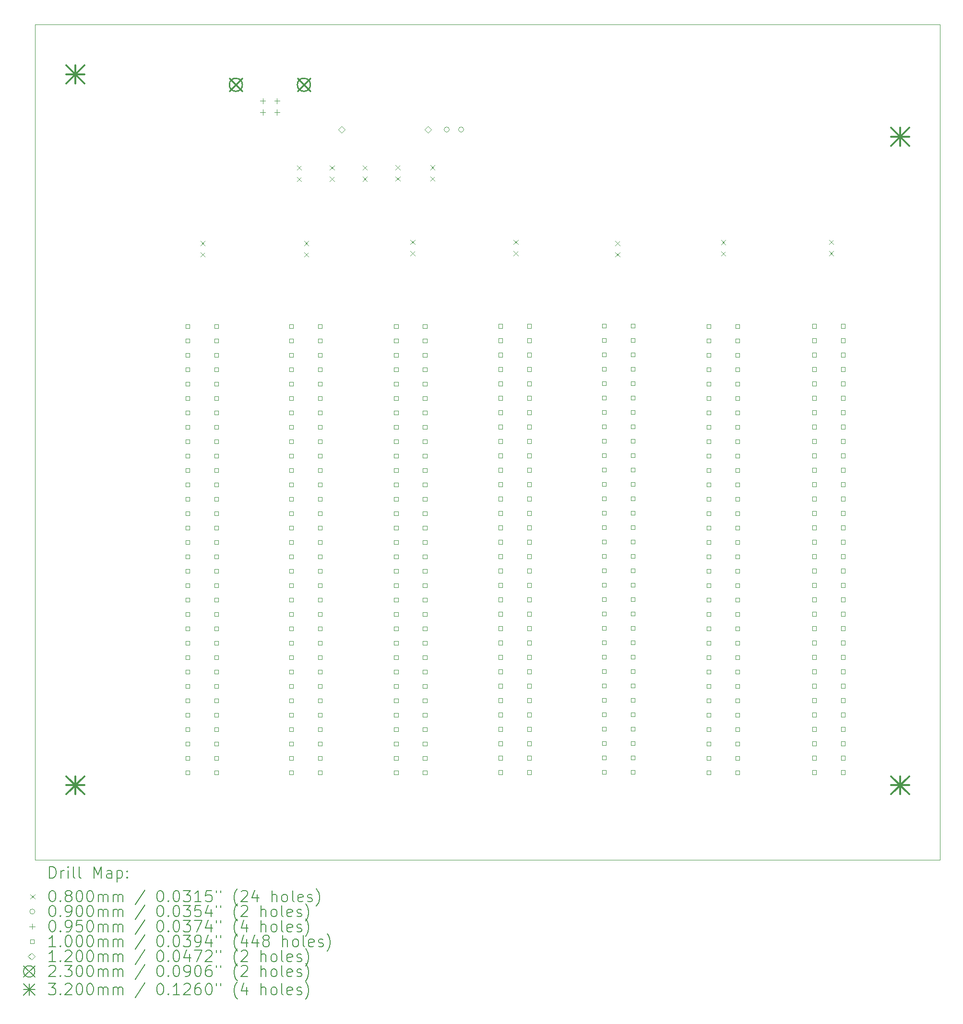
<source format=gbr>
%TF.GenerationSoftware,KiCad,Pcbnew,7.0.5*%
%TF.CreationDate,2023-11-05T11:43:05-07:00*%
%TF.ProjectId,new_backplane,6e65775f-6261-4636-9b70-6c616e652e6b,rev?*%
%TF.SameCoordinates,Original*%
%TF.FileFunction,Drillmap*%
%TF.FilePolarity,Positive*%
%FSLAX45Y45*%
G04 Gerber Fmt 4.5, Leading zero omitted, Abs format (unit mm)*
G04 Created by KiCad (PCBNEW 7.0.5) date 2023-11-05 11:43:05*
%MOMM*%
%LPD*%
G01*
G04 APERTURE LIST*
%ADD10C,0.089518*%
%ADD11C,0.200000*%
%ADD12C,0.080000*%
%ADD13C,0.090000*%
%ADD14C,0.095000*%
%ADD15C,0.100000*%
%ADD16C,0.120000*%
%ADD17C,0.230000*%
%ADD18C,0.320000*%
G04 APERTURE END LIST*
D10*
X1186944Y-19730114D02*
X1186944Y-4990000D01*
X17150000Y-4990000D02*
X17150000Y-19730114D01*
X1186944Y-4990000D02*
X17150000Y-4990000D01*
X17150000Y-19730114D02*
X1186944Y-19730114D01*
D11*
D12*
X4106000Y-8807000D02*
X4186000Y-8887000D01*
X4186000Y-8807000D02*
X4106000Y-8887000D01*
X4106000Y-9007000D02*
X4186000Y-9087000D01*
X4186000Y-9007000D02*
X4106000Y-9087000D01*
X5806323Y-7476012D02*
X5886323Y-7556012D01*
X5886323Y-7476012D02*
X5806323Y-7556012D01*
X5806323Y-7676012D02*
X5886323Y-7756012D01*
X5886323Y-7676012D02*
X5806323Y-7756012D01*
X5936000Y-8807000D02*
X6016000Y-8887000D01*
X6016000Y-8807000D02*
X5936000Y-8887000D01*
X5936000Y-9007000D02*
X6016000Y-9087000D01*
X6016000Y-9007000D02*
X5936000Y-9087000D01*
X6386323Y-7471523D02*
X6466323Y-7551523D01*
X6466323Y-7471523D02*
X6386323Y-7551523D01*
X6386323Y-7671523D02*
X6466323Y-7751523D01*
X6466323Y-7671523D02*
X6386323Y-7751523D01*
X6966323Y-7471523D02*
X7046323Y-7551523D01*
X7046323Y-7471523D02*
X6966323Y-7551523D01*
X6966323Y-7671523D02*
X7046323Y-7751523D01*
X7046323Y-7671523D02*
X6966323Y-7751523D01*
X7546323Y-7470467D02*
X7626323Y-7550467D01*
X7626323Y-7470467D02*
X7546323Y-7550467D01*
X7546323Y-7670467D02*
X7626323Y-7750467D01*
X7626323Y-7670467D02*
X7546323Y-7750467D01*
X7810000Y-8785511D02*
X7890000Y-8865511D01*
X7890000Y-8785511D02*
X7810000Y-8865511D01*
X7810000Y-8985511D02*
X7890000Y-9065511D01*
X7890000Y-8985511D02*
X7810000Y-9065511D01*
X8160000Y-7470000D02*
X8240000Y-7550000D01*
X8240000Y-7470000D02*
X8160000Y-7550000D01*
X8160000Y-7670000D02*
X8240000Y-7750000D01*
X8240000Y-7670000D02*
X8160000Y-7750000D01*
X9630000Y-8785511D02*
X9710000Y-8865511D01*
X9710000Y-8785511D02*
X9630000Y-8865511D01*
X9630000Y-8985511D02*
X9710000Y-9065511D01*
X9710000Y-8985511D02*
X9630000Y-9065511D01*
X11426000Y-8807000D02*
X11506000Y-8887000D01*
X11506000Y-8807000D02*
X11426000Y-8887000D01*
X11426000Y-9007000D02*
X11506000Y-9087000D01*
X11506000Y-9007000D02*
X11426000Y-9087000D01*
X13290000Y-8790000D02*
X13370000Y-8870000D01*
X13370000Y-8790000D02*
X13290000Y-8870000D01*
X13290000Y-8990000D02*
X13370000Y-9070000D01*
X13370000Y-8990000D02*
X13290000Y-9070000D01*
X15196000Y-8785511D02*
X15276000Y-8865511D01*
X15276000Y-8785511D02*
X15196000Y-8865511D01*
X15196000Y-8985511D02*
X15276000Y-9065511D01*
X15276000Y-8985511D02*
X15196000Y-9065511D01*
D13*
X8495000Y-6840000D02*
G75*
G03*
X8495000Y-6840000I-45000J0D01*
G01*
X8749000Y-6840000D02*
G75*
G03*
X8749000Y-6840000I-45000J0D01*
G01*
D14*
X5205000Y-6288500D02*
X5205000Y-6383500D01*
X5157500Y-6336000D02*
X5252500Y-6336000D01*
X5205000Y-6488500D02*
X5205000Y-6583500D01*
X5157500Y-6536000D02*
X5252500Y-6536000D01*
X5455000Y-6288500D02*
X5455000Y-6383500D01*
X5407500Y-6336000D02*
X5502500Y-6336000D01*
X5455000Y-6488500D02*
X5455000Y-6583500D01*
X5407500Y-6536000D02*
X5502500Y-6536000D01*
D15*
X3911356Y-10348356D02*
X3911356Y-10277644D01*
X3840644Y-10277644D01*
X3840644Y-10348356D01*
X3911356Y-10348356D01*
X3911356Y-10602356D02*
X3911356Y-10531644D01*
X3840644Y-10531644D01*
X3840644Y-10602356D01*
X3911356Y-10602356D01*
X3911356Y-10856356D02*
X3911356Y-10785644D01*
X3840644Y-10785644D01*
X3840644Y-10856356D01*
X3911356Y-10856356D01*
X3911356Y-11110356D02*
X3911356Y-11039644D01*
X3840644Y-11039644D01*
X3840644Y-11110356D01*
X3911356Y-11110356D01*
X3911356Y-11364356D02*
X3911356Y-11293644D01*
X3840644Y-11293644D01*
X3840644Y-11364356D01*
X3911356Y-11364356D01*
X3911356Y-11618356D02*
X3911356Y-11547644D01*
X3840644Y-11547644D01*
X3840644Y-11618356D01*
X3911356Y-11618356D01*
X3911356Y-11872356D02*
X3911356Y-11801644D01*
X3840644Y-11801644D01*
X3840644Y-11872356D01*
X3911356Y-11872356D01*
X3911356Y-12126356D02*
X3911356Y-12055644D01*
X3840644Y-12055644D01*
X3840644Y-12126356D01*
X3911356Y-12126356D01*
X3911356Y-12380356D02*
X3911356Y-12309644D01*
X3840644Y-12309644D01*
X3840644Y-12380356D01*
X3911356Y-12380356D01*
X3911356Y-12634356D02*
X3911356Y-12563644D01*
X3840644Y-12563644D01*
X3840644Y-12634356D01*
X3911356Y-12634356D01*
X3911356Y-12888356D02*
X3911356Y-12817644D01*
X3840644Y-12817644D01*
X3840644Y-12888356D01*
X3911356Y-12888356D01*
X3911356Y-13142356D02*
X3911356Y-13071644D01*
X3840644Y-13071644D01*
X3840644Y-13142356D01*
X3911356Y-13142356D01*
X3911356Y-13396356D02*
X3911356Y-13325644D01*
X3840644Y-13325644D01*
X3840644Y-13396356D01*
X3911356Y-13396356D01*
X3911356Y-13650356D02*
X3911356Y-13579644D01*
X3840644Y-13579644D01*
X3840644Y-13650356D01*
X3911356Y-13650356D01*
X3911356Y-13904356D02*
X3911356Y-13833644D01*
X3840644Y-13833644D01*
X3840644Y-13904356D01*
X3911356Y-13904356D01*
X3911356Y-14158356D02*
X3911356Y-14087644D01*
X3840644Y-14087644D01*
X3840644Y-14158356D01*
X3911356Y-14158356D01*
X3911356Y-14412356D02*
X3911356Y-14341644D01*
X3840644Y-14341644D01*
X3840644Y-14412356D01*
X3911356Y-14412356D01*
X3911356Y-14666356D02*
X3911356Y-14595644D01*
X3840644Y-14595644D01*
X3840644Y-14666356D01*
X3911356Y-14666356D01*
X3911356Y-14920356D02*
X3911356Y-14849644D01*
X3840644Y-14849644D01*
X3840644Y-14920356D01*
X3911356Y-14920356D01*
X3911356Y-15174356D02*
X3911356Y-15103644D01*
X3840644Y-15103644D01*
X3840644Y-15174356D01*
X3911356Y-15174356D01*
X3911356Y-15428356D02*
X3911356Y-15357644D01*
X3840644Y-15357644D01*
X3840644Y-15428356D01*
X3911356Y-15428356D01*
X3911356Y-15682356D02*
X3911356Y-15611644D01*
X3840644Y-15611644D01*
X3840644Y-15682356D01*
X3911356Y-15682356D01*
X3911356Y-15936356D02*
X3911356Y-15865644D01*
X3840644Y-15865644D01*
X3840644Y-15936356D01*
X3911356Y-15936356D01*
X3911356Y-16190356D02*
X3911356Y-16119644D01*
X3840644Y-16119644D01*
X3840644Y-16190356D01*
X3911356Y-16190356D01*
X3911356Y-16444356D02*
X3911356Y-16373644D01*
X3840644Y-16373644D01*
X3840644Y-16444356D01*
X3911356Y-16444356D01*
X3911356Y-16698356D02*
X3911356Y-16627644D01*
X3840644Y-16627644D01*
X3840644Y-16698356D01*
X3911356Y-16698356D01*
X3911356Y-16952356D02*
X3911356Y-16881644D01*
X3840644Y-16881644D01*
X3840644Y-16952356D01*
X3911356Y-16952356D01*
X3911356Y-17206356D02*
X3911356Y-17135644D01*
X3840644Y-17135644D01*
X3840644Y-17206356D01*
X3911356Y-17206356D01*
X3911356Y-17460356D02*
X3911356Y-17389644D01*
X3840644Y-17389644D01*
X3840644Y-17460356D01*
X3911356Y-17460356D01*
X3911356Y-17714356D02*
X3911356Y-17643644D01*
X3840644Y-17643644D01*
X3840644Y-17714356D01*
X3911356Y-17714356D01*
X3911356Y-17968356D02*
X3911356Y-17897644D01*
X3840644Y-17897644D01*
X3840644Y-17968356D01*
X3911356Y-17968356D01*
X3911356Y-18222356D02*
X3911356Y-18151644D01*
X3840644Y-18151644D01*
X3840644Y-18222356D01*
X3911356Y-18222356D01*
X4419356Y-10348356D02*
X4419356Y-10277644D01*
X4348644Y-10277644D01*
X4348644Y-10348356D01*
X4419356Y-10348356D01*
X4419356Y-10602356D02*
X4419356Y-10531644D01*
X4348644Y-10531644D01*
X4348644Y-10602356D01*
X4419356Y-10602356D01*
X4419356Y-10856356D02*
X4419356Y-10785644D01*
X4348644Y-10785644D01*
X4348644Y-10856356D01*
X4419356Y-10856356D01*
X4419356Y-11110356D02*
X4419356Y-11039644D01*
X4348644Y-11039644D01*
X4348644Y-11110356D01*
X4419356Y-11110356D01*
X4419356Y-11364356D02*
X4419356Y-11293644D01*
X4348644Y-11293644D01*
X4348644Y-11364356D01*
X4419356Y-11364356D01*
X4419356Y-11618356D02*
X4419356Y-11547644D01*
X4348644Y-11547644D01*
X4348644Y-11618356D01*
X4419356Y-11618356D01*
X4419356Y-11872356D02*
X4419356Y-11801644D01*
X4348644Y-11801644D01*
X4348644Y-11872356D01*
X4419356Y-11872356D01*
X4419356Y-12126356D02*
X4419356Y-12055644D01*
X4348644Y-12055644D01*
X4348644Y-12126356D01*
X4419356Y-12126356D01*
X4419356Y-12380356D02*
X4419356Y-12309644D01*
X4348644Y-12309644D01*
X4348644Y-12380356D01*
X4419356Y-12380356D01*
X4419356Y-12634356D02*
X4419356Y-12563644D01*
X4348644Y-12563644D01*
X4348644Y-12634356D01*
X4419356Y-12634356D01*
X4419356Y-12888356D02*
X4419356Y-12817644D01*
X4348644Y-12817644D01*
X4348644Y-12888356D01*
X4419356Y-12888356D01*
X4419356Y-13142356D02*
X4419356Y-13071644D01*
X4348644Y-13071644D01*
X4348644Y-13142356D01*
X4419356Y-13142356D01*
X4419356Y-13396356D02*
X4419356Y-13325644D01*
X4348644Y-13325644D01*
X4348644Y-13396356D01*
X4419356Y-13396356D01*
X4419356Y-13650356D02*
X4419356Y-13579644D01*
X4348644Y-13579644D01*
X4348644Y-13650356D01*
X4419356Y-13650356D01*
X4419356Y-13904356D02*
X4419356Y-13833644D01*
X4348644Y-13833644D01*
X4348644Y-13904356D01*
X4419356Y-13904356D01*
X4419356Y-14158356D02*
X4419356Y-14087644D01*
X4348644Y-14087644D01*
X4348644Y-14158356D01*
X4419356Y-14158356D01*
X4419356Y-14412356D02*
X4419356Y-14341644D01*
X4348644Y-14341644D01*
X4348644Y-14412356D01*
X4419356Y-14412356D01*
X4419356Y-14666356D02*
X4419356Y-14595644D01*
X4348644Y-14595644D01*
X4348644Y-14666356D01*
X4419356Y-14666356D01*
X4419356Y-14920356D02*
X4419356Y-14849644D01*
X4348644Y-14849644D01*
X4348644Y-14920356D01*
X4419356Y-14920356D01*
X4419356Y-15174356D02*
X4419356Y-15103644D01*
X4348644Y-15103644D01*
X4348644Y-15174356D01*
X4419356Y-15174356D01*
X4419356Y-15428356D02*
X4419356Y-15357644D01*
X4348644Y-15357644D01*
X4348644Y-15428356D01*
X4419356Y-15428356D01*
X4419356Y-15682356D02*
X4419356Y-15611644D01*
X4348644Y-15611644D01*
X4348644Y-15682356D01*
X4419356Y-15682356D01*
X4419356Y-15936356D02*
X4419356Y-15865644D01*
X4348644Y-15865644D01*
X4348644Y-15936356D01*
X4419356Y-15936356D01*
X4419356Y-16190356D02*
X4419356Y-16119644D01*
X4348644Y-16119644D01*
X4348644Y-16190356D01*
X4419356Y-16190356D01*
X4419356Y-16444356D02*
X4419356Y-16373644D01*
X4348644Y-16373644D01*
X4348644Y-16444356D01*
X4419356Y-16444356D01*
X4419356Y-16698356D02*
X4419356Y-16627644D01*
X4348644Y-16627644D01*
X4348644Y-16698356D01*
X4419356Y-16698356D01*
X4419356Y-16952356D02*
X4419356Y-16881644D01*
X4348644Y-16881644D01*
X4348644Y-16952356D01*
X4419356Y-16952356D01*
X4419356Y-17206356D02*
X4419356Y-17135644D01*
X4348644Y-17135644D01*
X4348644Y-17206356D01*
X4419356Y-17206356D01*
X4419356Y-17460356D02*
X4419356Y-17389644D01*
X4348644Y-17389644D01*
X4348644Y-17460356D01*
X4419356Y-17460356D01*
X4419356Y-17714356D02*
X4419356Y-17643644D01*
X4348644Y-17643644D01*
X4348644Y-17714356D01*
X4419356Y-17714356D01*
X4419356Y-17968356D02*
X4419356Y-17897644D01*
X4348644Y-17897644D01*
X4348644Y-17968356D01*
X4419356Y-17968356D01*
X4419356Y-18222356D02*
X4419356Y-18151644D01*
X4348644Y-18151644D01*
X4348644Y-18222356D01*
X4419356Y-18222356D01*
X5741356Y-10348356D02*
X5741356Y-10277644D01*
X5670644Y-10277644D01*
X5670644Y-10348356D01*
X5741356Y-10348356D01*
X5741356Y-10602356D02*
X5741356Y-10531644D01*
X5670644Y-10531644D01*
X5670644Y-10602356D01*
X5741356Y-10602356D01*
X5741356Y-10856356D02*
X5741356Y-10785644D01*
X5670644Y-10785644D01*
X5670644Y-10856356D01*
X5741356Y-10856356D01*
X5741356Y-11110356D02*
X5741356Y-11039644D01*
X5670644Y-11039644D01*
X5670644Y-11110356D01*
X5741356Y-11110356D01*
X5741356Y-11364356D02*
X5741356Y-11293644D01*
X5670644Y-11293644D01*
X5670644Y-11364356D01*
X5741356Y-11364356D01*
X5741356Y-11618356D02*
X5741356Y-11547644D01*
X5670644Y-11547644D01*
X5670644Y-11618356D01*
X5741356Y-11618356D01*
X5741356Y-11872356D02*
X5741356Y-11801644D01*
X5670644Y-11801644D01*
X5670644Y-11872356D01*
X5741356Y-11872356D01*
X5741356Y-12126356D02*
X5741356Y-12055644D01*
X5670644Y-12055644D01*
X5670644Y-12126356D01*
X5741356Y-12126356D01*
X5741356Y-12380356D02*
X5741356Y-12309644D01*
X5670644Y-12309644D01*
X5670644Y-12380356D01*
X5741356Y-12380356D01*
X5741356Y-12634356D02*
X5741356Y-12563644D01*
X5670644Y-12563644D01*
X5670644Y-12634356D01*
X5741356Y-12634356D01*
X5741356Y-12888356D02*
X5741356Y-12817644D01*
X5670644Y-12817644D01*
X5670644Y-12888356D01*
X5741356Y-12888356D01*
X5741356Y-13142356D02*
X5741356Y-13071644D01*
X5670644Y-13071644D01*
X5670644Y-13142356D01*
X5741356Y-13142356D01*
X5741356Y-13396356D02*
X5741356Y-13325644D01*
X5670644Y-13325644D01*
X5670644Y-13396356D01*
X5741356Y-13396356D01*
X5741356Y-13650356D02*
X5741356Y-13579644D01*
X5670644Y-13579644D01*
X5670644Y-13650356D01*
X5741356Y-13650356D01*
X5741356Y-13904356D02*
X5741356Y-13833644D01*
X5670644Y-13833644D01*
X5670644Y-13904356D01*
X5741356Y-13904356D01*
X5741356Y-14158356D02*
X5741356Y-14087644D01*
X5670644Y-14087644D01*
X5670644Y-14158356D01*
X5741356Y-14158356D01*
X5741356Y-14412356D02*
X5741356Y-14341644D01*
X5670644Y-14341644D01*
X5670644Y-14412356D01*
X5741356Y-14412356D01*
X5741356Y-14666356D02*
X5741356Y-14595644D01*
X5670644Y-14595644D01*
X5670644Y-14666356D01*
X5741356Y-14666356D01*
X5741356Y-14920356D02*
X5741356Y-14849644D01*
X5670644Y-14849644D01*
X5670644Y-14920356D01*
X5741356Y-14920356D01*
X5741356Y-15174356D02*
X5741356Y-15103644D01*
X5670644Y-15103644D01*
X5670644Y-15174356D01*
X5741356Y-15174356D01*
X5741356Y-15428356D02*
X5741356Y-15357644D01*
X5670644Y-15357644D01*
X5670644Y-15428356D01*
X5741356Y-15428356D01*
X5741356Y-15682356D02*
X5741356Y-15611644D01*
X5670644Y-15611644D01*
X5670644Y-15682356D01*
X5741356Y-15682356D01*
X5741356Y-15936356D02*
X5741356Y-15865644D01*
X5670644Y-15865644D01*
X5670644Y-15936356D01*
X5741356Y-15936356D01*
X5741356Y-16190356D02*
X5741356Y-16119644D01*
X5670644Y-16119644D01*
X5670644Y-16190356D01*
X5741356Y-16190356D01*
X5741356Y-16444356D02*
X5741356Y-16373644D01*
X5670644Y-16373644D01*
X5670644Y-16444356D01*
X5741356Y-16444356D01*
X5741356Y-16698356D02*
X5741356Y-16627644D01*
X5670644Y-16627644D01*
X5670644Y-16698356D01*
X5741356Y-16698356D01*
X5741356Y-16952356D02*
X5741356Y-16881644D01*
X5670644Y-16881644D01*
X5670644Y-16952356D01*
X5741356Y-16952356D01*
X5741356Y-17206356D02*
X5741356Y-17135644D01*
X5670644Y-17135644D01*
X5670644Y-17206356D01*
X5741356Y-17206356D01*
X5741356Y-17460356D02*
X5741356Y-17389644D01*
X5670644Y-17389644D01*
X5670644Y-17460356D01*
X5741356Y-17460356D01*
X5741356Y-17714356D02*
X5741356Y-17643644D01*
X5670644Y-17643644D01*
X5670644Y-17714356D01*
X5741356Y-17714356D01*
X5741356Y-17968356D02*
X5741356Y-17897644D01*
X5670644Y-17897644D01*
X5670644Y-17968356D01*
X5741356Y-17968356D01*
X5741356Y-18222356D02*
X5741356Y-18151644D01*
X5670644Y-18151644D01*
X5670644Y-18222356D01*
X5741356Y-18222356D01*
X6249356Y-10348356D02*
X6249356Y-10277644D01*
X6178644Y-10277644D01*
X6178644Y-10348356D01*
X6249356Y-10348356D01*
X6249356Y-10602356D02*
X6249356Y-10531644D01*
X6178644Y-10531644D01*
X6178644Y-10602356D01*
X6249356Y-10602356D01*
X6249356Y-10856356D02*
X6249356Y-10785644D01*
X6178644Y-10785644D01*
X6178644Y-10856356D01*
X6249356Y-10856356D01*
X6249356Y-11110356D02*
X6249356Y-11039644D01*
X6178644Y-11039644D01*
X6178644Y-11110356D01*
X6249356Y-11110356D01*
X6249356Y-11364356D02*
X6249356Y-11293644D01*
X6178644Y-11293644D01*
X6178644Y-11364356D01*
X6249356Y-11364356D01*
X6249356Y-11618356D02*
X6249356Y-11547644D01*
X6178644Y-11547644D01*
X6178644Y-11618356D01*
X6249356Y-11618356D01*
X6249356Y-11872356D02*
X6249356Y-11801644D01*
X6178644Y-11801644D01*
X6178644Y-11872356D01*
X6249356Y-11872356D01*
X6249356Y-12126356D02*
X6249356Y-12055644D01*
X6178644Y-12055644D01*
X6178644Y-12126356D01*
X6249356Y-12126356D01*
X6249356Y-12380356D02*
X6249356Y-12309644D01*
X6178644Y-12309644D01*
X6178644Y-12380356D01*
X6249356Y-12380356D01*
X6249356Y-12634356D02*
X6249356Y-12563644D01*
X6178644Y-12563644D01*
X6178644Y-12634356D01*
X6249356Y-12634356D01*
X6249356Y-12888356D02*
X6249356Y-12817644D01*
X6178644Y-12817644D01*
X6178644Y-12888356D01*
X6249356Y-12888356D01*
X6249356Y-13142356D02*
X6249356Y-13071644D01*
X6178644Y-13071644D01*
X6178644Y-13142356D01*
X6249356Y-13142356D01*
X6249356Y-13396356D02*
X6249356Y-13325644D01*
X6178644Y-13325644D01*
X6178644Y-13396356D01*
X6249356Y-13396356D01*
X6249356Y-13650356D02*
X6249356Y-13579644D01*
X6178644Y-13579644D01*
X6178644Y-13650356D01*
X6249356Y-13650356D01*
X6249356Y-13904356D02*
X6249356Y-13833644D01*
X6178644Y-13833644D01*
X6178644Y-13904356D01*
X6249356Y-13904356D01*
X6249356Y-14158356D02*
X6249356Y-14087644D01*
X6178644Y-14087644D01*
X6178644Y-14158356D01*
X6249356Y-14158356D01*
X6249356Y-14412356D02*
X6249356Y-14341644D01*
X6178644Y-14341644D01*
X6178644Y-14412356D01*
X6249356Y-14412356D01*
X6249356Y-14666356D02*
X6249356Y-14595644D01*
X6178644Y-14595644D01*
X6178644Y-14666356D01*
X6249356Y-14666356D01*
X6249356Y-14920356D02*
X6249356Y-14849644D01*
X6178644Y-14849644D01*
X6178644Y-14920356D01*
X6249356Y-14920356D01*
X6249356Y-15174356D02*
X6249356Y-15103644D01*
X6178644Y-15103644D01*
X6178644Y-15174356D01*
X6249356Y-15174356D01*
X6249356Y-15428356D02*
X6249356Y-15357644D01*
X6178644Y-15357644D01*
X6178644Y-15428356D01*
X6249356Y-15428356D01*
X6249356Y-15682356D02*
X6249356Y-15611644D01*
X6178644Y-15611644D01*
X6178644Y-15682356D01*
X6249356Y-15682356D01*
X6249356Y-15936356D02*
X6249356Y-15865644D01*
X6178644Y-15865644D01*
X6178644Y-15936356D01*
X6249356Y-15936356D01*
X6249356Y-16190356D02*
X6249356Y-16119644D01*
X6178644Y-16119644D01*
X6178644Y-16190356D01*
X6249356Y-16190356D01*
X6249356Y-16444356D02*
X6249356Y-16373644D01*
X6178644Y-16373644D01*
X6178644Y-16444356D01*
X6249356Y-16444356D01*
X6249356Y-16698356D02*
X6249356Y-16627644D01*
X6178644Y-16627644D01*
X6178644Y-16698356D01*
X6249356Y-16698356D01*
X6249356Y-16952356D02*
X6249356Y-16881644D01*
X6178644Y-16881644D01*
X6178644Y-16952356D01*
X6249356Y-16952356D01*
X6249356Y-17206356D02*
X6249356Y-17135644D01*
X6178644Y-17135644D01*
X6178644Y-17206356D01*
X6249356Y-17206356D01*
X6249356Y-17460356D02*
X6249356Y-17389644D01*
X6178644Y-17389644D01*
X6178644Y-17460356D01*
X6249356Y-17460356D01*
X6249356Y-17714356D02*
X6249356Y-17643644D01*
X6178644Y-17643644D01*
X6178644Y-17714356D01*
X6249356Y-17714356D01*
X6249356Y-17968356D02*
X6249356Y-17897644D01*
X6178644Y-17897644D01*
X6178644Y-17968356D01*
X6249356Y-17968356D01*
X6249356Y-18222356D02*
X6249356Y-18151644D01*
X6178644Y-18151644D01*
X6178644Y-18222356D01*
X6249356Y-18222356D01*
X7591356Y-10348356D02*
X7591356Y-10277644D01*
X7520644Y-10277644D01*
X7520644Y-10348356D01*
X7591356Y-10348356D01*
X7591356Y-10602356D02*
X7591356Y-10531644D01*
X7520644Y-10531644D01*
X7520644Y-10602356D01*
X7591356Y-10602356D01*
X7591356Y-10856356D02*
X7591356Y-10785644D01*
X7520644Y-10785644D01*
X7520644Y-10856356D01*
X7591356Y-10856356D01*
X7591356Y-11110356D02*
X7591356Y-11039644D01*
X7520644Y-11039644D01*
X7520644Y-11110356D01*
X7591356Y-11110356D01*
X7591356Y-11364356D02*
X7591356Y-11293644D01*
X7520644Y-11293644D01*
X7520644Y-11364356D01*
X7591356Y-11364356D01*
X7591356Y-11618356D02*
X7591356Y-11547644D01*
X7520644Y-11547644D01*
X7520644Y-11618356D01*
X7591356Y-11618356D01*
X7591356Y-11872356D02*
X7591356Y-11801644D01*
X7520644Y-11801644D01*
X7520644Y-11872356D01*
X7591356Y-11872356D01*
X7591356Y-12126356D02*
X7591356Y-12055644D01*
X7520644Y-12055644D01*
X7520644Y-12126356D01*
X7591356Y-12126356D01*
X7591356Y-12380356D02*
X7591356Y-12309644D01*
X7520644Y-12309644D01*
X7520644Y-12380356D01*
X7591356Y-12380356D01*
X7591356Y-12634356D02*
X7591356Y-12563644D01*
X7520644Y-12563644D01*
X7520644Y-12634356D01*
X7591356Y-12634356D01*
X7591356Y-12888356D02*
X7591356Y-12817644D01*
X7520644Y-12817644D01*
X7520644Y-12888356D01*
X7591356Y-12888356D01*
X7591356Y-13142356D02*
X7591356Y-13071644D01*
X7520644Y-13071644D01*
X7520644Y-13142356D01*
X7591356Y-13142356D01*
X7591356Y-13396356D02*
X7591356Y-13325644D01*
X7520644Y-13325644D01*
X7520644Y-13396356D01*
X7591356Y-13396356D01*
X7591356Y-13650356D02*
X7591356Y-13579644D01*
X7520644Y-13579644D01*
X7520644Y-13650356D01*
X7591356Y-13650356D01*
X7591356Y-13904356D02*
X7591356Y-13833644D01*
X7520644Y-13833644D01*
X7520644Y-13904356D01*
X7591356Y-13904356D01*
X7591356Y-14158356D02*
X7591356Y-14087644D01*
X7520644Y-14087644D01*
X7520644Y-14158356D01*
X7591356Y-14158356D01*
X7591356Y-14412356D02*
X7591356Y-14341644D01*
X7520644Y-14341644D01*
X7520644Y-14412356D01*
X7591356Y-14412356D01*
X7591356Y-14666356D02*
X7591356Y-14595644D01*
X7520644Y-14595644D01*
X7520644Y-14666356D01*
X7591356Y-14666356D01*
X7591356Y-14920356D02*
X7591356Y-14849644D01*
X7520644Y-14849644D01*
X7520644Y-14920356D01*
X7591356Y-14920356D01*
X7591356Y-15174356D02*
X7591356Y-15103644D01*
X7520644Y-15103644D01*
X7520644Y-15174356D01*
X7591356Y-15174356D01*
X7591356Y-15428356D02*
X7591356Y-15357644D01*
X7520644Y-15357644D01*
X7520644Y-15428356D01*
X7591356Y-15428356D01*
X7591356Y-15682356D02*
X7591356Y-15611644D01*
X7520644Y-15611644D01*
X7520644Y-15682356D01*
X7591356Y-15682356D01*
X7591356Y-15936356D02*
X7591356Y-15865644D01*
X7520644Y-15865644D01*
X7520644Y-15936356D01*
X7591356Y-15936356D01*
X7591356Y-16190356D02*
X7591356Y-16119644D01*
X7520644Y-16119644D01*
X7520644Y-16190356D01*
X7591356Y-16190356D01*
X7591356Y-16444356D02*
X7591356Y-16373644D01*
X7520644Y-16373644D01*
X7520644Y-16444356D01*
X7591356Y-16444356D01*
X7591356Y-16698356D02*
X7591356Y-16627644D01*
X7520644Y-16627644D01*
X7520644Y-16698356D01*
X7591356Y-16698356D01*
X7591356Y-16952356D02*
X7591356Y-16881644D01*
X7520644Y-16881644D01*
X7520644Y-16952356D01*
X7591356Y-16952356D01*
X7591356Y-17206356D02*
X7591356Y-17135644D01*
X7520644Y-17135644D01*
X7520644Y-17206356D01*
X7591356Y-17206356D01*
X7591356Y-17460356D02*
X7591356Y-17389644D01*
X7520644Y-17389644D01*
X7520644Y-17460356D01*
X7591356Y-17460356D01*
X7591356Y-17714356D02*
X7591356Y-17643644D01*
X7520644Y-17643644D01*
X7520644Y-17714356D01*
X7591356Y-17714356D01*
X7591356Y-17968356D02*
X7591356Y-17897644D01*
X7520644Y-17897644D01*
X7520644Y-17968356D01*
X7591356Y-17968356D01*
X7591356Y-18222356D02*
X7591356Y-18151644D01*
X7520644Y-18151644D01*
X7520644Y-18222356D01*
X7591356Y-18222356D01*
X8099356Y-10348356D02*
X8099356Y-10277644D01*
X8028644Y-10277644D01*
X8028644Y-10348356D01*
X8099356Y-10348356D01*
X8099356Y-10602356D02*
X8099356Y-10531644D01*
X8028644Y-10531644D01*
X8028644Y-10602356D01*
X8099356Y-10602356D01*
X8099356Y-10856356D02*
X8099356Y-10785644D01*
X8028644Y-10785644D01*
X8028644Y-10856356D01*
X8099356Y-10856356D01*
X8099356Y-11110356D02*
X8099356Y-11039644D01*
X8028644Y-11039644D01*
X8028644Y-11110356D01*
X8099356Y-11110356D01*
X8099356Y-11364356D02*
X8099356Y-11293644D01*
X8028644Y-11293644D01*
X8028644Y-11364356D01*
X8099356Y-11364356D01*
X8099356Y-11618356D02*
X8099356Y-11547644D01*
X8028644Y-11547644D01*
X8028644Y-11618356D01*
X8099356Y-11618356D01*
X8099356Y-11872356D02*
X8099356Y-11801644D01*
X8028644Y-11801644D01*
X8028644Y-11872356D01*
X8099356Y-11872356D01*
X8099356Y-12126356D02*
X8099356Y-12055644D01*
X8028644Y-12055644D01*
X8028644Y-12126356D01*
X8099356Y-12126356D01*
X8099356Y-12380356D02*
X8099356Y-12309644D01*
X8028644Y-12309644D01*
X8028644Y-12380356D01*
X8099356Y-12380356D01*
X8099356Y-12634356D02*
X8099356Y-12563644D01*
X8028644Y-12563644D01*
X8028644Y-12634356D01*
X8099356Y-12634356D01*
X8099356Y-12888356D02*
X8099356Y-12817644D01*
X8028644Y-12817644D01*
X8028644Y-12888356D01*
X8099356Y-12888356D01*
X8099356Y-13142356D02*
X8099356Y-13071644D01*
X8028644Y-13071644D01*
X8028644Y-13142356D01*
X8099356Y-13142356D01*
X8099356Y-13396356D02*
X8099356Y-13325644D01*
X8028644Y-13325644D01*
X8028644Y-13396356D01*
X8099356Y-13396356D01*
X8099356Y-13650356D02*
X8099356Y-13579644D01*
X8028644Y-13579644D01*
X8028644Y-13650356D01*
X8099356Y-13650356D01*
X8099356Y-13904356D02*
X8099356Y-13833644D01*
X8028644Y-13833644D01*
X8028644Y-13904356D01*
X8099356Y-13904356D01*
X8099356Y-14158356D02*
X8099356Y-14087644D01*
X8028644Y-14087644D01*
X8028644Y-14158356D01*
X8099356Y-14158356D01*
X8099356Y-14412356D02*
X8099356Y-14341644D01*
X8028644Y-14341644D01*
X8028644Y-14412356D01*
X8099356Y-14412356D01*
X8099356Y-14666356D02*
X8099356Y-14595644D01*
X8028644Y-14595644D01*
X8028644Y-14666356D01*
X8099356Y-14666356D01*
X8099356Y-14920356D02*
X8099356Y-14849644D01*
X8028644Y-14849644D01*
X8028644Y-14920356D01*
X8099356Y-14920356D01*
X8099356Y-15174356D02*
X8099356Y-15103644D01*
X8028644Y-15103644D01*
X8028644Y-15174356D01*
X8099356Y-15174356D01*
X8099356Y-15428356D02*
X8099356Y-15357644D01*
X8028644Y-15357644D01*
X8028644Y-15428356D01*
X8099356Y-15428356D01*
X8099356Y-15682356D02*
X8099356Y-15611644D01*
X8028644Y-15611644D01*
X8028644Y-15682356D01*
X8099356Y-15682356D01*
X8099356Y-15936356D02*
X8099356Y-15865644D01*
X8028644Y-15865644D01*
X8028644Y-15936356D01*
X8099356Y-15936356D01*
X8099356Y-16190356D02*
X8099356Y-16119644D01*
X8028644Y-16119644D01*
X8028644Y-16190356D01*
X8099356Y-16190356D01*
X8099356Y-16444356D02*
X8099356Y-16373644D01*
X8028644Y-16373644D01*
X8028644Y-16444356D01*
X8099356Y-16444356D01*
X8099356Y-16698356D02*
X8099356Y-16627644D01*
X8028644Y-16627644D01*
X8028644Y-16698356D01*
X8099356Y-16698356D01*
X8099356Y-16952356D02*
X8099356Y-16881644D01*
X8028644Y-16881644D01*
X8028644Y-16952356D01*
X8099356Y-16952356D01*
X8099356Y-17206356D02*
X8099356Y-17135644D01*
X8028644Y-17135644D01*
X8028644Y-17206356D01*
X8099356Y-17206356D01*
X8099356Y-17460356D02*
X8099356Y-17389644D01*
X8028644Y-17389644D01*
X8028644Y-17460356D01*
X8099356Y-17460356D01*
X8099356Y-17714356D02*
X8099356Y-17643644D01*
X8028644Y-17643644D01*
X8028644Y-17714356D01*
X8099356Y-17714356D01*
X8099356Y-17968356D02*
X8099356Y-17897644D01*
X8028644Y-17897644D01*
X8028644Y-17968356D01*
X8099356Y-17968356D01*
X8099356Y-18222356D02*
X8099356Y-18151644D01*
X8028644Y-18151644D01*
X8028644Y-18222356D01*
X8099356Y-18222356D01*
X9432356Y-10344356D02*
X9432356Y-10273644D01*
X9361644Y-10273644D01*
X9361644Y-10344356D01*
X9432356Y-10344356D01*
X9432356Y-10598356D02*
X9432356Y-10527644D01*
X9361644Y-10527644D01*
X9361644Y-10598356D01*
X9432356Y-10598356D01*
X9432356Y-10852356D02*
X9432356Y-10781644D01*
X9361644Y-10781644D01*
X9361644Y-10852356D01*
X9432356Y-10852356D01*
X9432356Y-11106356D02*
X9432356Y-11035644D01*
X9361644Y-11035644D01*
X9361644Y-11106356D01*
X9432356Y-11106356D01*
X9432356Y-11360356D02*
X9432356Y-11289644D01*
X9361644Y-11289644D01*
X9361644Y-11360356D01*
X9432356Y-11360356D01*
X9432356Y-11614356D02*
X9432356Y-11543644D01*
X9361644Y-11543644D01*
X9361644Y-11614356D01*
X9432356Y-11614356D01*
X9432356Y-11868356D02*
X9432356Y-11797644D01*
X9361644Y-11797644D01*
X9361644Y-11868356D01*
X9432356Y-11868356D01*
X9432356Y-12122356D02*
X9432356Y-12051644D01*
X9361644Y-12051644D01*
X9361644Y-12122356D01*
X9432356Y-12122356D01*
X9432356Y-12376356D02*
X9432356Y-12305644D01*
X9361644Y-12305644D01*
X9361644Y-12376356D01*
X9432356Y-12376356D01*
X9432356Y-12630356D02*
X9432356Y-12559644D01*
X9361644Y-12559644D01*
X9361644Y-12630356D01*
X9432356Y-12630356D01*
X9432356Y-12884356D02*
X9432356Y-12813644D01*
X9361644Y-12813644D01*
X9361644Y-12884356D01*
X9432356Y-12884356D01*
X9432356Y-13138356D02*
X9432356Y-13067644D01*
X9361644Y-13067644D01*
X9361644Y-13138356D01*
X9432356Y-13138356D01*
X9432356Y-13392356D02*
X9432356Y-13321644D01*
X9361644Y-13321644D01*
X9361644Y-13392356D01*
X9432356Y-13392356D01*
X9432356Y-13646356D02*
X9432356Y-13575644D01*
X9361644Y-13575644D01*
X9361644Y-13646356D01*
X9432356Y-13646356D01*
X9432356Y-13900356D02*
X9432356Y-13829644D01*
X9361644Y-13829644D01*
X9361644Y-13900356D01*
X9432356Y-13900356D01*
X9432356Y-14154356D02*
X9432356Y-14083644D01*
X9361644Y-14083644D01*
X9361644Y-14154356D01*
X9432356Y-14154356D01*
X9432356Y-14408356D02*
X9432356Y-14337644D01*
X9361644Y-14337644D01*
X9361644Y-14408356D01*
X9432356Y-14408356D01*
X9432356Y-14662356D02*
X9432356Y-14591644D01*
X9361644Y-14591644D01*
X9361644Y-14662356D01*
X9432356Y-14662356D01*
X9432356Y-14916356D02*
X9432356Y-14845644D01*
X9361644Y-14845644D01*
X9361644Y-14916356D01*
X9432356Y-14916356D01*
X9432356Y-15170356D02*
X9432356Y-15099644D01*
X9361644Y-15099644D01*
X9361644Y-15170356D01*
X9432356Y-15170356D01*
X9432356Y-15424356D02*
X9432356Y-15353644D01*
X9361644Y-15353644D01*
X9361644Y-15424356D01*
X9432356Y-15424356D01*
X9432356Y-15678356D02*
X9432356Y-15607644D01*
X9361644Y-15607644D01*
X9361644Y-15678356D01*
X9432356Y-15678356D01*
X9432356Y-15932356D02*
X9432356Y-15861644D01*
X9361644Y-15861644D01*
X9361644Y-15932356D01*
X9432356Y-15932356D01*
X9432356Y-16186356D02*
X9432356Y-16115644D01*
X9361644Y-16115644D01*
X9361644Y-16186356D01*
X9432356Y-16186356D01*
X9432356Y-16440356D02*
X9432356Y-16369644D01*
X9361644Y-16369644D01*
X9361644Y-16440356D01*
X9432356Y-16440356D01*
X9432356Y-16694356D02*
X9432356Y-16623644D01*
X9361644Y-16623644D01*
X9361644Y-16694356D01*
X9432356Y-16694356D01*
X9432356Y-16948356D02*
X9432356Y-16877644D01*
X9361644Y-16877644D01*
X9361644Y-16948356D01*
X9432356Y-16948356D01*
X9432356Y-17202356D02*
X9432356Y-17131644D01*
X9361644Y-17131644D01*
X9361644Y-17202356D01*
X9432356Y-17202356D01*
X9432356Y-17456356D02*
X9432356Y-17385644D01*
X9361644Y-17385644D01*
X9361644Y-17456356D01*
X9432356Y-17456356D01*
X9432356Y-17710356D02*
X9432356Y-17639644D01*
X9361644Y-17639644D01*
X9361644Y-17710356D01*
X9432356Y-17710356D01*
X9432356Y-17964356D02*
X9432356Y-17893644D01*
X9361644Y-17893644D01*
X9361644Y-17964356D01*
X9432356Y-17964356D01*
X9432356Y-18218356D02*
X9432356Y-18147644D01*
X9361644Y-18147644D01*
X9361644Y-18218356D01*
X9432356Y-18218356D01*
X9940356Y-10344356D02*
X9940356Y-10273644D01*
X9869644Y-10273644D01*
X9869644Y-10344356D01*
X9940356Y-10344356D01*
X9940356Y-10598356D02*
X9940356Y-10527644D01*
X9869644Y-10527644D01*
X9869644Y-10598356D01*
X9940356Y-10598356D01*
X9940356Y-10852356D02*
X9940356Y-10781644D01*
X9869644Y-10781644D01*
X9869644Y-10852356D01*
X9940356Y-10852356D01*
X9940356Y-11106356D02*
X9940356Y-11035644D01*
X9869644Y-11035644D01*
X9869644Y-11106356D01*
X9940356Y-11106356D01*
X9940356Y-11360356D02*
X9940356Y-11289644D01*
X9869644Y-11289644D01*
X9869644Y-11360356D01*
X9940356Y-11360356D01*
X9940356Y-11614356D02*
X9940356Y-11543644D01*
X9869644Y-11543644D01*
X9869644Y-11614356D01*
X9940356Y-11614356D01*
X9940356Y-11868356D02*
X9940356Y-11797644D01*
X9869644Y-11797644D01*
X9869644Y-11868356D01*
X9940356Y-11868356D01*
X9940356Y-12122356D02*
X9940356Y-12051644D01*
X9869644Y-12051644D01*
X9869644Y-12122356D01*
X9940356Y-12122356D01*
X9940356Y-12376356D02*
X9940356Y-12305644D01*
X9869644Y-12305644D01*
X9869644Y-12376356D01*
X9940356Y-12376356D01*
X9940356Y-12630356D02*
X9940356Y-12559644D01*
X9869644Y-12559644D01*
X9869644Y-12630356D01*
X9940356Y-12630356D01*
X9940356Y-12884356D02*
X9940356Y-12813644D01*
X9869644Y-12813644D01*
X9869644Y-12884356D01*
X9940356Y-12884356D01*
X9940356Y-13138356D02*
X9940356Y-13067644D01*
X9869644Y-13067644D01*
X9869644Y-13138356D01*
X9940356Y-13138356D01*
X9940356Y-13392356D02*
X9940356Y-13321644D01*
X9869644Y-13321644D01*
X9869644Y-13392356D01*
X9940356Y-13392356D01*
X9940356Y-13646356D02*
X9940356Y-13575644D01*
X9869644Y-13575644D01*
X9869644Y-13646356D01*
X9940356Y-13646356D01*
X9940356Y-13900356D02*
X9940356Y-13829644D01*
X9869644Y-13829644D01*
X9869644Y-13900356D01*
X9940356Y-13900356D01*
X9940356Y-14154356D02*
X9940356Y-14083644D01*
X9869644Y-14083644D01*
X9869644Y-14154356D01*
X9940356Y-14154356D01*
X9940356Y-14408356D02*
X9940356Y-14337644D01*
X9869644Y-14337644D01*
X9869644Y-14408356D01*
X9940356Y-14408356D01*
X9940356Y-14662356D02*
X9940356Y-14591644D01*
X9869644Y-14591644D01*
X9869644Y-14662356D01*
X9940356Y-14662356D01*
X9940356Y-14916356D02*
X9940356Y-14845644D01*
X9869644Y-14845644D01*
X9869644Y-14916356D01*
X9940356Y-14916356D01*
X9940356Y-15170356D02*
X9940356Y-15099644D01*
X9869644Y-15099644D01*
X9869644Y-15170356D01*
X9940356Y-15170356D01*
X9940356Y-15424356D02*
X9940356Y-15353644D01*
X9869644Y-15353644D01*
X9869644Y-15424356D01*
X9940356Y-15424356D01*
X9940356Y-15678356D02*
X9940356Y-15607644D01*
X9869644Y-15607644D01*
X9869644Y-15678356D01*
X9940356Y-15678356D01*
X9940356Y-15932356D02*
X9940356Y-15861644D01*
X9869644Y-15861644D01*
X9869644Y-15932356D01*
X9940356Y-15932356D01*
X9940356Y-16186356D02*
X9940356Y-16115644D01*
X9869644Y-16115644D01*
X9869644Y-16186356D01*
X9940356Y-16186356D01*
X9940356Y-16440356D02*
X9940356Y-16369644D01*
X9869644Y-16369644D01*
X9869644Y-16440356D01*
X9940356Y-16440356D01*
X9940356Y-16694356D02*
X9940356Y-16623644D01*
X9869644Y-16623644D01*
X9869644Y-16694356D01*
X9940356Y-16694356D01*
X9940356Y-16948356D02*
X9940356Y-16877644D01*
X9869644Y-16877644D01*
X9869644Y-16948356D01*
X9940356Y-16948356D01*
X9940356Y-17202356D02*
X9940356Y-17131644D01*
X9869644Y-17131644D01*
X9869644Y-17202356D01*
X9940356Y-17202356D01*
X9940356Y-17456356D02*
X9940356Y-17385644D01*
X9869644Y-17385644D01*
X9869644Y-17456356D01*
X9940356Y-17456356D01*
X9940356Y-17710356D02*
X9940356Y-17639644D01*
X9869644Y-17639644D01*
X9869644Y-17710356D01*
X9940356Y-17710356D01*
X9940356Y-17964356D02*
X9940356Y-17893644D01*
X9869644Y-17893644D01*
X9869644Y-17964356D01*
X9940356Y-17964356D01*
X9940356Y-18218356D02*
X9940356Y-18147644D01*
X9869644Y-18147644D01*
X9869644Y-18218356D01*
X9940356Y-18218356D01*
X11265356Y-10341356D02*
X11265356Y-10270644D01*
X11194644Y-10270644D01*
X11194644Y-10341356D01*
X11265356Y-10341356D01*
X11265356Y-10595356D02*
X11265356Y-10524644D01*
X11194644Y-10524644D01*
X11194644Y-10595356D01*
X11265356Y-10595356D01*
X11265356Y-10849356D02*
X11265356Y-10778644D01*
X11194644Y-10778644D01*
X11194644Y-10849356D01*
X11265356Y-10849356D01*
X11265356Y-11103356D02*
X11265356Y-11032644D01*
X11194644Y-11032644D01*
X11194644Y-11103356D01*
X11265356Y-11103356D01*
X11265356Y-11357356D02*
X11265356Y-11286644D01*
X11194644Y-11286644D01*
X11194644Y-11357356D01*
X11265356Y-11357356D01*
X11265356Y-11611356D02*
X11265356Y-11540644D01*
X11194644Y-11540644D01*
X11194644Y-11611356D01*
X11265356Y-11611356D01*
X11265356Y-11865356D02*
X11265356Y-11794644D01*
X11194644Y-11794644D01*
X11194644Y-11865356D01*
X11265356Y-11865356D01*
X11265356Y-12119356D02*
X11265356Y-12048644D01*
X11194644Y-12048644D01*
X11194644Y-12119356D01*
X11265356Y-12119356D01*
X11265356Y-12373356D02*
X11265356Y-12302644D01*
X11194644Y-12302644D01*
X11194644Y-12373356D01*
X11265356Y-12373356D01*
X11265356Y-12627356D02*
X11265356Y-12556644D01*
X11194644Y-12556644D01*
X11194644Y-12627356D01*
X11265356Y-12627356D01*
X11265356Y-12881356D02*
X11265356Y-12810644D01*
X11194644Y-12810644D01*
X11194644Y-12881356D01*
X11265356Y-12881356D01*
X11265356Y-13135356D02*
X11265356Y-13064644D01*
X11194644Y-13064644D01*
X11194644Y-13135356D01*
X11265356Y-13135356D01*
X11265356Y-13389356D02*
X11265356Y-13318644D01*
X11194644Y-13318644D01*
X11194644Y-13389356D01*
X11265356Y-13389356D01*
X11265356Y-13643356D02*
X11265356Y-13572644D01*
X11194644Y-13572644D01*
X11194644Y-13643356D01*
X11265356Y-13643356D01*
X11265356Y-13897356D02*
X11265356Y-13826644D01*
X11194644Y-13826644D01*
X11194644Y-13897356D01*
X11265356Y-13897356D01*
X11265356Y-14151356D02*
X11265356Y-14080644D01*
X11194644Y-14080644D01*
X11194644Y-14151356D01*
X11265356Y-14151356D01*
X11265356Y-14405356D02*
X11265356Y-14334644D01*
X11194644Y-14334644D01*
X11194644Y-14405356D01*
X11265356Y-14405356D01*
X11265356Y-14659356D02*
X11265356Y-14588644D01*
X11194644Y-14588644D01*
X11194644Y-14659356D01*
X11265356Y-14659356D01*
X11265356Y-14913356D02*
X11265356Y-14842644D01*
X11194644Y-14842644D01*
X11194644Y-14913356D01*
X11265356Y-14913356D01*
X11265356Y-15167356D02*
X11265356Y-15096644D01*
X11194644Y-15096644D01*
X11194644Y-15167356D01*
X11265356Y-15167356D01*
X11265356Y-15421356D02*
X11265356Y-15350644D01*
X11194644Y-15350644D01*
X11194644Y-15421356D01*
X11265356Y-15421356D01*
X11265356Y-15675356D02*
X11265356Y-15604644D01*
X11194644Y-15604644D01*
X11194644Y-15675356D01*
X11265356Y-15675356D01*
X11265356Y-15929356D02*
X11265356Y-15858644D01*
X11194644Y-15858644D01*
X11194644Y-15929356D01*
X11265356Y-15929356D01*
X11265356Y-16183356D02*
X11265356Y-16112644D01*
X11194644Y-16112644D01*
X11194644Y-16183356D01*
X11265356Y-16183356D01*
X11265356Y-16437356D02*
X11265356Y-16366644D01*
X11194644Y-16366644D01*
X11194644Y-16437356D01*
X11265356Y-16437356D01*
X11265356Y-16691356D02*
X11265356Y-16620644D01*
X11194644Y-16620644D01*
X11194644Y-16691356D01*
X11265356Y-16691356D01*
X11265356Y-16945356D02*
X11265356Y-16874644D01*
X11194644Y-16874644D01*
X11194644Y-16945356D01*
X11265356Y-16945356D01*
X11265356Y-17199356D02*
X11265356Y-17128644D01*
X11194644Y-17128644D01*
X11194644Y-17199356D01*
X11265356Y-17199356D01*
X11265356Y-17453356D02*
X11265356Y-17382644D01*
X11194644Y-17382644D01*
X11194644Y-17453356D01*
X11265356Y-17453356D01*
X11265356Y-17707356D02*
X11265356Y-17636644D01*
X11194644Y-17636644D01*
X11194644Y-17707356D01*
X11265356Y-17707356D01*
X11265356Y-17961356D02*
X11265356Y-17890644D01*
X11194644Y-17890644D01*
X11194644Y-17961356D01*
X11265356Y-17961356D01*
X11265356Y-18215356D02*
X11265356Y-18144644D01*
X11194644Y-18144644D01*
X11194644Y-18215356D01*
X11265356Y-18215356D01*
X11773356Y-10341356D02*
X11773356Y-10270644D01*
X11702644Y-10270644D01*
X11702644Y-10341356D01*
X11773356Y-10341356D01*
X11773356Y-10595356D02*
X11773356Y-10524644D01*
X11702644Y-10524644D01*
X11702644Y-10595356D01*
X11773356Y-10595356D01*
X11773356Y-10849356D02*
X11773356Y-10778644D01*
X11702644Y-10778644D01*
X11702644Y-10849356D01*
X11773356Y-10849356D01*
X11773356Y-11103356D02*
X11773356Y-11032644D01*
X11702644Y-11032644D01*
X11702644Y-11103356D01*
X11773356Y-11103356D01*
X11773356Y-11357356D02*
X11773356Y-11286644D01*
X11702644Y-11286644D01*
X11702644Y-11357356D01*
X11773356Y-11357356D01*
X11773356Y-11611356D02*
X11773356Y-11540644D01*
X11702644Y-11540644D01*
X11702644Y-11611356D01*
X11773356Y-11611356D01*
X11773356Y-11865356D02*
X11773356Y-11794644D01*
X11702644Y-11794644D01*
X11702644Y-11865356D01*
X11773356Y-11865356D01*
X11773356Y-12119356D02*
X11773356Y-12048644D01*
X11702644Y-12048644D01*
X11702644Y-12119356D01*
X11773356Y-12119356D01*
X11773356Y-12373356D02*
X11773356Y-12302644D01*
X11702644Y-12302644D01*
X11702644Y-12373356D01*
X11773356Y-12373356D01*
X11773356Y-12627356D02*
X11773356Y-12556644D01*
X11702644Y-12556644D01*
X11702644Y-12627356D01*
X11773356Y-12627356D01*
X11773356Y-12881356D02*
X11773356Y-12810644D01*
X11702644Y-12810644D01*
X11702644Y-12881356D01*
X11773356Y-12881356D01*
X11773356Y-13135356D02*
X11773356Y-13064644D01*
X11702644Y-13064644D01*
X11702644Y-13135356D01*
X11773356Y-13135356D01*
X11773356Y-13389356D02*
X11773356Y-13318644D01*
X11702644Y-13318644D01*
X11702644Y-13389356D01*
X11773356Y-13389356D01*
X11773356Y-13643356D02*
X11773356Y-13572644D01*
X11702644Y-13572644D01*
X11702644Y-13643356D01*
X11773356Y-13643356D01*
X11773356Y-13897356D02*
X11773356Y-13826644D01*
X11702644Y-13826644D01*
X11702644Y-13897356D01*
X11773356Y-13897356D01*
X11773356Y-14151356D02*
X11773356Y-14080644D01*
X11702644Y-14080644D01*
X11702644Y-14151356D01*
X11773356Y-14151356D01*
X11773356Y-14405356D02*
X11773356Y-14334644D01*
X11702644Y-14334644D01*
X11702644Y-14405356D01*
X11773356Y-14405356D01*
X11773356Y-14659356D02*
X11773356Y-14588644D01*
X11702644Y-14588644D01*
X11702644Y-14659356D01*
X11773356Y-14659356D01*
X11773356Y-14913356D02*
X11773356Y-14842644D01*
X11702644Y-14842644D01*
X11702644Y-14913356D01*
X11773356Y-14913356D01*
X11773356Y-15167356D02*
X11773356Y-15096644D01*
X11702644Y-15096644D01*
X11702644Y-15167356D01*
X11773356Y-15167356D01*
X11773356Y-15421356D02*
X11773356Y-15350644D01*
X11702644Y-15350644D01*
X11702644Y-15421356D01*
X11773356Y-15421356D01*
X11773356Y-15675356D02*
X11773356Y-15604644D01*
X11702644Y-15604644D01*
X11702644Y-15675356D01*
X11773356Y-15675356D01*
X11773356Y-15929356D02*
X11773356Y-15858644D01*
X11702644Y-15858644D01*
X11702644Y-15929356D01*
X11773356Y-15929356D01*
X11773356Y-16183356D02*
X11773356Y-16112644D01*
X11702644Y-16112644D01*
X11702644Y-16183356D01*
X11773356Y-16183356D01*
X11773356Y-16437356D02*
X11773356Y-16366644D01*
X11702644Y-16366644D01*
X11702644Y-16437356D01*
X11773356Y-16437356D01*
X11773356Y-16691356D02*
X11773356Y-16620644D01*
X11702644Y-16620644D01*
X11702644Y-16691356D01*
X11773356Y-16691356D01*
X11773356Y-16945356D02*
X11773356Y-16874644D01*
X11702644Y-16874644D01*
X11702644Y-16945356D01*
X11773356Y-16945356D01*
X11773356Y-17199356D02*
X11773356Y-17128644D01*
X11702644Y-17128644D01*
X11702644Y-17199356D01*
X11773356Y-17199356D01*
X11773356Y-17453356D02*
X11773356Y-17382644D01*
X11702644Y-17382644D01*
X11702644Y-17453356D01*
X11773356Y-17453356D01*
X11773356Y-17707356D02*
X11773356Y-17636644D01*
X11702644Y-17636644D01*
X11702644Y-17707356D01*
X11773356Y-17707356D01*
X11773356Y-17961356D02*
X11773356Y-17890644D01*
X11702644Y-17890644D01*
X11702644Y-17961356D01*
X11773356Y-17961356D01*
X11773356Y-18215356D02*
X11773356Y-18144644D01*
X11702644Y-18144644D01*
X11702644Y-18215356D01*
X11773356Y-18215356D01*
X13107356Y-10345356D02*
X13107356Y-10274644D01*
X13036644Y-10274644D01*
X13036644Y-10345356D01*
X13107356Y-10345356D01*
X13107356Y-10599356D02*
X13107356Y-10528644D01*
X13036644Y-10528644D01*
X13036644Y-10599356D01*
X13107356Y-10599356D01*
X13107356Y-10853356D02*
X13107356Y-10782644D01*
X13036644Y-10782644D01*
X13036644Y-10853356D01*
X13107356Y-10853356D01*
X13107356Y-11107356D02*
X13107356Y-11036644D01*
X13036644Y-11036644D01*
X13036644Y-11107356D01*
X13107356Y-11107356D01*
X13107356Y-11361356D02*
X13107356Y-11290644D01*
X13036644Y-11290644D01*
X13036644Y-11361356D01*
X13107356Y-11361356D01*
X13107356Y-11615356D02*
X13107356Y-11544644D01*
X13036644Y-11544644D01*
X13036644Y-11615356D01*
X13107356Y-11615356D01*
X13107356Y-11869356D02*
X13107356Y-11798644D01*
X13036644Y-11798644D01*
X13036644Y-11869356D01*
X13107356Y-11869356D01*
X13107356Y-12123356D02*
X13107356Y-12052644D01*
X13036644Y-12052644D01*
X13036644Y-12123356D01*
X13107356Y-12123356D01*
X13107356Y-12377356D02*
X13107356Y-12306644D01*
X13036644Y-12306644D01*
X13036644Y-12377356D01*
X13107356Y-12377356D01*
X13107356Y-12631356D02*
X13107356Y-12560644D01*
X13036644Y-12560644D01*
X13036644Y-12631356D01*
X13107356Y-12631356D01*
X13107356Y-12885356D02*
X13107356Y-12814644D01*
X13036644Y-12814644D01*
X13036644Y-12885356D01*
X13107356Y-12885356D01*
X13107356Y-13139356D02*
X13107356Y-13068644D01*
X13036644Y-13068644D01*
X13036644Y-13139356D01*
X13107356Y-13139356D01*
X13107356Y-13393356D02*
X13107356Y-13322644D01*
X13036644Y-13322644D01*
X13036644Y-13393356D01*
X13107356Y-13393356D01*
X13107356Y-13647356D02*
X13107356Y-13576644D01*
X13036644Y-13576644D01*
X13036644Y-13647356D01*
X13107356Y-13647356D01*
X13107356Y-13901356D02*
X13107356Y-13830644D01*
X13036644Y-13830644D01*
X13036644Y-13901356D01*
X13107356Y-13901356D01*
X13107356Y-14155356D02*
X13107356Y-14084644D01*
X13036644Y-14084644D01*
X13036644Y-14155356D01*
X13107356Y-14155356D01*
X13107356Y-14409356D02*
X13107356Y-14338644D01*
X13036644Y-14338644D01*
X13036644Y-14409356D01*
X13107356Y-14409356D01*
X13107356Y-14663356D02*
X13107356Y-14592644D01*
X13036644Y-14592644D01*
X13036644Y-14663356D01*
X13107356Y-14663356D01*
X13107356Y-14917356D02*
X13107356Y-14846644D01*
X13036644Y-14846644D01*
X13036644Y-14917356D01*
X13107356Y-14917356D01*
X13107356Y-15171356D02*
X13107356Y-15100644D01*
X13036644Y-15100644D01*
X13036644Y-15171356D01*
X13107356Y-15171356D01*
X13107356Y-15425356D02*
X13107356Y-15354644D01*
X13036644Y-15354644D01*
X13036644Y-15425356D01*
X13107356Y-15425356D01*
X13107356Y-15679356D02*
X13107356Y-15608644D01*
X13036644Y-15608644D01*
X13036644Y-15679356D01*
X13107356Y-15679356D01*
X13107356Y-15933356D02*
X13107356Y-15862644D01*
X13036644Y-15862644D01*
X13036644Y-15933356D01*
X13107356Y-15933356D01*
X13107356Y-16187356D02*
X13107356Y-16116644D01*
X13036644Y-16116644D01*
X13036644Y-16187356D01*
X13107356Y-16187356D01*
X13107356Y-16441356D02*
X13107356Y-16370644D01*
X13036644Y-16370644D01*
X13036644Y-16441356D01*
X13107356Y-16441356D01*
X13107356Y-16695356D02*
X13107356Y-16624644D01*
X13036644Y-16624644D01*
X13036644Y-16695356D01*
X13107356Y-16695356D01*
X13107356Y-16949356D02*
X13107356Y-16878644D01*
X13036644Y-16878644D01*
X13036644Y-16949356D01*
X13107356Y-16949356D01*
X13107356Y-17203356D02*
X13107356Y-17132644D01*
X13036644Y-17132644D01*
X13036644Y-17203356D01*
X13107356Y-17203356D01*
X13107356Y-17457356D02*
X13107356Y-17386644D01*
X13036644Y-17386644D01*
X13036644Y-17457356D01*
X13107356Y-17457356D01*
X13107356Y-17711356D02*
X13107356Y-17640644D01*
X13036644Y-17640644D01*
X13036644Y-17711356D01*
X13107356Y-17711356D01*
X13107356Y-17965356D02*
X13107356Y-17894644D01*
X13036644Y-17894644D01*
X13036644Y-17965356D01*
X13107356Y-17965356D01*
X13107356Y-18219356D02*
X13107356Y-18148644D01*
X13036644Y-18148644D01*
X13036644Y-18219356D01*
X13107356Y-18219356D01*
X13615356Y-10345356D02*
X13615356Y-10274644D01*
X13544644Y-10274644D01*
X13544644Y-10345356D01*
X13615356Y-10345356D01*
X13615356Y-10599356D02*
X13615356Y-10528644D01*
X13544644Y-10528644D01*
X13544644Y-10599356D01*
X13615356Y-10599356D01*
X13615356Y-10853356D02*
X13615356Y-10782644D01*
X13544644Y-10782644D01*
X13544644Y-10853356D01*
X13615356Y-10853356D01*
X13615356Y-11107356D02*
X13615356Y-11036644D01*
X13544644Y-11036644D01*
X13544644Y-11107356D01*
X13615356Y-11107356D01*
X13615356Y-11361356D02*
X13615356Y-11290644D01*
X13544644Y-11290644D01*
X13544644Y-11361356D01*
X13615356Y-11361356D01*
X13615356Y-11615356D02*
X13615356Y-11544644D01*
X13544644Y-11544644D01*
X13544644Y-11615356D01*
X13615356Y-11615356D01*
X13615356Y-11869356D02*
X13615356Y-11798644D01*
X13544644Y-11798644D01*
X13544644Y-11869356D01*
X13615356Y-11869356D01*
X13615356Y-12123356D02*
X13615356Y-12052644D01*
X13544644Y-12052644D01*
X13544644Y-12123356D01*
X13615356Y-12123356D01*
X13615356Y-12377356D02*
X13615356Y-12306644D01*
X13544644Y-12306644D01*
X13544644Y-12377356D01*
X13615356Y-12377356D01*
X13615356Y-12631356D02*
X13615356Y-12560644D01*
X13544644Y-12560644D01*
X13544644Y-12631356D01*
X13615356Y-12631356D01*
X13615356Y-12885356D02*
X13615356Y-12814644D01*
X13544644Y-12814644D01*
X13544644Y-12885356D01*
X13615356Y-12885356D01*
X13615356Y-13139356D02*
X13615356Y-13068644D01*
X13544644Y-13068644D01*
X13544644Y-13139356D01*
X13615356Y-13139356D01*
X13615356Y-13393356D02*
X13615356Y-13322644D01*
X13544644Y-13322644D01*
X13544644Y-13393356D01*
X13615356Y-13393356D01*
X13615356Y-13647356D02*
X13615356Y-13576644D01*
X13544644Y-13576644D01*
X13544644Y-13647356D01*
X13615356Y-13647356D01*
X13615356Y-13901356D02*
X13615356Y-13830644D01*
X13544644Y-13830644D01*
X13544644Y-13901356D01*
X13615356Y-13901356D01*
X13615356Y-14155356D02*
X13615356Y-14084644D01*
X13544644Y-14084644D01*
X13544644Y-14155356D01*
X13615356Y-14155356D01*
X13615356Y-14409356D02*
X13615356Y-14338644D01*
X13544644Y-14338644D01*
X13544644Y-14409356D01*
X13615356Y-14409356D01*
X13615356Y-14663356D02*
X13615356Y-14592644D01*
X13544644Y-14592644D01*
X13544644Y-14663356D01*
X13615356Y-14663356D01*
X13615356Y-14917356D02*
X13615356Y-14846644D01*
X13544644Y-14846644D01*
X13544644Y-14917356D01*
X13615356Y-14917356D01*
X13615356Y-15171356D02*
X13615356Y-15100644D01*
X13544644Y-15100644D01*
X13544644Y-15171356D01*
X13615356Y-15171356D01*
X13615356Y-15425356D02*
X13615356Y-15354644D01*
X13544644Y-15354644D01*
X13544644Y-15425356D01*
X13615356Y-15425356D01*
X13615356Y-15679356D02*
X13615356Y-15608644D01*
X13544644Y-15608644D01*
X13544644Y-15679356D01*
X13615356Y-15679356D01*
X13615356Y-15933356D02*
X13615356Y-15862644D01*
X13544644Y-15862644D01*
X13544644Y-15933356D01*
X13615356Y-15933356D01*
X13615356Y-16187356D02*
X13615356Y-16116644D01*
X13544644Y-16116644D01*
X13544644Y-16187356D01*
X13615356Y-16187356D01*
X13615356Y-16441356D02*
X13615356Y-16370644D01*
X13544644Y-16370644D01*
X13544644Y-16441356D01*
X13615356Y-16441356D01*
X13615356Y-16695356D02*
X13615356Y-16624644D01*
X13544644Y-16624644D01*
X13544644Y-16695356D01*
X13615356Y-16695356D01*
X13615356Y-16949356D02*
X13615356Y-16878644D01*
X13544644Y-16878644D01*
X13544644Y-16949356D01*
X13615356Y-16949356D01*
X13615356Y-17203356D02*
X13615356Y-17132644D01*
X13544644Y-17132644D01*
X13544644Y-17203356D01*
X13615356Y-17203356D01*
X13615356Y-17457356D02*
X13615356Y-17386644D01*
X13544644Y-17386644D01*
X13544644Y-17457356D01*
X13615356Y-17457356D01*
X13615356Y-17711356D02*
X13615356Y-17640644D01*
X13544644Y-17640644D01*
X13544644Y-17711356D01*
X13615356Y-17711356D01*
X13615356Y-17965356D02*
X13615356Y-17894644D01*
X13544644Y-17894644D01*
X13544644Y-17965356D01*
X13615356Y-17965356D01*
X13615356Y-18219356D02*
X13615356Y-18148644D01*
X13544644Y-18148644D01*
X13544644Y-18219356D01*
X13615356Y-18219356D01*
X14972356Y-10344356D02*
X14972356Y-10273644D01*
X14901644Y-10273644D01*
X14901644Y-10344356D01*
X14972356Y-10344356D01*
X14972356Y-10598356D02*
X14972356Y-10527644D01*
X14901644Y-10527644D01*
X14901644Y-10598356D01*
X14972356Y-10598356D01*
X14972356Y-10852356D02*
X14972356Y-10781644D01*
X14901644Y-10781644D01*
X14901644Y-10852356D01*
X14972356Y-10852356D01*
X14972356Y-11106356D02*
X14972356Y-11035644D01*
X14901644Y-11035644D01*
X14901644Y-11106356D01*
X14972356Y-11106356D01*
X14972356Y-11360356D02*
X14972356Y-11289644D01*
X14901644Y-11289644D01*
X14901644Y-11360356D01*
X14972356Y-11360356D01*
X14972356Y-11614356D02*
X14972356Y-11543644D01*
X14901644Y-11543644D01*
X14901644Y-11614356D01*
X14972356Y-11614356D01*
X14972356Y-11868356D02*
X14972356Y-11797644D01*
X14901644Y-11797644D01*
X14901644Y-11868356D01*
X14972356Y-11868356D01*
X14972356Y-12122356D02*
X14972356Y-12051644D01*
X14901644Y-12051644D01*
X14901644Y-12122356D01*
X14972356Y-12122356D01*
X14972356Y-12376356D02*
X14972356Y-12305644D01*
X14901644Y-12305644D01*
X14901644Y-12376356D01*
X14972356Y-12376356D01*
X14972356Y-12630356D02*
X14972356Y-12559644D01*
X14901644Y-12559644D01*
X14901644Y-12630356D01*
X14972356Y-12630356D01*
X14972356Y-12884356D02*
X14972356Y-12813644D01*
X14901644Y-12813644D01*
X14901644Y-12884356D01*
X14972356Y-12884356D01*
X14972356Y-13138356D02*
X14972356Y-13067644D01*
X14901644Y-13067644D01*
X14901644Y-13138356D01*
X14972356Y-13138356D01*
X14972356Y-13392356D02*
X14972356Y-13321644D01*
X14901644Y-13321644D01*
X14901644Y-13392356D01*
X14972356Y-13392356D01*
X14972356Y-13646356D02*
X14972356Y-13575644D01*
X14901644Y-13575644D01*
X14901644Y-13646356D01*
X14972356Y-13646356D01*
X14972356Y-13900356D02*
X14972356Y-13829644D01*
X14901644Y-13829644D01*
X14901644Y-13900356D01*
X14972356Y-13900356D01*
X14972356Y-14154356D02*
X14972356Y-14083644D01*
X14901644Y-14083644D01*
X14901644Y-14154356D01*
X14972356Y-14154356D01*
X14972356Y-14408356D02*
X14972356Y-14337644D01*
X14901644Y-14337644D01*
X14901644Y-14408356D01*
X14972356Y-14408356D01*
X14972356Y-14662356D02*
X14972356Y-14591644D01*
X14901644Y-14591644D01*
X14901644Y-14662356D01*
X14972356Y-14662356D01*
X14972356Y-14916356D02*
X14972356Y-14845644D01*
X14901644Y-14845644D01*
X14901644Y-14916356D01*
X14972356Y-14916356D01*
X14972356Y-15170356D02*
X14972356Y-15099644D01*
X14901644Y-15099644D01*
X14901644Y-15170356D01*
X14972356Y-15170356D01*
X14972356Y-15424356D02*
X14972356Y-15353644D01*
X14901644Y-15353644D01*
X14901644Y-15424356D01*
X14972356Y-15424356D01*
X14972356Y-15678356D02*
X14972356Y-15607644D01*
X14901644Y-15607644D01*
X14901644Y-15678356D01*
X14972356Y-15678356D01*
X14972356Y-15932356D02*
X14972356Y-15861644D01*
X14901644Y-15861644D01*
X14901644Y-15932356D01*
X14972356Y-15932356D01*
X14972356Y-16186356D02*
X14972356Y-16115644D01*
X14901644Y-16115644D01*
X14901644Y-16186356D01*
X14972356Y-16186356D01*
X14972356Y-16440356D02*
X14972356Y-16369644D01*
X14901644Y-16369644D01*
X14901644Y-16440356D01*
X14972356Y-16440356D01*
X14972356Y-16694356D02*
X14972356Y-16623644D01*
X14901644Y-16623644D01*
X14901644Y-16694356D01*
X14972356Y-16694356D01*
X14972356Y-16948356D02*
X14972356Y-16877644D01*
X14901644Y-16877644D01*
X14901644Y-16948356D01*
X14972356Y-16948356D01*
X14972356Y-17202356D02*
X14972356Y-17131644D01*
X14901644Y-17131644D01*
X14901644Y-17202356D01*
X14972356Y-17202356D01*
X14972356Y-17456356D02*
X14972356Y-17385644D01*
X14901644Y-17385644D01*
X14901644Y-17456356D01*
X14972356Y-17456356D01*
X14972356Y-17710356D02*
X14972356Y-17639644D01*
X14901644Y-17639644D01*
X14901644Y-17710356D01*
X14972356Y-17710356D01*
X14972356Y-17964356D02*
X14972356Y-17893644D01*
X14901644Y-17893644D01*
X14901644Y-17964356D01*
X14972356Y-17964356D01*
X14972356Y-18218356D02*
X14972356Y-18147644D01*
X14901644Y-18147644D01*
X14901644Y-18218356D01*
X14972356Y-18218356D01*
X15480356Y-10344356D02*
X15480356Y-10273644D01*
X15409644Y-10273644D01*
X15409644Y-10344356D01*
X15480356Y-10344356D01*
X15480356Y-10598356D02*
X15480356Y-10527644D01*
X15409644Y-10527644D01*
X15409644Y-10598356D01*
X15480356Y-10598356D01*
X15480356Y-10852356D02*
X15480356Y-10781644D01*
X15409644Y-10781644D01*
X15409644Y-10852356D01*
X15480356Y-10852356D01*
X15480356Y-11106356D02*
X15480356Y-11035644D01*
X15409644Y-11035644D01*
X15409644Y-11106356D01*
X15480356Y-11106356D01*
X15480356Y-11360356D02*
X15480356Y-11289644D01*
X15409644Y-11289644D01*
X15409644Y-11360356D01*
X15480356Y-11360356D01*
X15480356Y-11614356D02*
X15480356Y-11543644D01*
X15409644Y-11543644D01*
X15409644Y-11614356D01*
X15480356Y-11614356D01*
X15480356Y-11868356D02*
X15480356Y-11797644D01*
X15409644Y-11797644D01*
X15409644Y-11868356D01*
X15480356Y-11868356D01*
X15480356Y-12122356D02*
X15480356Y-12051644D01*
X15409644Y-12051644D01*
X15409644Y-12122356D01*
X15480356Y-12122356D01*
X15480356Y-12376356D02*
X15480356Y-12305644D01*
X15409644Y-12305644D01*
X15409644Y-12376356D01*
X15480356Y-12376356D01*
X15480356Y-12630356D02*
X15480356Y-12559644D01*
X15409644Y-12559644D01*
X15409644Y-12630356D01*
X15480356Y-12630356D01*
X15480356Y-12884356D02*
X15480356Y-12813644D01*
X15409644Y-12813644D01*
X15409644Y-12884356D01*
X15480356Y-12884356D01*
X15480356Y-13138356D02*
X15480356Y-13067644D01*
X15409644Y-13067644D01*
X15409644Y-13138356D01*
X15480356Y-13138356D01*
X15480356Y-13392356D02*
X15480356Y-13321644D01*
X15409644Y-13321644D01*
X15409644Y-13392356D01*
X15480356Y-13392356D01*
X15480356Y-13646356D02*
X15480356Y-13575644D01*
X15409644Y-13575644D01*
X15409644Y-13646356D01*
X15480356Y-13646356D01*
X15480356Y-13900356D02*
X15480356Y-13829644D01*
X15409644Y-13829644D01*
X15409644Y-13900356D01*
X15480356Y-13900356D01*
X15480356Y-14154356D02*
X15480356Y-14083644D01*
X15409644Y-14083644D01*
X15409644Y-14154356D01*
X15480356Y-14154356D01*
X15480356Y-14408356D02*
X15480356Y-14337644D01*
X15409644Y-14337644D01*
X15409644Y-14408356D01*
X15480356Y-14408356D01*
X15480356Y-14662356D02*
X15480356Y-14591644D01*
X15409644Y-14591644D01*
X15409644Y-14662356D01*
X15480356Y-14662356D01*
X15480356Y-14916356D02*
X15480356Y-14845644D01*
X15409644Y-14845644D01*
X15409644Y-14916356D01*
X15480356Y-14916356D01*
X15480356Y-15170356D02*
X15480356Y-15099644D01*
X15409644Y-15099644D01*
X15409644Y-15170356D01*
X15480356Y-15170356D01*
X15480356Y-15424356D02*
X15480356Y-15353644D01*
X15409644Y-15353644D01*
X15409644Y-15424356D01*
X15480356Y-15424356D01*
X15480356Y-15678356D02*
X15480356Y-15607644D01*
X15409644Y-15607644D01*
X15409644Y-15678356D01*
X15480356Y-15678356D01*
X15480356Y-15932356D02*
X15480356Y-15861644D01*
X15409644Y-15861644D01*
X15409644Y-15932356D01*
X15480356Y-15932356D01*
X15480356Y-16186356D02*
X15480356Y-16115644D01*
X15409644Y-16115644D01*
X15409644Y-16186356D01*
X15480356Y-16186356D01*
X15480356Y-16440356D02*
X15480356Y-16369644D01*
X15409644Y-16369644D01*
X15409644Y-16440356D01*
X15480356Y-16440356D01*
X15480356Y-16694356D02*
X15480356Y-16623644D01*
X15409644Y-16623644D01*
X15409644Y-16694356D01*
X15480356Y-16694356D01*
X15480356Y-16948356D02*
X15480356Y-16877644D01*
X15409644Y-16877644D01*
X15409644Y-16948356D01*
X15480356Y-16948356D01*
X15480356Y-17202356D02*
X15480356Y-17131644D01*
X15409644Y-17131644D01*
X15409644Y-17202356D01*
X15480356Y-17202356D01*
X15480356Y-17456356D02*
X15480356Y-17385644D01*
X15409644Y-17385644D01*
X15409644Y-17456356D01*
X15480356Y-17456356D01*
X15480356Y-17710356D02*
X15480356Y-17639644D01*
X15409644Y-17639644D01*
X15409644Y-17710356D01*
X15480356Y-17710356D01*
X15480356Y-17964356D02*
X15480356Y-17893644D01*
X15409644Y-17893644D01*
X15409644Y-17964356D01*
X15480356Y-17964356D01*
X15480356Y-18218356D02*
X15480356Y-18147644D01*
X15409644Y-18147644D01*
X15409644Y-18218356D01*
X15480356Y-18218356D01*
D16*
X6597500Y-6900000D02*
X6657500Y-6840000D01*
X6597500Y-6780000D01*
X6537500Y-6840000D01*
X6597500Y-6900000D01*
X8121500Y-6900000D02*
X8181500Y-6840000D01*
X8121500Y-6780000D01*
X8061500Y-6840000D01*
X8121500Y-6900000D01*
D17*
X4615000Y-5935000D02*
X4845000Y-6165000D01*
X4845000Y-5935000D02*
X4615000Y-6165000D01*
X4845000Y-6050000D02*
G75*
G03*
X4845000Y-6050000I-115000J0D01*
G01*
X5815000Y-5935000D02*
X6045000Y-6165000D01*
X6045000Y-5935000D02*
X5815000Y-6165000D01*
X6045000Y-6050000D02*
G75*
G03*
X6045000Y-6050000I-115000J0D01*
G01*
D18*
X1735000Y-5710000D02*
X2055000Y-6030000D01*
X2055000Y-5710000D02*
X1735000Y-6030000D01*
X1895000Y-5710000D02*
X1895000Y-6030000D01*
X1735000Y-5870000D02*
X2055000Y-5870000D01*
X1735000Y-18250000D02*
X2055000Y-18570000D01*
X2055000Y-18250000D02*
X1735000Y-18570000D01*
X1895000Y-18250000D02*
X1895000Y-18570000D01*
X1735000Y-18410000D02*
X2055000Y-18410000D01*
X16290000Y-6810000D02*
X16610000Y-7130000D01*
X16610000Y-6810000D02*
X16290000Y-7130000D01*
X16450000Y-6810000D02*
X16450000Y-7130000D01*
X16290000Y-6970000D02*
X16610000Y-6970000D01*
X16290000Y-18250000D02*
X16610000Y-18570000D01*
X16610000Y-18250000D02*
X16290000Y-18570000D01*
X16450000Y-18250000D02*
X16450000Y-18570000D01*
X16290000Y-18410000D02*
X16610000Y-18410000D01*
D11*
X1443245Y-20046074D02*
X1443245Y-19846074D01*
X1443245Y-19846074D02*
X1490864Y-19846074D01*
X1490864Y-19846074D02*
X1519435Y-19855598D01*
X1519435Y-19855598D02*
X1538483Y-19874645D01*
X1538483Y-19874645D02*
X1548007Y-19893693D01*
X1548007Y-19893693D02*
X1557531Y-19931788D01*
X1557531Y-19931788D02*
X1557531Y-19960359D01*
X1557531Y-19960359D02*
X1548007Y-19998455D01*
X1548007Y-19998455D02*
X1538483Y-20017502D01*
X1538483Y-20017502D02*
X1519435Y-20036550D01*
X1519435Y-20036550D02*
X1490864Y-20046074D01*
X1490864Y-20046074D02*
X1443245Y-20046074D01*
X1643245Y-20046074D02*
X1643245Y-19912740D01*
X1643245Y-19950836D02*
X1652769Y-19931788D01*
X1652769Y-19931788D02*
X1662293Y-19922264D01*
X1662293Y-19922264D02*
X1681340Y-19912740D01*
X1681340Y-19912740D02*
X1700388Y-19912740D01*
X1767054Y-20046074D02*
X1767054Y-19912740D01*
X1767054Y-19846074D02*
X1757531Y-19855598D01*
X1757531Y-19855598D02*
X1767054Y-19865121D01*
X1767054Y-19865121D02*
X1776578Y-19855598D01*
X1776578Y-19855598D02*
X1767054Y-19846074D01*
X1767054Y-19846074D02*
X1767054Y-19865121D01*
X1890864Y-20046074D02*
X1871816Y-20036550D01*
X1871816Y-20036550D02*
X1862293Y-20017502D01*
X1862293Y-20017502D02*
X1862293Y-19846074D01*
X1995626Y-20046074D02*
X1976578Y-20036550D01*
X1976578Y-20036550D02*
X1967054Y-20017502D01*
X1967054Y-20017502D02*
X1967054Y-19846074D01*
X2224197Y-20046074D02*
X2224197Y-19846074D01*
X2224197Y-19846074D02*
X2290864Y-19988931D01*
X2290864Y-19988931D02*
X2357531Y-19846074D01*
X2357531Y-19846074D02*
X2357531Y-20046074D01*
X2538483Y-20046074D02*
X2538483Y-19941312D01*
X2538483Y-19941312D02*
X2528959Y-19922264D01*
X2528959Y-19922264D02*
X2509912Y-19912740D01*
X2509912Y-19912740D02*
X2471816Y-19912740D01*
X2471816Y-19912740D02*
X2452769Y-19922264D01*
X2538483Y-20036550D02*
X2519436Y-20046074D01*
X2519436Y-20046074D02*
X2471816Y-20046074D01*
X2471816Y-20046074D02*
X2452769Y-20036550D01*
X2452769Y-20036550D02*
X2443245Y-20017502D01*
X2443245Y-20017502D02*
X2443245Y-19998455D01*
X2443245Y-19998455D02*
X2452769Y-19979407D01*
X2452769Y-19979407D02*
X2471816Y-19969883D01*
X2471816Y-19969883D02*
X2519436Y-19969883D01*
X2519436Y-19969883D02*
X2538483Y-19960359D01*
X2633721Y-19912740D02*
X2633721Y-20112740D01*
X2633721Y-19922264D02*
X2652769Y-19912740D01*
X2652769Y-19912740D02*
X2690864Y-19912740D01*
X2690864Y-19912740D02*
X2709912Y-19922264D01*
X2709912Y-19922264D02*
X2719436Y-19931788D01*
X2719436Y-19931788D02*
X2728959Y-19950836D01*
X2728959Y-19950836D02*
X2728959Y-20007978D01*
X2728959Y-20007978D02*
X2719436Y-20027026D01*
X2719436Y-20027026D02*
X2709912Y-20036550D01*
X2709912Y-20036550D02*
X2690864Y-20046074D01*
X2690864Y-20046074D02*
X2652769Y-20046074D01*
X2652769Y-20046074D02*
X2633721Y-20036550D01*
X2814674Y-20027026D02*
X2824197Y-20036550D01*
X2824197Y-20036550D02*
X2814674Y-20046074D01*
X2814674Y-20046074D02*
X2805150Y-20036550D01*
X2805150Y-20036550D02*
X2814674Y-20027026D01*
X2814674Y-20027026D02*
X2814674Y-20046074D01*
X2814674Y-19922264D02*
X2824197Y-19931788D01*
X2824197Y-19931788D02*
X2814674Y-19941312D01*
X2814674Y-19941312D02*
X2805150Y-19931788D01*
X2805150Y-19931788D02*
X2814674Y-19922264D01*
X2814674Y-19922264D02*
X2814674Y-19941312D01*
D12*
X1102468Y-20334590D02*
X1182468Y-20414590D01*
X1182468Y-20334590D02*
X1102468Y-20414590D01*
D11*
X1481340Y-20266074D02*
X1500388Y-20266074D01*
X1500388Y-20266074D02*
X1519435Y-20275598D01*
X1519435Y-20275598D02*
X1528959Y-20285121D01*
X1528959Y-20285121D02*
X1538483Y-20304169D01*
X1538483Y-20304169D02*
X1548007Y-20342264D01*
X1548007Y-20342264D02*
X1548007Y-20389883D01*
X1548007Y-20389883D02*
X1538483Y-20427978D01*
X1538483Y-20427978D02*
X1528959Y-20447026D01*
X1528959Y-20447026D02*
X1519435Y-20456550D01*
X1519435Y-20456550D02*
X1500388Y-20466074D01*
X1500388Y-20466074D02*
X1481340Y-20466074D01*
X1481340Y-20466074D02*
X1462293Y-20456550D01*
X1462293Y-20456550D02*
X1452769Y-20447026D01*
X1452769Y-20447026D02*
X1443245Y-20427978D01*
X1443245Y-20427978D02*
X1433721Y-20389883D01*
X1433721Y-20389883D02*
X1433721Y-20342264D01*
X1433721Y-20342264D02*
X1443245Y-20304169D01*
X1443245Y-20304169D02*
X1452769Y-20285121D01*
X1452769Y-20285121D02*
X1462293Y-20275598D01*
X1462293Y-20275598D02*
X1481340Y-20266074D01*
X1633721Y-20447026D02*
X1643245Y-20456550D01*
X1643245Y-20456550D02*
X1633721Y-20466074D01*
X1633721Y-20466074D02*
X1624197Y-20456550D01*
X1624197Y-20456550D02*
X1633721Y-20447026D01*
X1633721Y-20447026D02*
X1633721Y-20466074D01*
X1757531Y-20351788D02*
X1738483Y-20342264D01*
X1738483Y-20342264D02*
X1728959Y-20332740D01*
X1728959Y-20332740D02*
X1719435Y-20313693D01*
X1719435Y-20313693D02*
X1719435Y-20304169D01*
X1719435Y-20304169D02*
X1728959Y-20285121D01*
X1728959Y-20285121D02*
X1738483Y-20275598D01*
X1738483Y-20275598D02*
X1757531Y-20266074D01*
X1757531Y-20266074D02*
X1795626Y-20266074D01*
X1795626Y-20266074D02*
X1814674Y-20275598D01*
X1814674Y-20275598D02*
X1824197Y-20285121D01*
X1824197Y-20285121D02*
X1833721Y-20304169D01*
X1833721Y-20304169D02*
X1833721Y-20313693D01*
X1833721Y-20313693D02*
X1824197Y-20332740D01*
X1824197Y-20332740D02*
X1814674Y-20342264D01*
X1814674Y-20342264D02*
X1795626Y-20351788D01*
X1795626Y-20351788D02*
X1757531Y-20351788D01*
X1757531Y-20351788D02*
X1738483Y-20361312D01*
X1738483Y-20361312D02*
X1728959Y-20370836D01*
X1728959Y-20370836D02*
X1719435Y-20389883D01*
X1719435Y-20389883D02*
X1719435Y-20427978D01*
X1719435Y-20427978D02*
X1728959Y-20447026D01*
X1728959Y-20447026D02*
X1738483Y-20456550D01*
X1738483Y-20456550D02*
X1757531Y-20466074D01*
X1757531Y-20466074D02*
X1795626Y-20466074D01*
X1795626Y-20466074D02*
X1814674Y-20456550D01*
X1814674Y-20456550D02*
X1824197Y-20447026D01*
X1824197Y-20447026D02*
X1833721Y-20427978D01*
X1833721Y-20427978D02*
X1833721Y-20389883D01*
X1833721Y-20389883D02*
X1824197Y-20370836D01*
X1824197Y-20370836D02*
X1814674Y-20361312D01*
X1814674Y-20361312D02*
X1795626Y-20351788D01*
X1957531Y-20266074D02*
X1976578Y-20266074D01*
X1976578Y-20266074D02*
X1995626Y-20275598D01*
X1995626Y-20275598D02*
X2005150Y-20285121D01*
X2005150Y-20285121D02*
X2014674Y-20304169D01*
X2014674Y-20304169D02*
X2024197Y-20342264D01*
X2024197Y-20342264D02*
X2024197Y-20389883D01*
X2024197Y-20389883D02*
X2014674Y-20427978D01*
X2014674Y-20427978D02*
X2005150Y-20447026D01*
X2005150Y-20447026D02*
X1995626Y-20456550D01*
X1995626Y-20456550D02*
X1976578Y-20466074D01*
X1976578Y-20466074D02*
X1957531Y-20466074D01*
X1957531Y-20466074D02*
X1938483Y-20456550D01*
X1938483Y-20456550D02*
X1928959Y-20447026D01*
X1928959Y-20447026D02*
X1919435Y-20427978D01*
X1919435Y-20427978D02*
X1909912Y-20389883D01*
X1909912Y-20389883D02*
X1909912Y-20342264D01*
X1909912Y-20342264D02*
X1919435Y-20304169D01*
X1919435Y-20304169D02*
X1928959Y-20285121D01*
X1928959Y-20285121D02*
X1938483Y-20275598D01*
X1938483Y-20275598D02*
X1957531Y-20266074D01*
X2148007Y-20266074D02*
X2167055Y-20266074D01*
X2167055Y-20266074D02*
X2186102Y-20275598D01*
X2186102Y-20275598D02*
X2195626Y-20285121D01*
X2195626Y-20285121D02*
X2205150Y-20304169D01*
X2205150Y-20304169D02*
X2214674Y-20342264D01*
X2214674Y-20342264D02*
X2214674Y-20389883D01*
X2214674Y-20389883D02*
X2205150Y-20427978D01*
X2205150Y-20427978D02*
X2195626Y-20447026D01*
X2195626Y-20447026D02*
X2186102Y-20456550D01*
X2186102Y-20456550D02*
X2167055Y-20466074D01*
X2167055Y-20466074D02*
X2148007Y-20466074D01*
X2148007Y-20466074D02*
X2128959Y-20456550D01*
X2128959Y-20456550D02*
X2119436Y-20447026D01*
X2119436Y-20447026D02*
X2109912Y-20427978D01*
X2109912Y-20427978D02*
X2100388Y-20389883D01*
X2100388Y-20389883D02*
X2100388Y-20342264D01*
X2100388Y-20342264D02*
X2109912Y-20304169D01*
X2109912Y-20304169D02*
X2119436Y-20285121D01*
X2119436Y-20285121D02*
X2128959Y-20275598D01*
X2128959Y-20275598D02*
X2148007Y-20266074D01*
X2300388Y-20466074D02*
X2300388Y-20332740D01*
X2300388Y-20351788D02*
X2309912Y-20342264D01*
X2309912Y-20342264D02*
X2328959Y-20332740D01*
X2328959Y-20332740D02*
X2357531Y-20332740D01*
X2357531Y-20332740D02*
X2376578Y-20342264D01*
X2376578Y-20342264D02*
X2386102Y-20361312D01*
X2386102Y-20361312D02*
X2386102Y-20466074D01*
X2386102Y-20361312D02*
X2395626Y-20342264D01*
X2395626Y-20342264D02*
X2414674Y-20332740D01*
X2414674Y-20332740D02*
X2443245Y-20332740D01*
X2443245Y-20332740D02*
X2462293Y-20342264D01*
X2462293Y-20342264D02*
X2471817Y-20361312D01*
X2471817Y-20361312D02*
X2471817Y-20466074D01*
X2567055Y-20466074D02*
X2567055Y-20332740D01*
X2567055Y-20351788D02*
X2576578Y-20342264D01*
X2576578Y-20342264D02*
X2595626Y-20332740D01*
X2595626Y-20332740D02*
X2624198Y-20332740D01*
X2624198Y-20332740D02*
X2643245Y-20342264D01*
X2643245Y-20342264D02*
X2652769Y-20361312D01*
X2652769Y-20361312D02*
X2652769Y-20466074D01*
X2652769Y-20361312D02*
X2662293Y-20342264D01*
X2662293Y-20342264D02*
X2681340Y-20332740D01*
X2681340Y-20332740D02*
X2709912Y-20332740D01*
X2709912Y-20332740D02*
X2728959Y-20342264D01*
X2728959Y-20342264D02*
X2738483Y-20361312D01*
X2738483Y-20361312D02*
X2738483Y-20466074D01*
X3128959Y-20256550D02*
X2957531Y-20513693D01*
X3386102Y-20266074D02*
X3405150Y-20266074D01*
X3405150Y-20266074D02*
X3424198Y-20275598D01*
X3424198Y-20275598D02*
X3433721Y-20285121D01*
X3433721Y-20285121D02*
X3443245Y-20304169D01*
X3443245Y-20304169D02*
X3452769Y-20342264D01*
X3452769Y-20342264D02*
X3452769Y-20389883D01*
X3452769Y-20389883D02*
X3443245Y-20427978D01*
X3443245Y-20427978D02*
X3433721Y-20447026D01*
X3433721Y-20447026D02*
X3424198Y-20456550D01*
X3424198Y-20456550D02*
X3405150Y-20466074D01*
X3405150Y-20466074D02*
X3386102Y-20466074D01*
X3386102Y-20466074D02*
X3367055Y-20456550D01*
X3367055Y-20456550D02*
X3357531Y-20447026D01*
X3357531Y-20447026D02*
X3348007Y-20427978D01*
X3348007Y-20427978D02*
X3338483Y-20389883D01*
X3338483Y-20389883D02*
X3338483Y-20342264D01*
X3338483Y-20342264D02*
X3348007Y-20304169D01*
X3348007Y-20304169D02*
X3357531Y-20285121D01*
X3357531Y-20285121D02*
X3367055Y-20275598D01*
X3367055Y-20275598D02*
X3386102Y-20266074D01*
X3538483Y-20447026D02*
X3548007Y-20456550D01*
X3548007Y-20456550D02*
X3538483Y-20466074D01*
X3538483Y-20466074D02*
X3528959Y-20456550D01*
X3528959Y-20456550D02*
X3538483Y-20447026D01*
X3538483Y-20447026D02*
X3538483Y-20466074D01*
X3671817Y-20266074D02*
X3690864Y-20266074D01*
X3690864Y-20266074D02*
X3709912Y-20275598D01*
X3709912Y-20275598D02*
X3719436Y-20285121D01*
X3719436Y-20285121D02*
X3728959Y-20304169D01*
X3728959Y-20304169D02*
X3738483Y-20342264D01*
X3738483Y-20342264D02*
X3738483Y-20389883D01*
X3738483Y-20389883D02*
X3728959Y-20427978D01*
X3728959Y-20427978D02*
X3719436Y-20447026D01*
X3719436Y-20447026D02*
X3709912Y-20456550D01*
X3709912Y-20456550D02*
X3690864Y-20466074D01*
X3690864Y-20466074D02*
X3671817Y-20466074D01*
X3671817Y-20466074D02*
X3652769Y-20456550D01*
X3652769Y-20456550D02*
X3643245Y-20447026D01*
X3643245Y-20447026D02*
X3633721Y-20427978D01*
X3633721Y-20427978D02*
X3624198Y-20389883D01*
X3624198Y-20389883D02*
X3624198Y-20342264D01*
X3624198Y-20342264D02*
X3633721Y-20304169D01*
X3633721Y-20304169D02*
X3643245Y-20285121D01*
X3643245Y-20285121D02*
X3652769Y-20275598D01*
X3652769Y-20275598D02*
X3671817Y-20266074D01*
X3805150Y-20266074D02*
X3928959Y-20266074D01*
X3928959Y-20266074D02*
X3862293Y-20342264D01*
X3862293Y-20342264D02*
X3890864Y-20342264D01*
X3890864Y-20342264D02*
X3909912Y-20351788D01*
X3909912Y-20351788D02*
X3919436Y-20361312D01*
X3919436Y-20361312D02*
X3928959Y-20380359D01*
X3928959Y-20380359D02*
X3928959Y-20427978D01*
X3928959Y-20427978D02*
X3919436Y-20447026D01*
X3919436Y-20447026D02*
X3909912Y-20456550D01*
X3909912Y-20456550D02*
X3890864Y-20466074D01*
X3890864Y-20466074D02*
X3833721Y-20466074D01*
X3833721Y-20466074D02*
X3814674Y-20456550D01*
X3814674Y-20456550D02*
X3805150Y-20447026D01*
X4119436Y-20466074D02*
X4005150Y-20466074D01*
X4062293Y-20466074D02*
X4062293Y-20266074D01*
X4062293Y-20266074D02*
X4043245Y-20294645D01*
X4043245Y-20294645D02*
X4024198Y-20313693D01*
X4024198Y-20313693D02*
X4005150Y-20323217D01*
X4300388Y-20266074D02*
X4205150Y-20266074D01*
X4205150Y-20266074D02*
X4195626Y-20361312D01*
X4195626Y-20361312D02*
X4205150Y-20351788D01*
X4205150Y-20351788D02*
X4224198Y-20342264D01*
X4224198Y-20342264D02*
X4271817Y-20342264D01*
X4271817Y-20342264D02*
X4290864Y-20351788D01*
X4290864Y-20351788D02*
X4300388Y-20361312D01*
X4300388Y-20361312D02*
X4309912Y-20380359D01*
X4309912Y-20380359D02*
X4309912Y-20427978D01*
X4309912Y-20427978D02*
X4300388Y-20447026D01*
X4300388Y-20447026D02*
X4290864Y-20456550D01*
X4290864Y-20456550D02*
X4271817Y-20466074D01*
X4271817Y-20466074D02*
X4224198Y-20466074D01*
X4224198Y-20466074D02*
X4205150Y-20456550D01*
X4205150Y-20456550D02*
X4195626Y-20447026D01*
X4386102Y-20266074D02*
X4386102Y-20304169D01*
X4462293Y-20266074D02*
X4462293Y-20304169D01*
X4757531Y-20542264D02*
X4748007Y-20532740D01*
X4748007Y-20532740D02*
X4728960Y-20504169D01*
X4728960Y-20504169D02*
X4719436Y-20485121D01*
X4719436Y-20485121D02*
X4709912Y-20456550D01*
X4709912Y-20456550D02*
X4700388Y-20408931D01*
X4700388Y-20408931D02*
X4700388Y-20370836D01*
X4700388Y-20370836D02*
X4709912Y-20323217D01*
X4709912Y-20323217D02*
X4719436Y-20294645D01*
X4719436Y-20294645D02*
X4728960Y-20275598D01*
X4728960Y-20275598D02*
X4748007Y-20247026D01*
X4748007Y-20247026D02*
X4757531Y-20237502D01*
X4824198Y-20285121D02*
X4833722Y-20275598D01*
X4833722Y-20275598D02*
X4852769Y-20266074D01*
X4852769Y-20266074D02*
X4900388Y-20266074D01*
X4900388Y-20266074D02*
X4919436Y-20275598D01*
X4919436Y-20275598D02*
X4928960Y-20285121D01*
X4928960Y-20285121D02*
X4938483Y-20304169D01*
X4938483Y-20304169D02*
X4938483Y-20323217D01*
X4938483Y-20323217D02*
X4928960Y-20351788D01*
X4928960Y-20351788D02*
X4814674Y-20466074D01*
X4814674Y-20466074D02*
X4938483Y-20466074D01*
X5109912Y-20332740D02*
X5109912Y-20466074D01*
X5062293Y-20256550D02*
X5014674Y-20399407D01*
X5014674Y-20399407D02*
X5138483Y-20399407D01*
X5367055Y-20466074D02*
X5367055Y-20266074D01*
X5452769Y-20466074D02*
X5452769Y-20361312D01*
X5452769Y-20361312D02*
X5443245Y-20342264D01*
X5443245Y-20342264D02*
X5424198Y-20332740D01*
X5424198Y-20332740D02*
X5395626Y-20332740D01*
X5395626Y-20332740D02*
X5376579Y-20342264D01*
X5376579Y-20342264D02*
X5367055Y-20351788D01*
X5576579Y-20466074D02*
X5557531Y-20456550D01*
X5557531Y-20456550D02*
X5548007Y-20447026D01*
X5548007Y-20447026D02*
X5538484Y-20427978D01*
X5538484Y-20427978D02*
X5538484Y-20370836D01*
X5538484Y-20370836D02*
X5548007Y-20351788D01*
X5548007Y-20351788D02*
X5557531Y-20342264D01*
X5557531Y-20342264D02*
X5576579Y-20332740D01*
X5576579Y-20332740D02*
X5605150Y-20332740D01*
X5605150Y-20332740D02*
X5624198Y-20342264D01*
X5624198Y-20342264D02*
X5633722Y-20351788D01*
X5633722Y-20351788D02*
X5643245Y-20370836D01*
X5643245Y-20370836D02*
X5643245Y-20427978D01*
X5643245Y-20427978D02*
X5633722Y-20447026D01*
X5633722Y-20447026D02*
X5624198Y-20456550D01*
X5624198Y-20456550D02*
X5605150Y-20466074D01*
X5605150Y-20466074D02*
X5576579Y-20466074D01*
X5757531Y-20466074D02*
X5738483Y-20456550D01*
X5738483Y-20456550D02*
X5728960Y-20437502D01*
X5728960Y-20437502D02*
X5728960Y-20266074D01*
X5909912Y-20456550D02*
X5890864Y-20466074D01*
X5890864Y-20466074D02*
X5852769Y-20466074D01*
X5852769Y-20466074D02*
X5833722Y-20456550D01*
X5833722Y-20456550D02*
X5824198Y-20437502D01*
X5824198Y-20437502D02*
X5824198Y-20361312D01*
X5824198Y-20361312D02*
X5833722Y-20342264D01*
X5833722Y-20342264D02*
X5852769Y-20332740D01*
X5852769Y-20332740D02*
X5890864Y-20332740D01*
X5890864Y-20332740D02*
X5909912Y-20342264D01*
X5909912Y-20342264D02*
X5919436Y-20361312D01*
X5919436Y-20361312D02*
X5919436Y-20380359D01*
X5919436Y-20380359D02*
X5824198Y-20399407D01*
X5995626Y-20456550D02*
X6014674Y-20466074D01*
X6014674Y-20466074D02*
X6052769Y-20466074D01*
X6052769Y-20466074D02*
X6071817Y-20456550D01*
X6071817Y-20456550D02*
X6081341Y-20437502D01*
X6081341Y-20437502D02*
X6081341Y-20427978D01*
X6081341Y-20427978D02*
X6071817Y-20408931D01*
X6071817Y-20408931D02*
X6052769Y-20399407D01*
X6052769Y-20399407D02*
X6024198Y-20399407D01*
X6024198Y-20399407D02*
X6005150Y-20389883D01*
X6005150Y-20389883D02*
X5995626Y-20370836D01*
X5995626Y-20370836D02*
X5995626Y-20361312D01*
X5995626Y-20361312D02*
X6005150Y-20342264D01*
X6005150Y-20342264D02*
X6024198Y-20332740D01*
X6024198Y-20332740D02*
X6052769Y-20332740D01*
X6052769Y-20332740D02*
X6071817Y-20342264D01*
X6148007Y-20542264D02*
X6157531Y-20532740D01*
X6157531Y-20532740D02*
X6176579Y-20504169D01*
X6176579Y-20504169D02*
X6186103Y-20485121D01*
X6186103Y-20485121D02*
X6195626Y-20456550D01*
X6195626Y-20456550D02*
X6205150Y-20408931D01*
X6205150Y-20408931D02*
X6205150Y-20370836D01*
X6205150Y-20370836D02*
X6195626Y-20323217D01*
X6195626Y-20323217D02*
X6186103Y-20294645D01*
X6186103Y-20294645D02*
X6176579Y-20275598D01*
X6176579Y-20275598D02*
X6157531Y-20247026D01*
X6157531Y-20247026D02*
X6148007Y-20237502D01*
D13*
X1182468Y-20638590D02*
G75*
G03*
X1182468Y-20638590I-45000J0D01*
G01*
D11*
X1481340Y-20530074D02*
X1500388Y-20530074D01*
X1500388Y-20530074D02*
X1519435Y-20539598D01*
X1519435Y-20539598D02*
X1528959Y-20549121D01*
X1528959Y-20549121D02*
X1538483Y-20568169D01*
X1538483Y-20568169D02*
X1548007Y-20606264D01*
X1548007Y-20606264D02*
X1548007Y-20653883D01*
X1548007Y-20653883D02*
X1538483Y-20691978D01*
X1538483Y-20691978D02*
X1528959Y-20711026D01*
X1528959Y-20711026D02*
X1519435Y-20720550D01*
X1519435Y-20720550D02*
X1500388Y-20730074D01*
X1500388Y-20730074D02*
X1481340Y-20730074D01*
X1481340Y-20730074D02*
X1462293Y-20720550D01*
X1462293Y-20720550D02*
X1452769Y-20711026D01*
X1452769Y-20711026D02*
X1443245Y-20691978D01*
X1443245Y-20691978D02*
X1433721Y-20653883D01*
X1433721Y-20653883D02*
X1433721Y-20606264D01*
X1433721Y-20606264D02*
X1443245Y-20568169D01*
X1443245Y-20568169D02*
X1452769Y-20549121D01*
X1452769Y-20549121D02*
X1462293Y-20539598D01*
X1462293Y-20539598D02*
X1481340Y-20530074D01*
X1633721Y-20711026D02*
X1643245Y-20720550D01*
X1643245Y-20720550D02*
X1633721Y-20730074D01*
X1633721Y-20730074D02*
X1624197Y-20720550D01*
X1624197Y-20720550D02*
X1633721Y-20711026D01*
X1633721Y-20711026D02*
X1633721Y-20730074D01*
X1738483Y-20730074D02*
X1776578Y-20730074D01*
X1776578Y-20730074D02*
X1795626Y-20720550D01*
X1795626Y-20720550D02*
X1805150Y-20711026D01*
X1805150Y-20711026D02*
X1824197Y-20682455D01*
X1824197Y-20682455D02*
X1833721Y-20644359D01*
X1833721Y-20644359D02*
X1833721Y-20568169D01*
X1833721Y-20568169D02*
X1824197Y-20549121D01*
X1824197Y-20549121D02*
X1814674Y-20539598D01*
X1814674Y-20539598D02*
X1795626Y-20530074D01*
X1795626Y-20530074D02*
X1757531Y-20530074D01*
X1757531Y-20530074D02*
X1738483Y-20539598D01*
X1738483Y-20539598D02*
X1728959Y-20549121D01*
X1728959Y-20549121D02*
X1719435Y-20568169D01*
X1719435Y-20568169D02*
X1719435Y-20615788D01*
X1719435Y-20615788D02*
X1728959Y-20634836D01*
X1728959Y-20634836D02*
X1738483Y-20644359D01*
X1738483Y-20644359D02*
X1757531Y-20653883D01*
X1757531Y-20653883D02*
X1795626Y-20653883D01*
X1795626Y-20653883D02*
X1814674Y-20644359D01*
X1814674Y-20644359D02*
X1824197Y-20634836D01*
X1824197Y-20634836D02*
X1833721Y-20615788D01*
X1957531Y-20530074D02*
X1976578Y-20530074D01*
X1976578Y-20530074D02*
X1995626Y-20539598D01*
X1995626Y-20539598D02*
X2005150Y-20549121D01*
X2005150Y-20549121D02*
X2014674Y-20568169D01*
X2014674Y-20568169D02*
X2024197Y-20606264D01*
X2024197Y-20606264D02*
X2024197Y-20653883D01*
X2024197Y-20653883D02*
X2014674Y-20691978D01*
X2014674Y-20691978D02*
X2005150Y-20711026D01*
X2005150Y-20711026D02*
X1995626Y-20720550D01*
X1995626Y-20720550D02*
X1976578Y-20730074D01*
X1976578Y-20730074D02*
X1957531Y-20730074D01*
X1957531Y-20730074D02*
X1938483Y-20720550D01*
X1938483Y-20720550D02*
X1928959Y-20711026D01*
X1928959Y-20711026D02*
X1919435Y-20691978D01*
X1919435Y-20691978D02*
X1909912Y-20653883D01*
X1909912Y-20653883D02*
X1909912Y-20606264D01*
X1909912Y-20606264D02*
X1919435Y-20568169D01*
X1919435Y-20568169D02*
X1928959Y-20549121D01*
X1928959Y-20549121D02*
X1938483Y-20539598D01*
X1938483Y-20539598D02*
X1957531Y-20530074D01*
X2148007Y-20530074D02*
X2167055Y-20530074D01*
X2167055Y-20530074D02*
X2186102Y-20539598D01*
X2186102Y-20539598D02*
X2195626Y-20549121D01*
X2195626Y-20549121D02*
X2205150Y-20568169D01*
X2205150Y-20568169D02*
X2214674Y-20606264D01*
X2214674Y-20606264D02*
X2214674Y-20653883D01*
X2214674Y-20653883D02*
X2205150Y-20691978D01*
X2205150Y-20691978D02*
X2195626Y-20711026D01*
X2195626Y-20711026D02*
X2186102Y-20720550D01*
X2186102Y-20720550D02*
X2167055Y-20730074D01*
X2167055Y-20730074D02*
X2148007Y-20730074D01*
X2148007Y-20730074D02*
X2128959Y-20720550D01*
X2128959Y-20720550D02*
X2119436Y-20711026D01*
X2119436Y-20711026D02*
X2109912Y-20691978D01*
X2109912Y-20691978D02*
X2100388Y-20653883D01*
X2100388Y-20653883D02*
X2100388Y-20606264D01*
X2100388Y-20606264D02*
X2109912Y-20568169D01*
X2109912Y-20568169D02*
X2119436Y-20549121D01*
X2119436Y-20549121D02*
X2128959Y-20539598D01*
X2128959Y-20539598D02*
X2148007Y-20530074D01*
X2300388Y-20730074D02*
X2300388Y-20596740D01*
X2300388Y-20615788D02*
X2309912Y-20606264D01*
X2309912Y-20606264D02*
X2328959Y-20596740D01*
X2328959Y-20596740D02*
X2357531Y-20596740D01*
X2357531Y-20596740D02*
X2376578Y-20606264D01*
X2376578Y-20606264D02*
X2386102Y-20625312D01*
X2386102Y-20625312D02*
X2386102Y-20730074D01*
X2386102Y-20625312D02*
X2395626Y-20606264D01*
X2395626Y-20606264D02*
X2414674Y-20596740D01*
X2414674Y-20596740D02*
X2443245Y-20596740D01*
X2443245Y-20596740D02*
X2462293Y-20606264D01*
X2462293Y-20606264D02*
X2471817Y-20625312D01*
X2471817Y-20625312D02*
X2471817Y-20730074D01*
X2567055Y-20730074D02*
X2567055Y-20596740D01*
X2567055Y-20615788D02*
X2576578Y-20606264D01*
X2576578Y-20606264D02*
X2595626Y-20596740D01*
X2595626Y-20596740D02*
X2624198Y-20596740D01*
X2624198Y-20596740D02*
X2643245Y-20606264D01*
X2643245Y-20606264D02*
X2652769Y-20625312D01*
X2652769Y-20625312D02*
X2652769Y-20730074D01*
X2652769Y-20625312D02*
X2662293Y-20606264D01*
X2662293Y-20606264D02*
X2681340Y-20596740D01*
X2681340Y-20596740D02*
X2709912Y-20596740D01*
X2709912Y-20596740D02*
X2728959Y-20606264D01*
X2728959Y-20606264D02*
X2738483Y-20625312D01*
X2738483Y-20625312D02*
X2738483Y-20730074D01*
X3128959Y-20520550D02*
X2957531Y-20777693D01*
X3386102Y-20530074D02*
X3405150Y-20530074D01*
X3405150Y-20530074D02*
X3424198Y-20539598D01*
X3424198Y-20539598D02*
X3433721Y-20549121D01*
X3433721Y-20549121D02*
X3443245Y-20568169D01*
X3443245Y-20568169D02*
X3452769Y-20606264D01*
X3452769Y-20606264D02*
X3452769Y-20653883D01*
X3452769Y-20653883D02*
X3443245Y-20691978D01*
X3443245Y-20691978D02*
X3433721Y-20711026D01*
X3433721Y-20711026D02*
X3424198Y-20720550D01*
X3424198Y-20720550D02*
X3405150Y-20730074D01*
X3405150Y-20730074D02*
X3386102Y-20730074D01*
X3386102Y-20730074D02*
X3367055Y-20720550D01*
X3367055Y-20720550D02*
X3357531Y-20711026D01*
X3357531Y-20711026D02*
X3348007Y-20691978D01*
X3348007Y-20691978D02*
X3338483Y-20653883D01*
X3338483Y-20653883D02*
X3338483Y-20606264D01*
X3338483Y-20606264D02*
X3348007Y-20568169D01*
X3348007Y-20568169D02*
X3357531Y-20549121D01*
X3357531Y-20549121D02*
X3367055Y-20539598D01*
X3367055Y-20539598D02*
X3386102Y-20530074D01*
X3538483Y-20711026D02*
X3548007Y-20720550D01*
X3548007Y-20720550D02*
X3538483Y-20730074D01*
X3538483Y-20730074D02*
X3528959Y-20720550D01*
X3528959Y-20720550D02*
X3538483Y-20711026D01*
X3538483Y-20711026D02*
X3538483Y-20730074D01*
X3671817Y-20530074D02*
X3690864Y-20530074D01*
X3690864Y-20530074D02*
X3709912Y-20539598D01*
X3709912Y-20539598D02*
X3719436Y-20549121D01*
X3719436Y-20549121D02*
X3728959Y-20568169D01*
X3728959Y-20568169D02*
X3738483Y-20606264D01*
X3738483Y-20606264D02*
X3738483Y-20653883D01*
X3738483Y-20653883D02*
X3728959Y-20691978D01*
X3728959Y-20691978D02*
X3719436Y-20711026D01*
X3719436Y-20711026D02*
X3709912Y-20720550D01*
X3709912Y-20720550D02*
X3690864Y-20730074D01*
X3690864Y-20730074D02*
X3671817Y-20730074D01*
X3671817Y-20730074D02*
X3652769Y-20720550D01*
X3652769Y-20720550D02*
X3643245Y-20711026D01*
X3643245Y-20711026D02*
X3633721Y-20691978D01*
X3633721Y-20691978D02*
X3624198Y-20653883D01*
X3624198Y-20653883D02*
X3624198Y-20606264D01*
X3624198Y-20606264D02*
X3633721Y-20568169D01*
X3633721Y-20568169D02*
X3643245Y-20549121D01*
X3643245Y-20549121D02*
X3652769Y-20539598D01*
X3652769Y-20539598D02*
X3671817Y-20530074D01*
X3805150Y-20530074D02*
X3928959Y-20530074D01*
X3928959Y-20530074D02*
X3862293Y-20606264D01*
X3862293Y-20606264D02*
X3890864Y-20606264D01*
X3890864Y-20606264D02*
X3909912Y-20615788D01*
X3909912Y-20615788D02*
X3919436Y-20625312D01*
X3919436Y-20625312D02*
X3928959Y-20644359D01*
X3928959Y-20644359D02*
X3928959Y-20691978D01*
X3928959Y-20691978D02*
X3919436Y-20711026D01*
X3919436Y-20711026D02*
X3909912Y-20720550D01*
X3909912Y-20720550D02*
X3890864Y-20730074D01*
X3890864Y-20730074D02*
X3833721Y-20730074D01*
X3833721Y-20730074D02*
X3814674Y-20720550D01*
X3814674Y-20720550D02*
X3805150Y-20711026D01*
X4109912Y-20530074D02*
X4014674Y-20530074D01*
X4014674Y-20530074D02*
X4005150Y-20625312D01*
X4005150Y-20625312D02*
X4014674Y-20615788D01*
X4014674Y-20615788D02*
X4033721Y-20606264D01*
X4033721Y-20606264D02*
X4081340Y-20606264D01*
X4081340Y-20606264D02*
X4100388Y-20615788D01*
X4100388Y-20615788D02*
X4109912Y-20625312D01*
X4109912Y-20625312D02*
X4119436Y-20644359D01*
X4119436Y-20644359D02*
X4119436Y-20691978D01*
X4119436Y-20691978D02*
X4109912Y-20711026D01*
X4109912Y-20711026D02*
X4100388Y-20720550D01*
X4100388Y-20720550D02*
X4081340Y-20730074D01*
X4081340Y-20730074D02*
X4033721Y-20730074D01*
X4033721Y-20730074D02*
X4014674Y-20720550D01*
X4014674Y-20720550D02*
X4005150Y-20711026D01*
X4290864Y-20596740D02*
X4290864Y-20730074D01*
X4243245Y-20520550D02*
X4195626Y-20663407D01*
X4195626Y-20663407D02*
X4319436Y-20663407D01*
X4386102Y-20530074D02*
X4386102Y-20568169D01*
X4462293Y-20530074D02*
X4462293Y-20568169D01*
X4757531Y-20806264D02*
X4748007Y-20796740D01*
X4748007Y-20796740D02*
X4728960Y-20768169D01*
X4728960Y-20768169D02*
X4719436Y-20749121D01*
X4719436Y-20749121D02*
X4709912Y-20720550D01*
X4709912Y-20720550D02*
X4700388Y-20672931D01*
X4700388Y-20672931D02*
X4700388Y-20634836D01*
X4700388Y-20634836D02*
X4709912Y-20587217D01*
X4709912Y-20587217D02*
X4719436Y-20558645D01*
X4719436Y-20558645D02*
X4728960Y-20539598D01*
X4728960Y-20539598D02*
X4748007Y-20511026D01*
X4748007Y-20511026D02*
X4757531Y-20501502D01*
X4824198Y-20549121D02*
X4833722Y-20539598D01*
X4833722Y-20539598D02*
X4852769Y-20530074D01*
X4852769Y-20530074D02*
X4900388Y-20530074D01*
X4900388Y-20530074D02*
X4919436Y-20539598D01*
X4919436Y-20539598D02*
X4928960Y-20549121D01*
X4928960Y-20549121D02*
X4938483Y-20568169D01*
X4938483Y-20568169D02*
X4938483Y-20587217D01*
X4938483Y-20587217D02*
X4928960Y-20615788D01*
X4928960Y-20615788D02*
X4814674Y-20730074D01*
X4814674Y-20730074D02*
X4938483Y-20730074D01*
X5176579Y-20730074D02*
X5176579Y-20530074D01*
X5262293Y-20730074D02*
X5262293Y-20625312D01*
X5262293Y-20625312D02*
X5252769Y-20606264D01*
X5252769Y-20606264D02*
X5233722Y-20596740D01*
X5233722Y-20596740D02*
X5205150Y-20596740D01*
X5205150Y-20596740D02*
X5186103Y-20606264D01*
X5186103Y-20606264D02*
X5176579Y-20615788D01*
X5386103Y-20730074D02*
X5367055Y-20720550D01*
X5367055Y-20720550D02*
X5357531Y-20711026D01*
X5357531Y-20711026D02*
X5348007Y-20691978D01*
X5348007Y-20691978D02*
X5348007Y-20634836D01*
X5348007Y-20634836D02*
X5357531Y-20615788D01*
X5357531Y-20615788D02*
X5367055Y-20606264D01*
X5367055Y-20606264D02*
X5386103Y-20596740D01*
X5386103Y-20596740D02*
X5414674Y-20596740D01*
X5414674Y-20596740D02*
X5433722Y-20606264D01*
X5433722Y-20606264D02*
X5443245Y-20615788D01*
X5443245Y-20615788D02*
X5452769Y-20634836D01*
X5452769Y-20634836D02*
X5452769Y-20691978D01*
X5452769Y-20691978D02*
X5443245Y-20711026D01*
X5443245Y-20711026D02*
X5433722Y-20720550D01*
X5433722Y-20720550D02*
X5414674Y-20730074D01*
X5414674Y-20730074D02*
X5386103Y-20730074D01*
X5567055Y-20730074D02*
X5548007Y-20720550D01*
X5548007Y-20720550D02*
X5538484Y-20701502D01*
X5538484Y-20701502D02*
X5538484Y-20530074D01*
X5719436Y-20720550D02*
X5700388Y-20730074D01*
X5700388Y-20730074D02*
X5662293Y-20730074D01*
X5662293Y-20730074D02*
X5643245Y-20720550D01*
X5643245Y-20720550D02*
X5633722Y-20701502D01*
X5633722Y-20701502D02*
X5633722Y-20625312D01*
X5633722Y-20625312D02*
X5643245Y-20606264D01*
X5643245Y-20606264D02*
X5662293Y-20596740D01*
X5662293Y-20596740D02*
X5700388Y-20596740D01*
X5700388Y-20596740D02*
X5719436Y-20606264D01*
X5719436Y-20606264D02*
X5728960Y-20625312D01*
X5728960Y-20625312D02*
X5728960Y-20644359D01*
X5728960Y-20644359D02*
X5633722Y-20663407D01*
X5805150Y-20720550D02*
X5824198Y-20730074D01*
X5824198Y-20730074D02*
X5862293Y-20730074D01*
X5862293Y-20730074D02*
X5881341Y-20720550D01*
X5881341Y-20720550D02*
X5890864Y-20701502D01*
X5890864Y-20701502D02*
X5890864Y-20691978D01*
X5890864Y-20691978D02*
X5881341Y-20672931D01*
X5881341Y-20672931D02*
X5862293Y-20663407D01*
X5862293Y-20663407D02*
X5833722Y-20663407D01*
X5833722Y-20663407D02*
X5814674Y-20653883D01*
X5814674Y-20653883D02*
X5805150Y-20634836D01*
X5805150Y-20634836D02*
X5805150Y-20625312D01*
X5805150Y-20625312D02*
X5814674Y-20606264D01*
X5814674Y-20606264D02*
X5833722Y-20596740D01*
X5833722Y-20596740D02*
X5862293Y-20596740D01*
X5862293Y-20596740D02*
X5881341Y-20606264D01*
X5957531Y-20806264D02*
X5967055Y-20796740D01*
X5967055Y-20796740D02*
X5986103Y-20768169D01*
X5986103Y-20768169D02*
X5995626Y-20749121D01*
X5995626Y-20749121D02*
X6005150Y-20720550D01*
X6005150Y-20720550D02*
X6014674Y-20672931D01*
X6014674Y-20672931D02*
X6014674Y-20634836D01*
X6014674Y-20634836D02*
X6005150Y-20587217D01*
X6005150Y-20587217D02*
X5995626Y-20558645D01*
X5995626Y-20558645D02*
X5986103Y-20539598D01*
X5986103Y-20539598D02*
X5967055Y-20511026D01*
X5967055Y-20511026D02*
X5957531Y-20501502D01*
D14*
X1134968Y-20855090D02*
X1134968Y-20950090D01*
X1087468Y-20902590D02*
X1182468Y-20902590D01*
D11*
X1481340Y-20794074D02*
X1500388Y-20794074D01*
X1500388Y-20794074D02*
X1519435Y-20803598D01*
X1519435Y-20803598D02*
X1528959Y-20813121D01*
X1528959Y-20813121D02*
X1538483Y-20832169D01*
X1538483Y-20832169D02*
X1548007Y-20870264D01*
X1548007Y-20870264D02*
X1548007Y-20917883D01*
X1548007Y-20917883D02*
X1538483Y-20955978D01*
X1538483Y-20955978D02*
X1528959Y-20975026D01*
X1528959Y-20975026D02*
X1519435Y-20984550D01*
X1519435Y-20984550D02*
X1500388Y-20994074D01*
X1500388Y-20994074D02*
X1481340Y-20994074D01*
X1481340Y-20994074D02*
X1462293Y-20984550D01*
X1462293Y-20984550D02*
X1452769Y-20975026D01*
X1452769Y-20975026D02*
X1443245Y-20955978D01*
X1443245Y-20955978D02*
X1433721Y-20917883D01*
X1433721Y-20917883D02*
X1433721Y-20870264D01*
X1433721Y-20870264D02*
X1443245Y-20832169D01*
X1443245Y-20832169D02*
X1452769Y-20813121D01*
X1452769Y-20813121D02*
X1462293Y-20803598D01*
X1462293Y-20803598D02*
X1481340Y-20794074D01*
X1633721Y-20975026D02*
X1643245Y-20984550D01*
X1643245Y-20984550D02*
X1633721Y-20994074D01*
X1633721Y-20994074D02*
X1624197Y-20984550D01*
X1624197Y-20984550D02*
X1633721Y-20975026D01*
X1633721Y-20975026D02*
X1633721Y-20994074D01*
X1738483Y-20994074D02*
X1776578Y-20994074D01*
X1776578Y-20994074D02*
X1795626Y-20984550D01*
X1795626Y-20984550D02*
X1805150Y-20975026D01*
X1805150Y-20975026D02*
X1824197Y-20946455D01*
X1824197Y-20946455D02*
X1833721Y-20908359D01*
X1833721Y-20908359D02*
X1833721Y-20832169D01*
X1833721Y-20832169D02*
X1824197Y-20813121D01*
X1824197Y-20813121D02*
X1814674Y-20803598D01*
X1814674Y-20803598D02*
X1795626Y-20794074D01*
X1795626Y-20794074D02*
X1757531Y-20794074D01*
X1757531Y-20794074D02*
X1738483Y-20803598D01*
X1738483Y-20803598D02*
X1728959Y-20813121D01*
X1728959Y-20813121D02*
X1719435Y-20832169D01*
X1719435Y-20832169D02*
X1719435Y-20879788D01*
X1719435Y-20879788D02*
X1728959Y-20898836D01*
X1728959Y-20898836D02*
X1738483Y-20908359D01*
X1738483Y-20908359D02*
X1757531Y-20917883D01*
X1757531Y-20917883D02*
X1795626Y-20917883D01*
X1795626Y-20917883D02*
X1814674Y-20908359D01*
X1814674Y-20908359D02*
X1824197Y-20898836D01*
X1824197Y-20898836D02*
X1833721Y-20879788D01*
X2014674Y-20794074D02*
X1919435Y-20794074D01*
X1919435Y-20794074D02*
X1909912Y-20889312D01*
X1909912Y-20889312D02*
X1919435Y-20879788D01*
X1919435Y-20879788D02*
X1938483Y-20870264D01*
X1938483Y-20870264D02*
X1986102Y-20870264D01*
X1986102Y-20870264D02*
X2005150Y-20879788D01*
X2005150Y-20879788D02*
X2014674Y-20889312D01*
X2014674Y-20889312D02*
X2024197Y-20908359D01*
X2024197Y-20908359D02*
X2024197Y-20955978D01*
X2024197Y-20955978D02*
X2014674Y-20975026D01*
X2014674Y-20975026D02*
X2005150Y-20984550D01*
X2005150Y-20984550D02*
X1986102Y-20994074D01*
X1986102Y-20994074D02*
X1938483Y-20994074D01*
X1938483Y-20994074D02*
X1919435Y-20984550D01*
X1919435Y-20984550D02*
X1909912Y-20975026D01*
X2148007Y-20794074D02*
X2167055Y-20794074D01*
X2167055Y-20794074D02*
X2186102Y-20803598D01*
X2186102Y-20803598D02*
X2195626Y-20813121D01*
X2195626Y-20813121D02*
X2205150Y-20832169D01*
X2205150Y-20832169D02*
X2214674Y-20870264D01*
X2214674Y-20870264D02*
X2214674Y-20917883D01*
X2214674Y-20917883D02*
X2205150Y-20955978D01*
X2205150Y-20955978D02*
X2195626Y-20975026D01*
X2195626Y-20975026D02*
X2186102Y-20984550D01*
X2186102Y-20984550D02*
X2167055Y-20994074D01*
X2167055Y-20994074D02*
X2148007Y-20994074D01*
X2148007Y-20994074D02*
X2128959Y-20984550D01*
X2128959Y-20984550D02*
X2119436Y-20975026D01*
X2119436Y-20975026D02*
X2109912Y-20955978D01*
X2109912Y-20955978D02*
X2100388Y-20917883D01*
X2100388Y-20917883D02*
X2100388Y-20870264D01*
X2100388Y-20870264D02*
X2109912Y-20832169D01*
X2109912Y-20832169D02*
X2119436Y-20813121D01*
X2119436Y-20813121D02*
X2128959Y-20803598D01*
X2128959Y-20803598D02*
X2148007Y-20794074D01*
X2300388Y-20994074D02*
X2300388Y-20860740D01*
X2300388Y-20879788D02*
X2309912Y-20870264D01*
X2309912Y-20870264D02*
X2328959Y-20860740D01*
X2328959Y-20860740D02*
X2357531Y-20860740D01*
X2357531Y-20860740D02*
X2376578Y-20870264D01*
X2376578Y-20870264D02*
X2386102Y-20889312D01*
X2386102Y-20889312D02*
X2386102Y-20994074D01*
X2386102Y-20889312D02*
X2395626Y-20870264D01*
X2395626Y-20870264D02*
X2414674Y-20860740D01*
X2414674Y-20860740D02*
X2443245Y-20860740D01*
X2443245Y-20860740D02*
X2462293Y-20870264D01*
X2462293Y-20870264D02*
X2471817Y-20889312D01*
X2471817Y-20889312D02*
X2471817Y-20994074D01*
X2567055Y-20994074D02*
X2567055Y-20860740D01*
X2567055Y-20879788D02*
X2576578Y-20870264D01*
X2576578Y-20870264D02*
X2595626Y-20860740D01*
X2595626Y-20860740D02*
X2624198Y-20860740D01*
X2624198Y-20860740D02*
X2643245Y-20870264D01*
X2643245Y-20870264D02*
X2652769Y-20889312D01*
X2652769Y-20889312D02*
X2652769Y-20994074D01*
X2652769Y-20889312D02*
X2662293Y-20870264D01*
X2662293Y-20870264D02*
X2681340Y-20860740D01*
X2681340Y-20860740D02*
X2709912Y-20860740D01*
X2709912Y-20860740D02*
X2728959Y-20870264D01*
X2728959Y-20870264D02*
X2738483Y-20889312D01*
X2738483Y-20889312D02*
X2738483Y-20994074D01*
X3128959Y-20784550D02*
X2957531Y-21041693D01*
X3386102Y-20794074D02*
X3405150Y-20794074D01*
X3405150Y-20794074D02*
X3424198Y-20803598D01*
X3424198Y-20803598D02*
X3433721Y-20813121D01*
X3433721Y-20813121D02*
X3443245Y-20832169D01*
X3443245Y-20832169D02*
X3452769Y-20870264D01*
X3452769Y-20870264D02*
X3452769Y-20917883D01*
X3452769Y-20917883D02*
X3443245Y-20955978D01*
X3443245Y-20955978D02*
X3433721Y-20975026D01*
X3433721Y-20975026D02*
X3424198Y-20984550D01*
X3424198Y-20984550D02*
X3405150Y-20994074D01*
X3405150Y-20994074D02*
X3386102Y-20994074D01*
X3386102Y-20994074D02*
X3367055Y-20984550D01*
X3367055Y-20984550D02*
X3357531Y-20975026D01*
X3357531Y-20975026D02*
X3348007Y-20955978D01*
X3348007Y-20955978D02*
X3338483Y-20917883D01*
X3338483Y-20917883D02*
X3338483Y-20870264D01*
X3338483Y-20870264D02*
X3348007Y-20832169D01*
X3348007Y-20832169D02*
X3357531Y-20813121D01*
X3357531Y-20813121D02*
X3367055Y-20803598D01*
X3367055Y-20803598D02*
X3386102Y-20794074D01*
X3538483Y-20975026D02*
X3548007Y-20984550D01*
X3548007Y-20984550D02*
X3538483Y-20994074D01*
X3538483Y-20994074D02*
X3528959Y-20984550D01*
X3528959Y-20984550D02*
X3538483Y-20975026D01*
X3538483Y-20975026D02*
X3538483Y-20994074D01*
X3671817Y-20794074D02*
X3690864Y-20794074D01*
X3690864Y-20794074D02*
X3709912Y-20803598D01*
X3709912Y-20803598D02*
X3719436Y-20813121D01*
X3719436Y-20813121D02*
X3728959Y-20832169D01*
X3728959Y-20832169D02*
X3738483Y-20870264D01*
X3738483Y-20870264D02*
X3738483Y-20917883D01*
X3738483Y-20917883D02*
X3728959Y-20955978D01*
X3728959Y-20955978D02*
X3719436Y-20975026D01*
X3719436Y-20975026D02*
X3709912Y-20984550D01*
X3709912Y-20984550D02*
X3690864Y-20994074D01*
X3690864Y-20994074D02*
X3671817Y-20994074D01*
X3671817Y-20994074D02*
X3652769Y-20984550D01*
X3652769Y-20984550D02*
X3643245Y-20975026D01*
X3643245Y-20975026D02*
X3633721Y-20955978D01*
X3633721Y-20955978D02*
X3624198Y-20917883D01*
X3624198Y-20917883D02*
X3624198Y-20870264D01*
X3624198Y-20870264D02*
X3633721Y-20832169D01*
X3633721Y-20832169D02*
X3643245Y-20813121D01*
X3643245Y-20813121D02*
X3652769Y-20803598D01*
X3652769Y-20803598D02*
X3671817Y-20794074D01*
X3805150Y-20794074D02*
X3928959Y-20794074D01*
X3928959Y-20794074D02*
X3862293Y-20870264D01*
X3862293Y-20870264D02*
X3890864Y-20870264D01*
X3890864Y-20870264D02*
X3909912Y-20879788D01*
X3909912Y-20879788D02*
X3919436Y-20889312D01*
X3919436Y-20889312D02*
X3928959Y-20908359D01*
X3928959Y-20908359D02*
X3928959Y-20955978D01*
X3928959Y-20955978D02*
X3919436Y-20975026D01*
X3919436Y-20975026D02*
X3909912Y-20984550D01*
X3909912Y-20984550D02*
X3890864Y-20994074D01*
X3890864Y-20994074D02*
X3833721Y-20994074D01*
X3833721Y-20994074D02*
X3814674Y-20984550D01*
X3814674Y-20984550D02*
X3805150Y-20975026D01*
X3995626Y-20794074D02*
X4128959Y-20794074D01*
X4128959Y-20794074D02*
X4043245Y-20994074D01*
X4290864Y-20860740D02*
X4290864Y-20994074D01*
X4243245Y-20784550D02*
X4195626Y-20927407D01*
X4195626Y-20927407D02*
X4319436Y-20927407D01*
X4386102Y-20794074D02*
X4386102Y-20832169D01*
X4462293Y-20794074D02*
X4462293Y-20832169D01*
X4757531Y-21070264D02*
X4748007Y-21060740D01*
X4748007Y-21060740D02*
X4728960Y-21032169D01*
X4728960Y-21032169D02*
X4719436Y-21013121D01*
X4719436Y-21013121D02*
X4709912Y-20984550D01*
X4709912Y-20984550D02*
X4700388Y-20936931D01*
X4700388Y-20936931D02*
X4700388Y-20898836D01*
X4700388Y-20898836D02*
X4709912Y-20851217D01*
X4709912Y-20851217D02*
X4719436Y-20822645D01*
X4719436Y-20822645D02*
X4728960Y-20803598D01*
X4728960Y-20803598D02*
X4748007Y-20775026D01*
X4748007Y-20775026D02*
X4757531Y-20765502D01*
X4919436Y-20860740D02*
X4919436Y-20994074D01*
X4871817Y-20784550D02*
X4824198Y-20927407D01*
X4824198Y-20927407D02*
X4948007Y-20927407D01*
X5176579Y-20994074D02*
X5176579Y-20794074D01*
X5262293Y-20994074D02*
X5262293Y-20889312D01*
X5262293Y-20889312D02*
X5252769Y-20870264D01*
X5252769Y-20870264D02*
X5233722Y-20860740D01*
X5233722Y-20860740D02*
X5205150Y-20860740D01*
X5205150Y-20860740D02*
X5186103Y-20870264D01*
X5186103Y-20870264D02*
X5176579Y-20879788D01*
X5386103Y-20994074D02*
X5367055Y-20984550D01*
X5367055Y-20984550D02*
X5357531Y-20975026D01*
X5357531Y-20975026D02*
X5348007Y-20955978D01*
X5348007Y-20955978D02*
X5348007Y-20898836D01*
X5348007Y-20898836D02*
X5357531Y-20879788D01*
X5357531Y-20879788D02*
X5367055Y-20870264D01*
X5367055Y-20870264D02*
X5386103Y-20860740D01*
X5386103Y-20860740D02*
X5414674Y-20860740D01*
X5414674Y-20860740D02*
X5433722Y-20870264D01*
X5433722Y-20870264D02*
X5443245Y-20879788D01*
X5443245Y-20879788D02*
X5452769Y-20898836D01*
X5452769Y-20898836D02*
X5452769Y-20955978D01*
X5452769Y-20955978D02*
X5443245Y-20975026D01*
X5443245Y-20975026D02*
X5433722Y-20984550D01*
X5433722Y-20984550D02*
X5414674Y-20994074D01*
X5414674Y-20994074D02*
X5386103Y-20994074D01*
X5567055Y-20994074D02*
X5548007Y-20984550D01*
X5548007Y-20984550D02*
X5538484Y-20965502D01*
X5538484Y-20965502D02*
X5538484Y-20794074D01*
X5719436Y-20984550D02*
X5700388Y-20994074D01*
X5700388Y-20994074D02*
X5662293Y-20994074D01*
X5662293Y-20994074D02*
X5643245Y-20984550D01*
X5643245Y-20984550D02*
X5633722Y-20965502D01*
X5633722Y-20965502D02*
X5633722Y-20889312D01*
X5633722Y-20889312D02*
X5643245Y-20870264D01*
X5643245Y-20870264D02*
X5662293Y-20860740D01*
X5662293Y-20860740D02*
X5700388Y-20860740D01*
X5700388Y-20860740D02*
X5719436Y-20870264D01*
X5719436Y-20870264D02*
X5728960Y-20889312D01*
X5728960Y-20889312D02*
X5728960Y-20908359D01*
X5728960Y-20908359D02*
X5633722Y-20927407D01*
X5805150Y-20984550D02*
X5824198Y-20994074D01*
X5824198Y-20994074D02*
X5862293Y-20994074D01*
X5862293Y-20994074D02*
X5881341Y-20984550D01*
X5881341Y-20984550D02*
X5890864Y-20965502D01*
X5890864Y-20965502D02*
X5890864Y-20955978D01*
X5890864Y-20955978D02*
X5881341Y-20936931D01*
X5881341Y-20936931D02*
X5862293Y-20927407D01*
X5862293Y-20927407D02*
X5833722Y-20927407D01*
X5833722Y-20927407D02*
X5814674Y-20917883D01*
X5814674Y-20917883D02*
X5805150Y-20898836D01*
X5805150Y-20898836D02*
X5805150Y-20889312D01*
X5805150Y-20889312D02*
X5814674Y-20870264D01*
X5814674Y-20870264D02*
X5833722Y-20860740D01*
X5833722Y-20860740D02*
X5862293Y-20860740D01*
X5862293Y-20860740D02*
X5881341Y-20870264D01*
X5957531Y-21070264D02*
X5967055Y-21060740D01*
X5967055Y-21060740D02*
X5986103Y-21032169D01*
X5986103Y-21032169D02*
X5995626Y-21013121D01*
X5995626Y-21013121D02*
X6005150Y-20984550D01*
X6005150Y-20984550D02*
X6014674Y-20936931D01*
X6014674Y-20936931D02*
X6014674Y-20898836D01*
X6014674Y-20898836D02*
X6005150Y-20851217D01*
X6005150Y-20851217D02*
X5995626Y-20822645D01*
X5995626Y-20822645D02*
X5986103Y-20803598D01*
X5986103Y-20803598D02*
X5967055Y-20775026D01*
X5967055Y-20775026D02*
X5957531Y-20765502D01*
D15*
X1167824Y-21201946D02*
X1167824Y-21131234D01*
X1097113Y-21131234D01*
X1097113Y-21201946D01*
X1167824Y-21201946D01*
D11*
X1548007Y-21258074D02*
X1433721Y-21258074D01*
X1490864Y-21258074D02*
X1490864Y-21058074D01*
X1490864Y-21058074D02*
X1471816Y-21086645D01*
X1471816Y-21086645D02*
X1452769Y-21105693D01*
X1452769Y-21105693D02*
X1433721Y-21115217D01*
X1633721Y-21239026D02*
X1643245Y-21248550D01*
X1643245Y-21248550D02*
X1633721Y-21258074D01*
X1633721Y-21258074D02*
X1624197Y-21248550D01*
X1624197Y-21248550D02*
X1633721Y-21239026D01*
X1633721Y-21239026D02*
X1633721Y-21258074D01*
X1767054Y-21058074D02*
X1786102Y-21058074D01*
X1786102Y-21058074D02*
X1805150Y-21067598D01*
X1805150Y-21067598D02*
X1814674Y-21077121D01*
X1814674Y-21077121D02*
X1824197Y-21096169D01*
X1824197Y-21096169D02*
X1833721Y-21134264D01*
X1833721Y-21134264D02*
X1833721Y-21181883D01*
X1833721Y-21181883D02*
X1824197Y-21219978D01*
X1824197Y-21219978D02*
X1814674Y-21239026D01*
X1814674Y-21239026D02*
X1805150Y-21248550D01*
X1805150Y-21248550D02*
X1786102Y-21258074D01*
X1786102Y-21258074D02*
X1767054Y-21258074D01*
X1767054Y-21258074D02*
X1748007Y-21248550D01*
X1748007Y-21248550D02*
X1738483Y-21239026D01*
X1738483Y-21239026D02*
X1728959Y-21219978D01*
X1728959Y-21219978D02*
X1719435Y-21181883D01*
X1719435Y-21181883D02*
X1719435Y-21134264D01*
X1719435Y-21134264D02*
X1728959Y-21096169D01*
X1728959Y-21096169D02*
X1738483Y-21077121D01*
X1738483Y-21077121D02*
X1748007Y-21067598D01*
X1748007Y-21067598D02*
X1767054Y-21058074D01*
X1957531Y-21058074D02*
X1976578Y-21058074D01*
X1976578Y-21058074D02*
X1995626Y-21067598D01*
X1995626Y-21067598D02*
X2005150Y-21077121D01*
X2005150Y-21077121D02*
X2014674Y-21096169D01*
X2014674Y-21096169D02*
X2024197Y-21134264D01*
X2024197Y-21134264D02*
X2024197Y-21181883D01*
X2024197Y-21181883D02*
X2014674Y-21219978D01*
X2014674Y-21219978D02*
X2005150Y-21239026D01*
X2005150Y-21239026D02*
X1995626Y-21248550D01*
X1995626Y-21248550D02*
X1976578Y-21258074D01*
X1976578Y-21258074D02*
X1957531Y-21258074D01*
X1957531Y-21258074D02*
X1938483Y-21248550D01*
X1938483Y-21248550D02*
X1928959Y-21239026D01*
X1928959Y-21239026D02*
X1919435Y-21219978D01*
X1919435Y-21219978D02*
X1909912Y-21181883D01*
X1909912Y-21181883D02*
X1909912Y-21134264D01*
X1909912Y-21134264D02*
X1919435Y-21096169D01*
X1919435Y-21096169D02*
X1928959Y-21077121D01*
X1928959Y-21077121D02*
X1938483Y-21067598D01*
X1938483Y-21067598D02*
X1957531Y-21058074D01*
X2148007Y-21058074D02*
X2167055Y-21058074D01*
X2167055Y-21058074D02*
X2186102Y-21067598D01*
X2186102Y-21067598D02*
X2195626Y-21077121D01*
X2195626Y-21077121D02*
X2205150Y-21096169D01*
X2205150Y-21096169D02*
X2214674Y-21134264D01*
X2214674Y-21134264D02*
X2214674Y-21181883D01*
X2214674Y-21181883D02*
X2205150Y-21219978D01*
X2205150Y-21219978D02*
X2195626Y-21239026D01*
X2195626Y-21239026D02*
X2186102Y-21248550D01*
X2186102Y-21248550D02*
X2167055Y-21258074D01*
X2167055Y-21258074D02*
X2148007Y-21258074D01*
X2148007Y-21258074D02*
X2128959Y-21248550D01*
X2128959Y-21248550D02*
X2119436Y-21239026D01*
X2119436Y-21239026D02*
X2109912Y-21219978D01*
X2109912Y-21219978D02*
X2100388Y-21181883D01*
X2100388Y-21181883D02*
X2100388Y-21134264D01*
X2100388Y-21134264D02*
X2109912Y-21096169D01*
X2109912Y-21096169D02*
X2119436Y-21077121D01*
X2119436Y-21077121D02*
X2128959Y-21067598D01*
X2128959Y-21067598D02*
X2148007Y-21058074D01*
X2300388Y-21258074D02*
X2300388Y-21124740D01*
X2300388Y-21143788D02*
X2309912Y-21134264D01*
X2309912Y-21134264D02*
X2328959Y-21124740D01*
X2328959Y-21124740D02*
X2357531Y-21124740D01*
X2357531Y-21124740D02*
X2376578Y-21134264D01*
X2376578Y-21134264D02*
X2386102Y-21153312D01*
X2386102Y-21153312D02*
X2386102Y-21258074D01*
X2386102Y-21153312D02*
X2395626Y-21134264D01*
X2395626Y-21134264D02*
X2414674Y-21124740D01*
X2414674Y-21124740D02*
X2443245Y-21124740D01*
X2443245Y-21124740D02*
X2462293Y-21134264D01*
X2462293Y-21134264D02*
X2471817Y-21153312D01*
X2471817Y-21153312D02*
X2471817Y-21258074D01*
X2567055Y-21258074D02*
X2567055Y-21124740D01*
X2567055Y-21143788D02*
X2576578Y-21134264D01*
X2576578Y-21134264D02*
X2595626Y-21124740D01*
X2595626Y-21124740D02*
X2624198Y-21124740D01*
X2624198Y-21124740D02*
X2643245Y-21134264D01*
X2643245Y-21134264D02*
X2652769Y-21153312D01*
X2652769Y-21153312D02*
X2652769Y-21258074D01*
X2652769Y-21153312D02*
X2662293Y-21134264D01*
X2662293Y-21134264D02*
X2681340Y-21124740D01*
X2681340Y-21124740D02*
X2709912Y-21124740D01*
X2709912Y-21124740D02*
X2728959Y-21134264D01*
X2728959Y-21134264D02*
X2738483Y-21153312D01*
X2738483Y-21153312D02*
X2738483Y-21258074D01*
X3128959Y-21048550D02*
X2957531Y-21305693D01*
X3386102Y-21058074D02*
X3405150Y-21058074D01*
X3405150Y-21058074D02*
X3424198Y-21067598D01*
X3424198Y-21067598D02*
X3433721Y-21077121D01*
X3433721Y-21077121D02*
X3443245Y-21096169D01*
X3443245Y-21096169D02*
X3452769Y-21134264D01*
X3452769Y-21134264D02*
X3452769Y-21181883D01*
X3452769Y-21181883D02*
X3443245Y-21219978D01*
X3443245Y-21219978D02*
X3433721Y-21239026D01*
X3433721Y-21239026D02*
X3424198Y-21248550D01*
X3424198Y-21248550D02*
X3405150Y-21258074D01*
X3405150Y-21258074D02*
X3386102Y-21258074D01*
X3386102Y-21258074D02*
X3367055Y-21248550D01*
X3367055Y-21248550D02*
X3357531Y-21239026D01*
X3357531Y-21239026D02*
X3348007Y-21219978D01*
X3348007Y-21219978D02*
X3338483Y-21181883D01*
X3338483Y-21181883D02*
X3338483Y-21134264D01*
X3338483Y-21134264D02*
X3348007Y-21096169D01*
X3348007Y-21096169D02*
X3357531Y-21077121D01*
X3357531Y-21077121D02*
X3367055Y-21067598D01*
X3367055Y-21067598D02*
X3386102Y-21058074D01*
X3538483Y-21239026D02*
X3548007Y-21248550D01*
X3548007Y-21248550D02*
X3538483Y-21258074D01*
X3538483Y-21258074D02*
X3528959Y-21248550D01*
X3528959Y-21248550D02*
X3538483Y-21239026D01*
X3538483Y-21239026D02*
X3538483Y-21258074D01*
X3671817Y-21058074D02*
X3690864Y-21058074D01*
X3690864Y-21058074D02*
X3709912Y-21067598D01*
X3709912Y-21067598D02*
X3719436Y-21077121D01*
X3719436Y-21077121D02*
X3728959Y-21096169D01*
X3728959Y-21096169D02*
X3738483Y-21134264D01*
X3738483Y-21134264D02*
X3738483Y-21181883D01*
X3738483Y-21181883D02*
X3728959Y-21219978D01*
X3728959Y-21219978D02*
X3719436Y-21239026D01*
X3719436Y-21239026D02*
X3709912Y-21248550D01*
X3709912Y-21248550D02*
X3690864Y-21258074D01*
X3690864Y-21258074D02*
X3671817Y-21258074D01*
X3671817Y-21258074D02*
X3652769Y-21248550D01*
X3652769Y-21248550D02*
X3643245Y-21239026D01*
X3643245Y-21239026D02*
X3633721Y-21219978D01*
X3633721Y-21219978D02*
X3624198Y-21181883D01*
X3624198Y-21181883D02*
X3624198Y-21134264D01*
X3624198Y-21134264D02*
X3633721Y-21096169D01*
X3633721Y-21096169D02*
X3643245Y-21077121D01*
X3643245Y-21077121D02*
X3652769Y-21067598D01*
X3652769Y-21067598D02*
X3671817Y-21058074D01*
X3805150Y-21058074D02*
X3928959Y-21058074D01*
X3928959Y-21058074D02*
X3862293Y-21134264D01*
X3862293Y-21134264D02*
X3890864Y-21134264D01*
X3890864Y-21134264D02*
X3909912Y-21143788D01*
X3909912Y-21143788D02*
X3919436Y-21153312D01*
X3919436Y-21153312D02*
X3928959Y-21172359D01*
X3928959Y-21172359D02*
X3928959Y-21219978D01*
X3928959Y-21219978D02*
X3919436Y-21239026D01*
X3919436Y-21239026D02*
X3909912Y-21248550D01*
X3909912Y-21248550D02*
X3890864Y-21258074D01*
X3890864Y-21258074D02*
X3833721Y-21258074D01*
X3833721Y-21258074D02*
X3814674Y-21248550D01*
X3814674Y-21248550D02*
X3805150Y-21239026D01*
X4024198Y-21258074D02*
X4062293Y-21258074D01*
X4062293Y-21258074D02*
X4081340Y-21248550D01*
X4081340Y-21248550D02*
X4090864Y-21239026D01*
X4090864Y-21239026D02*
X4109912Y-21210455D01*
X4109912Y-21210455D02*
X4119436Y-21172359D01*
X4119436Y-21172359D02*
X4119436Y-21096169D01*
X4119436Y-21096169D02*
X4109912Y-21077121D01*
X4109912Y-21077121D02*
X4100388Y-21067598D01*
X4100388Y-21067598D02*
X4081340Y-21058074D01*
X4081340Y-21058074D02*
X4043245Y-21058074D01*
X4043245Y-21058074D02*
X4024198Y-21067598D01*
X4024198Y-21067598D02*
X4014674Y-21077121D01*
X4014674Y-21077121D02*
X4005150Y-21096169D01*
X4005150Y-21096169D02*
X4005150Y-21143788D01*
X4005150Y-21143788D02*
X4014674Y-21162836D01*
X4014674Y-21162836D02*
X4024198Y-21172359D01*
X4024198Y-21172359D02*
X4043245Y-21181883D01*
X4043245Y-21181883D02*
X4081340Y-21181883D01*
X4081340Y-21181883D02*
X4100388Y-21172359D01*
X4100388Y-21172359D02*
X4109912Y-21162836D01*
X4109912Y-21162836D02*
X4119436Y-21143788D01*
X4290864Y-21124740D02*
X4290864Y-21258074D01*
X4243245Y-21048550D02*
X4195626Y-21191407D01*
X4195626Y-21191407D02*
X4319436Y-21191407D01*
X4386102Y-21058074D02*
X4386102Y-21096169D01*
X4462293Y-21058074D02*
X4462293Y-21096169D01*
X4757531Y-21334264D02*
X4748007Y-21324740D01*
X4748007Y-21324740D02*
X4728960Y-21296169D01*
X4728960Y-21296169D02*
X4719436Y-21277121D01*
X4719436Y-21277121D02*
X4709912Y-21248550D01*
X4709912Y-21248550D02*
X4700388Y-21200931D01*
X4700388Y-21200931D02*
X4700388Y-21162836D01*
X4700388Y-21162836D02*
X4709912Y-21115217D01*
X4709912Y-21115217D02*
X4719436Y-21086645D01*
X4719436Y-21086645D02*
X4728960Y-21067598D01*
X4728960Y-21067598D02*
X4748007Y-21039026D01*
X4748007Y-21039026D02*
X4757531Y-21029502D01*
X4919436Y-21124740D02*
X4919436Y-21258074D01*
X4871817Y-21048550D02*
X4824198Y-21191407D01*
X4824198Y-21191407D02*
X4948007Y-21191407D01*
X5109912Y-21124740D02*
X5109912Y-21258074D01*
X5062293Y-21048550D02*
X5014674Y-21191407D01*
X5014674Y-21191407D02*
X5138483Y-21191407D01*
X5243245Y-21143788D02*
X5224198Y-21134264D01*
X5224198Y-21134264D02*
X5214674Y-21124740D01*
X5214674Y-21124740D02*
X5205150Y-21105693D01*
X5205150Y-21105693D02*
X5205150Y-21096169D01*
X5205150Y-21096169D02*
X5214674Y-21077121D01*
X5214674Y-21077121D02*
X5224198Y-21067598D01*
X5224198Y-21067598D02*
X5243245Y-21058074D01*
X5243245Y-21058074D02*
X5281341Y-21058074D01*
X5281341Y-21058074D02*
X5300388Y-21067598D01*
X5300388Y-21067598D02*
X5309912Y-21077121D01*
X5309912Y-21077121D02*
X5319436Y-21096169D01*
X5319436Y-21096169D02*
X5319436Y-21105693D01*
X5319436Y-21105693D02*
X5309912Y-21124740D01*
X5309912Y-21124740D02*
X5300388Y-21134264D01*
X5300388Y-21134264D02*
X5281341Y-21143788D01*
X5281341Y-21143788D02*
X5243245Y-21143788D01*
X5243245Y-21143788D02*
X5224198Y-21153312D01*
X5224198Y-21153312D02*
X5214674Y-21162836D01*
X5214674Y-21162836D02*
X5205150Y-21181883D01*
X5205150Y-21181883D02*
X5205150Y-21219978D01*
X5205150Y-21219978D02*
X5214674Y-21239026D01*
X5214674Y-21239026D02*
X5224198Y-21248550D01*
X5224198Y-21248550D02*
X5243245Y-21258074D01*
X5243245Y-21258074D02*
X5281341Y-21258074D01*
X5281341Y-21258074D02*
X5300388Y-21248550D01*
X5300388Y-21248550D02*
X5309912Y-21239026D01*
X5309912Y-21239026D02*
X5319436Y-21219978D01*
X5319436Y-21219978D02*
X5319436Y-21181883D01*
X5319436Y-21181883D02*
X5309912Y-21162836D01*
X5309912Y-21162836D02*
X5300388Y-21153312D01*
X5300388Y-21153312D02*
X5281341Y-21143788D01*
X5557531Y-21258074D02*
X5557531Y-21058074D01*
X5643245Y-21258074D02*
X5643245Y-21153312D01*
X5643245Y-21153312D02*
X5633722Y-21134264D01*
X5633722Y-21134264D02*
X5614674Y-21124740D01*
X5614674Y-21124740D02*
X5586103Y-21124740D01*
X5586103Y-21124740D02*
X5567055Y-21134264D01*
X5567055Y-21134264D02*
X5557531Y-21143788D01*
X5767055Y-21258074D02*
X5748007Y-21248550D01*
X5748007Y-21248550D02*
X5738483Y-21239026D01*
X5738483Y-21239026D02*
X5728960Y-21219978D01*
X5728960Y-21219978D02*
X5728960Y-21162836D01*
X5728960Y-21162836D02*
X5738483Y-21143788D01*
X5738483Y-21143788D02*
X5748007Y-21134264D01*
X5748007Y-21134264D02*
X5767055Y-21124740D01*
X5767055Y-21124740D02*
X5795626Y-21124740D01*
X5795626Y-21124740D02*
X5814674Y-21134264D01*
X5814674Y-21134264D02*
X5824198Y-21143788D01*
X5824198Y-21143788D02*
X5833722Y-21162836D01*
X5833722Y-21162836D02*
X5833722Y-21219978D01*
X5833722Y-21219978D02*
X5824198Y-21239026D01*
X5824198Y-21239026D02*
X5814674Y-21248550D01*
X5814674Y-21248550D02*
X5795626Y-21258074D01*
X5795626Y-21258074D02*
X5767055Y-21258074D01*
X5948007Y-21258074D02*
X5928960Y-21248550D01*
X5928960Y-21248550D02*
X5919436Y-21229502D01*
X5919436Y-21229502D02*
X5919436Y-21058074D01*
X6100388Y-21248550D02*
X6081341Y-21258074D01*
X6081341Y-21258074D02*
X6043245Y-21258074D01*
X6043245Y-21258074D02*
X6024198Y-21248550D01*
X6024198Y-21248550D02*
X6014674Y-21229502D01*
X6014674Y-21229502D02*
X6014674Y-21153312D01*
X6014674Y-21153312D02*
X6024198Y-21134264D01*
X6024198Y-21134264D02*
X6043245Y-21124740D01*
X6043245Y-21124740D02*
X6081341Y-21124740D01*
X6081341Y-21124740D02*
X6100388Y-21134264D01*
X6100388Y-21134264D02*
X6109912Y-21153312D01*
X6109912Y-21153312D02*
X6109912Y-21172359D01*
X6109912Y-21172359D02*
X6014674Y-21191407D01*
X6186103Y-21248550D02*
X6205150Y-21258074D01*
X6205150Y-21258074D02*
X6243245Y-21258074D01*
X6243245Y-21258074D02*
X6262293Y-21248550D01*
X6262293Y-21248550D02*
X6271817Y-21229502D01*
X6271817Y-21229502D02*
X6271817Y-21219978D01*
X6271817Y-21219978D02*
X6262293Y-21200931D01*
X6262293Y-21200931D02*
X6243245Y-21191407D01*
X6243245Y-21191407D02*
X6214674Y-21191407D01*
X6214674Y-21191407D02*
X6195626Y-21181883D01*
X6195626Y-21181883D02*
X6186103Y-21162836D01*
X6186103Y-21162836D02*
X6186103Y-21153312D01*
X6186103Y-21153312D02*
X6195626Y-21134264D01*
X6195626Y-21134264D02*
X6214674Y-21124740D01*
X6214674Y-21124740D02*
X6243245Y-21124740D01*
X6243245Y-21124740D02*
X6262293Y-21134264D01*
X6338484Y-21334264D02*
X6348007Y-21324740D01*
X6348007Y-21324740D02*
X6367055Y-21296169D01*
X6367055Y-21296169D02*
X6376579Y-21277121D01*
X6376579Y-21277121D02*
X6386103Y-21248550D01*
X6386103Y-21248550D02*
X6395626Y-21200931D01*
X6395626Y-21200931D02*
X6395626Y-21162836D01*
X6395626Y-21162836D02*
X6386103Y-21115217D01*
X6386103Y-21115217D02*
X6376579Y-21086645D01*
X6376579Y-21086645D02*
X6367055Y-21067598D01*
X6367055Y-21067598D02*
X6348007Y-21039026D01*
X6348007Y-21039026D02*
X6338484Y-21029502D01*
D16*
X1122468Y-21490590D02*
X1182468Y-21430590D01*
X1122468Y-21370590D01*
X1062468Y-21430590D01*
X1122468Y-21490590D01*
D11*
X1548007Y-21522074D02*
X1433721Y-21522074D01*
X1490864Y-21522074D02*
X1490864Y-21322074D01*
X1490864Y-21322074D02*
X1471816Y-21350645D01*
X1471816Y-21350645D02*
X1452769Y-21369693D01*
X1452769Y-21369693D02*
X1433721Y-21379217D01*
X1633721Y-21503026D02*
X1643245Y-21512550D01*
X1643245Y-21512550D02*
X1633721Y-21522074D01*
X1633721Y-21522074D02*
X1624197Y-21512550D01*
X1624197Y-21512550D02*
X1633721Y-21503026D01*
X1633721Y-21503026D02*
X1633721Y-21522074D01*
X1719435Y-21341121D02*
X1728959Y-21331598D01*
X1728959Y-21331598D02*
X1748007Y-21322074D01*
X1748007Y-21322074D02*
X1795626Y-21322074D01*
X1795626Y-21322074D02*
X1814674Y-21331598D01*
X1814674Y-21331598D02*
X1824197Y-21341121D01*
X1824197Y-21341121D02*
X1833721Y-21360169D01*
X1833721Y-21360169D02*
X1833721Y-21379217D01*
X1833721Y-21379217D02*
X1824197Y-21407788D01*
X1824197Y-21407788D02*
X1709912Y-21522074D01*
X1709912Y-21522074D02*
X1833721Y-21522074D01*
X1957531Y-21322074D02*
X1976578Y-21322074D01*
X1976578Y-21322074D02*
X1995626Y-21331598D01*
X1995626Y-21331598D02*
X2005150Y-21341121D01*
X2005150Y-21341121D02*
X2014674Y-21360169D01*
X2014674Y-21360169D02*
X2024197Y-21398264D01*
X2024197Y-21398264D02*
X2024197Y-21445883D01*
X2024197Y-21445883D02*
X2014674Y-21483978D01*
X2014674Y-21483978D02*
X2005150Y-21503026D01*
X2005150Y-21503026D02*
X1995626Y-21512550D01*
X1995626Y-21512550D02*
X1976578Y-21522074D01*
X1976578Y-21522074D02*
X1957531Y-21522074D01*
X1957531Y-21522074D02*
X1938483Y-21512550D01*
X1938483Y-21512550D02*
X1928959Y-21503026D01*
X1928959Y-21503026D02*
X1919435Y-21483978D01*
X1919435Y-21483978D02*
X1909912Y-21445883D01*
X1909912Y-21445883D02*
X1909912Y-21398264D01*
X1909912Y-21398264D02*
X1919435Y-21360169D01*
X1919435Y-21360169D02*
X1928959Y-21341121D01*
X1928959Y-21341121D02*
X1938483Y-21331598D01*
X1938483Y-21331598D02*
X1957531Y-21322074D01*
X2148007Y-21322074D02*
X2167055Y-21322074D01*
X2167055Y-21322074D02*
X2186102Y-21331598D01*
X2186102Y-21331598D02*
X2195626Y-21341121D01*
X2195626Y-21341121D02*
X2205150Y-21360169D01*
X2205150Y-21360169D02*
X2214674Y-21398264D01*
X2214674Y-21398264D02*
X2214674Y-21445883D01*
X2214674Y-21445883D02*
X2205150Y-21483978D01*
X2205150Y-21483978D02*
X2195626Y-21503026D01*
X2195626Y-21503026D02*
X2186102Y-21512550D01*
X2186102Y-21512550D02*
X2167055Y-21522074D01*
X2167055Y-21522074D02*
X2148007Y-21522074D01*
X2148007Y-21522074D02*
X2128959Y-21512550D01*
X2128959Y-21512550D02*
X2119436Y-21503026D01*
X2119436Y-21503026D02*
X2109912Y-21483978D01*
X2109912Y-21483978D02*
X2100388Y-21445883D01*
X2100388Y-21445883D02*
X2100388Y-21398264D01*
X2100388Y-21398264D02*
X2109912Y-21360169D01*
X2109912Y-21360169D02*
X2119436Y-21341121D01*
X2119436Y-21341121D02*
X2128959Y-21331598D01*
X2128959Y-21331598D02*
X2148007Y-21322074D01*
X2300388Y-21522074D02*
X2300388Y-21388740D01*
X2300388Y-21407788D02*
X2309912Y-21398264D01*
X2309912Y-21398264D02*
X2328959Y-21388740D01*
X2328959Y-21388740D02*
X2357531Y-21388740D01*
X2357531Y-21388740D02*
X2376578Y-21398264D01*
X2376578Y-21398264D02*
X2386102Y-21417312D01*
X2386102Y-21417312D02*
X2386102Y-21522074D01*
X2386102Y-21417312D02*
X2395626Y-21398264D01*
X2395626Y-21398264D02*
X2414674Y-21388740D01*
X2414674Y-21388740D02*
X2443245Y-21388740D01*
X2443245Y-21388740D02*
X2462293Y-21398264D01*
X2462293Y-21398264D02*
X2471817Y-21417312D01*
X2471817Y-21417312D02*
X2471817Y-21522074D01*
X2567055Y-21522074D02*
X2567055Y-21388740D01*
X2567055Y-21407788D02*
X2576578Y-21398264D01*
X2576578Y-21398264D02*
X2595626Y-21388740D01*
X2595626Y-21388740D02*
X2624198Y-21388740D01*
X2624198Y-21388740D02*
X2643245Y-21398264D01*
X2643245Y-21398264D02*
X2652769Y-21417312D01*
X2652769Y-21417312D02*
X2652769Y-21522074D01*
X2652769Y-21417312D02*
X2662293Y-21398264D01*
X2662293Y-21398264D02*
X2681340Y-21388740D01*
X2681340Y-21388740D02*
X2709912Y-21388740D01*
X2709912Y-21388740D02*
X2728959Y-21398264D01*
X2728959Y-21398264D02*
X2738483Y-21417312D01*
X2738483Y-21417312D02*
X2738483Y-21522074D01*
X3128959Y-21312550D02*
X2957531Y-21569693D01*
X3386102Y-21322074D02*
X3405150Y-21322074D01*
X3405150Y-21322074D02*
X3424198Y-21331598D01*
X3424198Y-21331598D02*
X3433721Y-21341121D01*
X3433721Y-21341121D02*
X3443245Y-21360169D01*
X3443245Y-21360169D02*
X3452769Y-21398264D01*
X3452769Y-21398264D02*
X3452769Y-21445883D01*
X3452769Y-21445883D02*
X3443245Y-21483978D01*
X3443245Y-21483978D02*
X3433721Y-21503026D01*
X3433721Y-21503026D02*
X3424198Y-21512550D01*
X3424198Y-21512550D02*
X3405150Y-21522074D01*
X3405150Y-21522074D02*
X3386102Y-21522074D01*
X3386102Y-21522074D02*
X3367055Y-21512550D01*
X3367055Y-21512550D02*
X3357531Y-21503026D01*
X3357531Y-21503026D02*
X3348007Y-21483978D01*
X3348007Y-21483978D02*
X3338483Y-21445883D01*
X3338483Y-21445883D02*
X3338483Y-21398264D01*
X3338483Y-21398264D02*
X3348007Y-21360169D01*
X3348007Y-21360169D02*
X3357531Y-21341121D01*
X3357531Y-21341121D02*
X3367055Y-21331598D01*
X3367055Y-21331598D02*
X3386102Y-21322074D01*
X3538483Y-21503026D02*
X3548007Y-21512550D01*
X3548007Y-21512550D02*
X3538483Y-21522074D01*
X3538483Y-21522074D02*
X3528959Y-21512550D01*
X3528959Y-21512550D02*
X3538483Y-21503026D01*
X3538483Y-21503026D02*
X3538483Y-21522074D01*
X3671817Y-21322074D02*
X3690864Y-21322074D01*
X3690864Y-21322074D02*
X3709912Y-21331598D01*
X3709912Y-21331598D02*
X3719436Y-21341121D01*
X3719436Y-21341121D02*
X3728959Y-21360169D01*
X3728959Y-21360169D02*
X3738483Y-21398264D01*
X3738483Y-21398264D02*
X3738483Y-21445883D01*
X3738483Y-21445883D02*
X3728959Y-21483978D01*
X3728959Y-21483978D02*
X3719436Y-21503026D01*
X3719436Y-21503026D02*
X3709912Y-21512550D01*
X3709912Y-21512550D02*
X3690864Y-21522074D01*
X3690864Y-21522074D02*
X3671817Y-21522074D01*
X3671817Y-21522074D02*
X3652769Y-21512550D01*
X3652769Y-21512550D02*
X3643245Y-21503026D01*
X3643245Y-21503026D02*
X3633721Y-21483978D01*
X3633721Y-21483978D02*
X3624198Y-21445883D01*
X3624198Y-21445883D02*
X3624198Y-21398264D01*
X3624198Y-21398264D02*
X3633721Y-21360169D01*
X3633721Y-21360169D02*
X3643245Y-21341121D01*
X3643245Y-21341121D02*
X3652769Y-21331598D01*
X3652769Y-21331598D02*
X3671817Y-21322074D01*
X3909912Y-21388740D02*
X3909912Y-21522074D01*
X3862293Y-21312550D02*
X3814674Y-21455407D01*
X3814674Y-21455407D02*
X3938483Y-21455407D01*
X3995626Y-21322074D02*
X4128959Y-21322074D01*
X4128959Y-21322074D02*
X4043245Y-21522074D01*
X4195626Y-21341121D02*
X4205150Y-21331598D01*
X4205150Y-21331598D02*
X4224198Y-21322074D01*
X4224198Y-21322074D02*
X4271817Y-21322074D01*
X4271817Y-21322074D02*
X4290864Y-21331598D01*
X4290864Y-21331598D02*
X4300388Y-21341121D01*
X4300388Y-21341121D02*
X4309912Y-21360169D01*
X4309912Y-21360169D02*
X4309912Y-21379217D01*
X4309912Y-21379217D02*
X4300388Y-21407788D01*
X4300388Y-21407788D02*
X4186102Y-21522074D01*
X4186102Y-21522074D02*
X4309912Y-21522074D01*
X4386102Y-21322074D02*
X4386102Y-21360169D01*
X4462293Y-21322074D02*
X4462293Y-21360169D01*
X4757531Y-21598264D02*
X4748007Y-21588740D01*
X4748007Y-21588740D02*
X4728960Y-21560169D01*
X4728960Y-21560169D02*
X4719436Y-21541121D01*
X4719436Y-21541121D02*
X4709912Y-21512550D01*
X4709912Y-21512550D02*
X4700388Y-21464931D01*
X4700388Y-21464931D02*
X4700388Y-21426836D01*
X4700388Y-21426836D02*
X4709912Y-21379217D01*
X4709912Y-21379217D02*
X4719436Y-21350645D01*
X4719436Y-21350645D02*
X4728960Y-21331598D01*
X4728960Y-21331598D02*
X4748007Y-21303026D01*
X4748007Y-21303026D02*
X4757531Y-21293502D01*
X4824198Y-21341121D02*
X4833722Y-21331598D01*
X4833722Y-21331598D02*
X4852769Y-21322074D01*
X4852769Y-21322074D02*
X4900388Y-21322074D01*
X4900388Y-21322074D02*
X4919436Y-21331598D01*
X4919436Y-21331598D02*
X4928960Y-21341121D01*
X4928960Y-21341121D02*
X4938483Y-21360169D01*
X4938483Y-21360169D02*
X4938483Y-21379217D01*
X4938483Y-21379217D02*
X4928960Y-21407788D01*
X4928960Y-21407788D02*
X4814674Y-21522074D01*
X4814674Y-21522074D02*
X4938483Y-21522074D01*
X5176579Y-21522074D02*
X5176579Y-21322074D01*
X5262293Y-21522074D02*
X5262293Y-21417312D01*
X5262293Y-21417312D02*
X5252769Y-21398264D01*
X5252769Y-21398264D02*
X5233722Y-21388740D01*
X5233722Y-21388740D02*
X5205150Y-21388740D01*
X5205150Y-21388740D02*
X5186103Y-21398264D01*
X5186103Y-21398264D02*
X5176579Y-21407788D01*
X5386103Y-21522074D02*
X5367055Y-21512550D01*
X5367055Y-21512550D02*
X5357531Y-21503026D01*
X5357531Y-21503026D02*
X5348007Y-21483978D01*
X5348007Y-21483978D02*
X5348007Y-21426836D01*
X5348007Y-21426836D02*
X5357531Y-21407788D01*
X5357531Y-21407788D02*
X5367055Y-21398264D01*
X5367055Y-21398264D02*
X5386103Y-21388740D01*
X5386103Y-21388740D02*
X5414674Y-21388740D01*
X5414674Y-21388740D02*
X5433722Y-21398264D01*
X5433722Y-21398264D02*
X5443245Y-21407788D01*
X5443245Y-21407788D02*
X5452769Y-21426836D01*
X5452769Y-21426836D02*
X5452769Y-21483978D01*
X5452769Y-21483978D02*
X5443245Y-21503026D01*
X5443245Y-21503026D02*
X5433722Y-21512550D01*
X5433722Y-21512550D02*
X5414674Y-21522074D01*
X5414674Y-21522074D02*
X5386103Y-21522074D01*
X5567055Y-21522074D02*
X5548007Y-21512550D01*
X5548007Y-21512550D02*
X5538484Y-21493502D01*
X5538484Y-21493502D02*
X5538484Y-21322074D01*
X5719436Y-21512550D02*
X5700388Y-21522074D01*
X5700388Y-21522074D02*
X5662293Y-21522074D01*
X5662293Y-21522074D02*
X5643245Y-21512550D01*
X5643245Y-21512550D02*
X5633722Y-21493502D01*
X5633722Y-21493502D02*
X5633722Y-21417312D01*
X5633722Y-21417312D02*
X5643245Y-21398264D01*
X5643245Y-21398264D02*
X5662293Y-21388740D01*
X5662293Y-21388740D02*
X5700388Y-21388740D01*
X5700388Y-21388740D02*
X5719436Y-21398264D01*
X5719436Y-21398264D02*
X5728960Y-21417312D01*
X5728960Y-21417312D02*
X5728960Y-21436359D01*
X5728960Y-21436359D02*
X5633722Y-21455407D01*
X5805150Y-21512550D02*
X5824198Y-21522074D01*
X5824198Y-21522074D02*
X5862293Y-21522074D01*
X5862293Y-21522074D02*
X5881341Y-21512550D01*
X5881341Y-21512550D02*
X5890864Y-21493502D01*
X5890864Y-21493502D02*
X5890864Y-21483978D01*
X5890864Y-21483978D02*
X5881341Y-21464931D01*
X5881341Y-21464931D02*
X5862293Y-21455407D01*
X5862293Y-21455407D02*
X5833722Y-21455407D01*
X5833722Y-21455407D02*
X5814674Y-21445883D01*
X5814674Y-21445883D02*
X5805150Y-21426836D01*
X5805150Y-21426836D02*
X5805150Y-21417312D01*
X5805150Y-21417312D02*
X5814674Y-21398264D01*
X5814674Y-21398264D02*
X5833722Y-21388740D01*
X5833722Y-21388740D02*
X5862293Y-21388740D01*
X5862293Y-21388740D02*
X5881341Y-21398264D01*
X5957531Y-21598264D02*
X5967055Y-21588740D01*
X5967055Y-21588740D02*
X5986103Y-21560169D01*
X5986103Y-21560169D02*
X5995626Y-21541121D01*
X5995626Y-21541121D02*
X6005150Y-21512550D01*
X6005150Y-21512550D02*
X6014674Y-21464931D01*
X6014674Y-21464931D02*
X6014674Y-21426836D01*
X6014674Y-21426836D02*
X6005150Y-21379217D01*
X6005150Y-21379217D02*
X5995626Y-21350645D01*
X5995626Y-21350645D02*
X5986103Y-21331598D01*
X5986103Y-21331598D02*
X5967055Y-21303026D01*
X5967055Y-21303026D02*
X5957531Y-21293502D01*
X982468Y-21594590D02*
X1182468Y-21794590D01*
X1182468Y-21594590D02*
X982468Y-21794590D01*
X1182468Y-21694590D02*
G75*
G03*
X1182468Y-21694590I-100000J0D01*
G01*
X1433721Y-21605121D02*
X1443245Y-21595598D01*
X1443245Y-21595598D02*
X1462293Y-21586074D01*
X1462293Y-21586074D02*
X1509912Y-21586074D01*
X1509912Y-21586074D02*
X1528959Y-21595598D01*
X1528959Y-21595598D02*
X1538483Y-21605121D01*
X1538483Y-21605121D02*
X1548007Y-21624169D01*
X1548007Y-21624169D02*
X1548007Y-21643217D01*
X1548007Y-21643217D02*
X1538483Y-21671788D01*
X1538483Y-21671788D02*
X1424197Y-21786074D01*
X1424197Y-21786074D02*
X1548007Y-21786074D01*
X1633721Y-21767026D02*
X1643245Y-21776550D01*
X1643245Y-21776550D02*
X1633721Y-21786074D01*
X1633721Y-21786074D02*
X1624197Y-21776550D01*
X1624197Y-21776550D02*
X1633721Y-21767026D01*
X1633721Y-21767026D02*
X1633721Y-21786074D01*
X1709912Y-21586074D02*
X1833721Y-21586074D01*
X1833721Y-21586074D02*
X1767054Y-21662264D01*
X1767054Y-21662264D02*
X1795626Y-21662264D01*
X1795626Y-21662264D02*
X1814674Y-21671788D01*
X1814674Y-21671788D02*
X1824197Y-21681312D01*
X1824197Y-21681312D02*
X1833721Y-21700359D01*
X1833721Y-21700359D02*
X1833721Y-21747978D01*
X1833721Y-21747978D02*
X1824197Y-21767026D01*
X1824197Y-21767026D02*
X1814674Y-21776550D01*
X1814674Y-21776550D02*
X1795626Y-21786074D01*
X1795626Y-21786074D02*
X1738483Y-21786074D01*
X1738483Y-21786074D02*
X1719435Y-21776550D01*
X1719435Y-21776550D02*
X1709912Y-21767026D01*
X1957531Y-21586074D02*
X1976578Y-21586074D01*
X1976578Y-21586074D02*
X1995626Y-21595598D01*
X1995626Y-21595598D02*
X2005150Y-21605121D01*
X2005150Y-21605121D02*
X2014674Y-21624169D01*
X2014674Y-21624169D02*
X2024197Y-21662264D01*
X2024197Y-21662264D02*
X2024197Y-21709883D01*
X2024197Y-21709883D02*
X2014674Y-21747978D01*
X2014674Y-21747978D02*
X2005150Y-21767026D01*
X2005150Y-21767026D02*
X1995626Y-21776550D01*
X1995626Y-21776550D02*
X1976578Y-21786074D01*
X1976578Y-21786074D02*
X1957531Y-21786074D01*
X1957531Y-21786074D02*
X1938483Y-21776550D01*
X1938483Y-21776550D02*
X1928959Y-21767026D01*
X1928959Y-21767026D02*
X1919435Y-21747978D01*
X1919435Y-21747978D02*
X1909912Y-21709883D01*
X1909912Y-21709883D02*
X1909912Y-21662264D01*
X1909912Y-21662264D02*
X1919435Y-21624169D01*
X1919435Y-21624169D02*
X1928959Y-21605121D01*
X1928959Y-21605121D02*
X1938483Y-21595598D01*
X1938483Y-21595598D02*
X1957531Y-21586074D01*
X2148007Y-21586074D02*
X2167055Y-21586074D01*
X2167055Y-21586074D02*
X2186102Y-21595598D01*
X2186102Y-21595598D02*
X2195626Y-21605121D01*
X2195626Y-21605121D02*
X2205150Y-21624169D01*
X2205150Y-21624169D02*
X2214674Y-21662264D01*
X2214674Y-21662264D02*
X2214674Y-21709883D01*
X2214674Y-21709883D02*
X2205150Y-21747978D01*
X2205150Y-21747978D02*
X2195626Y-21767026D01*
X2195626Y-21767026D02*
X2186102Y-21776550D01*
X2186102Y-21776550D02*
X2167055Y-21786074D01*
X2167055Y-21786074D02*
X2148007Y-21786074D01*
X2148007Y-21786074D02*
X2128959Y-21776550D01*
X2128959Y-21776550D02*
X2119436Y-21767026D01*
X2119436Y-21767026D02*
X2109912Y-21747978D01*
X2109912Y-21747978D02*
X2100388Y-21709883D01*
X2100388Y-21709883D02*
X2100388Y-21662264D01*
X2100388Y-21662264D02*
X2109912Y-21624169D01*
X2109912Y-21624169D02*
X2119436Y-21605121D01*
X2119436Y-21605121D02*
X2128959Y-21595598D01*
X2128959Y-21595598D02*
X2148007Y-21586074D01*
X2300388Y-21786074D02*
X2300388Y-21652740D01*
X2300388Y-21671788D02*
X2309912Y-21662264D01*
X2309912Y-21662264D02*
X2328959Y-21652740D01*
X2328959Y-21652740D02*
X2357531Y-21652740D01*
X2357531Y-21652740D02*
X2376578Y-21662264D01*
X2376578Y-21662264D02*
X2386102Y-21681312D01*
X2386102Y-21681312D02*
X2386102Y-21786074D01*
X2386102Y-21681312D02*
X2395626Y-21662264D01*
X2395626Y-21662264D02*
X2414674Y-21652740D01*
X2414674Y-21652740D02*
X2443245Y-21652740D01*
X2443245Y-21652740D02*
X2462293Y-21662264D01*
X2462293Y-21662264D02*
X2471817Y-21681312D01*
X2471817Y-21681312D02*
X2471817Y-21786074D01*
X2567055Y-21786074D02*
X2567055Y-21652740D01*
X2567055Y-21671788D02*
X2576578Y-21662264D01*
X2576578Y-21662264D02*
X2595626Y-21652740D01*
X2595626Y-21652740D02*
X2624198Y-21652740D01*
X2624198Y-21652740D02*
X2643245Y-21662264D01*
X2643245Y-21662264D02*
X2652769Y-21681312D01*
X2652769Y-21681312D02*
X2652769Y-21786074D01*
X2652769Y-21681312D02*
X2662293Y-21662264D01*
X2662293Y-21662264D02*
X2681340Y-21652740D01*
X2681340Y-21652740D02*
X2709912Y-21652740D01*
X2709912Y-21652740D02*
X2728959Y-21662264D01*
X2728959Y-21662264D02*
X2738483Y-21681312D01*
X2738483Y-21681312D02*
X2738483Y-21786074D01*
X3128959Y-21576550D02*
X2957531Y-21833693D01*
X3386102Y-21586074D02*
X3405150Y-21586074D01*
X3405150Y-21586074D02*
X3424198Y-21595598D01*
X3424198Y-21595598D02*
X3433721Y-21605121D01*
X3433721Y-21605121D02*
X3443245Y-21624169D01*
X3443245Y-21624169D02*
X3452769Y-21662264D01*
X3452769Y-21662264D02*
X3452769Y-21709883D01*
X3452769Y-21709883D02*
X3443245Y-21747978D01*
X3443245Y-21747978D02*
X3433721Y-21767026D01*
X3433721Y-21767026D02*
X3424198Y-21776550D01*
X3424198Y-21776550D02*
X3405150Y-21786074D01*
X3405150Y-21786074D02*
X3386102Y-21786074D01*
X3386102Y-21786074D02*
X3367055Y-21776550D01*
X3367055Y-21776550D02*
X3357531Y-21767026D01*
X3357531Y-21767026D02*
X3348007Y-21747978D01*
X3348007Y-21747978D02*
X3338483Y-21709883D01*
X3338483Y-21709883D02*
X3338483Y-21662264D01*
X3338483Y-21662264D02*
X3348007Y-21624169D01*
X3348007Y-21624169D02*
X3357531Y-21605121D01*
X3357531Y-21605121D02*
X3367055Y-21595598D01*
X3367055Y-21595598D02*
X3386102Y-21586074D01*
X3538483Y-21767026D02*
X3548007Y-21776550D01*
X3548007Y-21776550D02*
X3538483Y-21786074D01*
X3538483Y-21786074D02*
X3528959Y-21776550D01*
X3528959Y-21776550D02*
X3538483Y-21767026D01*
X3538483Y-21767026D02*
X3538483Y-21786074D01*
X3671817Y-21586074D02*
X3690864Y-21586074D01*
X3690864Y-21586074D02*
X3709912Y-21595598D01*
X3709912Y-21595598D02*
X3719436Y-21605121D01*
X3719436Y-21605121D02*
X3728959Y-21624169D01*
X3728959Y-21624169D02*
X3738483Y-21662264D01*
X3738483Y-21662264D02*
X3738483Y-21709883D01*
X3738483Y-21709883D02*
X3728959Y-21747978D01*
X3728959Y-21747978D02*
X3719436Y-21767026D01*
X3719436Y-21767026D02*
X3709912Y-21776550D01*
X3709912Y-21776550D02*
X3690864Y-21786074D01*
X3690864Y-21786074D02*
X3671817Y-21786074D01*
X3671817Y-21786074D02*
X3652769Y-21776550D01*
X3652769Y-21776550D02*
X3643245Y-21767026D01*
X3643245Y-21767026D02*
X3633721Y-21747978D01*
X3633721Y-21747978D02*
X3624198Y-21709883D01*
X3624198Y-21709883D02*
X3624198Y-21662264D01*
X3624198Y-21662264D02*
X3633721Y-21624169D01*
X3633721Y-21624169D02*
X3643245Y-21605121D01*
X3643245Y-21605121D02*
X3652769Y-21595598D01*
X3652769Y-21595598D02*
X3671817Y-21586074D01*
X3833721Y-21786074D02*
X3871817Y-21786074D01*
X3871817Y-21786074D02*
X3890864Y-21776550D01*
X3890864Y-21776550D02*
X3900388Y-21767026D01*
X3900388Y-21767026D02*
X3919436Y-21738455D01*
X3919436Y-21738455D02*
X3928959Y-21700359D01*
X3928959Y-21700359D02*
X3928959Y-21624169D01*
X3928959Y-21624169D02*
X3919436Y-21605121D01*
X3919436Y-21605121D02*
X3909912Y-21595598D01*
X3909912Y-21595598D02*
X3890864Y-21586074D01*
X3890864Y-21586074D02*
X3852769Y-21586074D01*
X3852769Y-21586074D02*
X3833721Y-21595598D01*
X3833721Y-21595598D02*
X3824198Y-21605121D01*
X3824198Y-21605121D02*
X3814674Y-21624169D01*
X3814674Y-21624169D02*
X3814674Y-21671788D01*
X3814674Y-21671788D02*
X3824198Y-21690836D01*
X3824198Y-21690836D02*
X3833721Y-21700359D01*
X3833721Y-21700359D02*
X3852769Y-21709883D01*
X3852769Y-21709883D02*
X3890864Y-21709883D01*
X3890864Y-21709883D02*
X3909912Y-21700359D01*
X3909912Y-21700359D02*
X3919436Y-21690836D01*
X3919436Y-21690836D02*
X3928959Y-21671788D01*
X4052769Y-21586074D02*
X4071817Y-21586074D01*
X4071817Y-21586074D02*
X4090864Y-21595598D01*
X4090864Y-21595598D02*
X4100388Y-21605121D01*
X4100388Y-21605121D02*
X4109912Y-21624169D01*
X4109912Y-21624169D02*
X4119436Y-21662264D01*
X4119436Y-21662264D02*
X4119436Y-21709883D01*
X4119436Y-21709883D02*
X4109912Y-21747978D01*
X4109912Y-21747978D02*
X4100388Y-21767026D01*
X4100388Y-21767026D02*
X4090864Y-21776550D01*
X4090864Y-21776550D02*
X4071817Y-21786074D01*
X4071817Y-21786074D02*
X4052769Y-21786074D01*
X4052769Y-21786074D02*
X4033721Y-21776550D01*
X4033721Y-21776550D02*
X4024198Y-21767026D01*
X4024198Y-21767026D02*
X4014674Y-21747978D01*
X4014674Y-21747978D02*
X4005150Y-21709883D01*
X4005150Y-21709883D02*
X4005150Y-21662264D01*
X4005150Y-21662264D02*
X4014674Y-21624169D01*
X4014674Y-21624169D02*
X4024198Y-21605121D01*
X4024198Y-21605121D02*
X4033721Y-21595598D01*
X4033721Y-21595598D02*
X4052769Y-21586074D01*
X4290864Y-21586074D02*
X4252769Y-21586074D01*
X4252769Y-21586074D02*
X4233721Y-21595598D01*
X4233721Y-21595598D02*
X4224198Y-21605121D01*
X4224198Y-21605121D02*
X4205150Y-21633693D01*
X4205150Y-21633693D02*
X4195626Y-21671788D01*
X4195626Y-21671788D02*
X4195626Y-21747978D01*
X4195626Y-21747978D02*
X4205150Y-21767026D01*
X4205150Y-21767026D02*
X4214674Y-21776550D01*
X4214674Y-21776550D02*
X4233721Y-21786074D01*
X4233721Y-21786074D02*
X4271817Y-21786074D01*
X4271817Y-21786074D02*
X4290864Y-21776550D01*
X4290864Y-21776550D02*
X4300388Y-21767026D01*
X4300388Y-21767026D02*
X4309912Y-21747978D01*
X4309912Y-21747978D02*
X4309912Y-21700359D01*
X4309912Y-21700359D02*
X4300388Y-21681312D01*
X4300388Y-21681312D02*
X4290864Y-21671788D01*
X4290864Y-21671788D02*
X4271817Y-21662264D01*
X4271817Y-21662264D02*
X4233721Y-21662264D01*
X4233721Y-21662264D02*
X4214674Y-21671788D01*
X4214674Y-21671788D02*
X4205150Y-21681312D01*
X4205150Y-21681312D02*
X4195626Y-21700359D01*
X4386102Y-21586074D02*
X4386102Y-21624169D01*
X4462293Y-21586074D02*
X4462293Y-21624169D01*
X4757531Y-21862264D02*
X4748007Y-21852740D01*
X4748007Y-21852740D02*
X4728960Y-21824169D01*
X4728960Y-21824169D02*
X4719436Y-21805121D01*
X4719436Y-21805121D02*
X4709912Y-21776550D01*
X4709912Y-21776550D02*
X4700388Y-21728931D01*
X4700388Y-21728931D02*
X4700388Y-21690836D01*
X4700388Y-21690836D02*
X4709912Y-21643217D01*
X4709912Y-21643217D02*
X4719436Y-21614645D01*
X4719436Y-21614645D02*
X4728960Y-21595598D01*
X4728960Y-21595598D02*
X4748007Y-21567026D01*
X4748007Y-21567026D02*
X4757531Y-21557502D01*
X4824198Y-21605121D02*
X4833722Y-21595598D01*
X4833722Y-21595598D02*
X4852769Y-21586074D01*
X4852769Y-21586074D02*
X4900388Y-21586074D01*
X4900388Y-21586074D02*
X4919436Y-21595598D01*
X4919436Y-21595598D02*
X4928960Y-21605121D01*
X4928960Y-21605121D02*
X4938483Y-21624169D01*
X4938483Y-21624169D02*
X4938483Y-21643217D01*
X4938483Y-21643217D02*
X4928960Y-21671788D01*
X4928960Y-21671788D02*
X4814674Y-21786074D01*
X4814674Y-21786074D02*
X4938483Y-21786074D01*
X5176579Y-21786074D02*
X5176579Y-21586074D01*
X5262293Y-21786074D02*
X5262293Y-21681312D01*
X5262293Y-21681312D02*
X5252769Y-21662264D01*
X5252769Y-21662264D02*
X5233722Y-21652740D01*
X5233722Y-21652740D02*
X5205150Y-21652740D01*
X5205150Y-21652740D02*
X5186103Y-21662264D01*
X5186103Y-21662264D02*
X5176579Y-21671788D01*
X5386103Y-21786074D02*
X5367055Y-21776550D01*
X5367055Y-21776550D02*
X5357531Y-21767026D01*
X5357531Y-21767026D02*
X5348007Y-21747978D01*
X5348007Y-21747978D02*
X5348007Y-21690836D01*
X5348007Y-21690836D02*
X5357531Y-21671788D01*
X5357531Y-21671788D02*
X5367055Y-21662264D01*
X5367055Y-21662264D02*
X5386103Y-21652740D01*
X5386103Y-21652740D02*
X5414674Y-21652740D01*
X5414674Y-21652740D02*
X5433722Y-21662264D01*
X5433722Y-21662264D02*
X5443245Y-21671788D01*
X5443245Y-21671788D02*
X5452769Y-21690836D01*
X5452769Y-21690836D02*
X5452769Y-21747978D01*
X5452769Y-21747978D02*
X5443245Y-21767026D01*
X5443245Y-21767026D02*
X5433722Y-21776550D01*
X5433722Y-21776550D02*
X5414674Y-21786074D01*
X5414674Y-21786074D02*
X5386103Y-21786074D01*
X5567055Y-21786074D02*
X5548007Y-21776550D01*
X5548007Y-21776550D02*
X5538484Y-21757502D01*
X5538484Y-21757502D02*
X5538484Y-21586074D01*
X5719436Y-21776550D02*
X5700388Y-21786074D01*
X5700388Y-21786074D02*
X5662293Y-21786074D01*
X5662293Y-21786074D02*
X5643245Y-21776550D01*
X5643245Y-21776550D02*
X5633722Y-21757502D01*
X5633722Y-21757502D02*
X5633722Y-21681312D01*
X5633722Y-21681312D02*
X5643245Y-21662264D01*
X5643245Y-21662264D02*
X5662293Y-21652740D01*
X5662293Y-21652740D02*
X5700388Y-21652740D01*
X5700388Y-21652740D02*
X5719436Y-21662264D01*
X5719436Y-21662264D02*
X5728960Y-21681312D01*
X5728960Y-21681312D02*
X5728960Y-21700359D01*
X5728960Y-21700359D02*
X5633722Y-21719407D01*
X5805150Y-21776550D02*
X5824198Y-21786074D01*
X5824198Y-21786074D02*
X5862293Y-21786074D01*
X5862293Y-21786074D02*
X5881341Y-21776550D01*
X5881341Y-21776550D02*
X5890864Y-21757502D01*
X5890864Y-21757502D02*
X5890864Y-21747978D01*
X5890864Y-21747978D02*
X5881341Y-21728931D01*
X5881341Y-21728931D02*
X5862293Y-21719407D01*
X5862293Y-21719407D02*
X5833722Y-21719407D01*
X5833722Y-21719407D02*
X5814674Y-21709883D01*
X5814674Y-21709883D02*
X5805150Y-21690836D01*
X5805150Y-21690836D02*
X5805150Y-21681312D01*
X5805150Y-21681312D02*
X5814674Y-21662264D01*
X5814674Y-21662264D02*
X5833722Y-21652740D01*
X5833722Y-21652740D02*
X5862293Y-21652740D01*
X5862293Y-21652740D02*
X5881341Y-21662264D01*
X5957531Y-21862264D02*
X5967055Y-21852740D01*
X5967055Y-21852740D02*
X5986103Y-21824169D01*
X5986103Y-21824169D02*
X5995626Y-21805121D01*
X5995626Y-21805121D02*
X6005150Y-21776550D01*
X6005150Y-21776550D02*
X6014674Y-21728931D01*
X6014674Y-21728931D02*
X6014674Y-21690836D01*
X6014674Y-21690836D02*
X6005150Y-21643217D01*
X6005150Y-21643217D02*
X5995626Y-21614645D01*
X5995626Y-21614645D02*
X5986103Y-21595598D01*
X5986103Y-21595598D02*
X5967055Y-21567026D01*
X5967055Y-21567026D02*
X5957531Y-21557502D01*
X982468Y-21914590D02*
X1182468Y-22114590D01*
X1182468Y-21914590D02*
X982468Y-22114590D01*
X1082468Y-21914590D02*
X1082468Y-22114590D01*
X982468Y-22014590D02*
X1182468Y-22014590D01*
X1424197Y-21906074D02*
X1548007Y-21906074D01*
X1548007Y-21906074D02*
X1481340Y-21982264D01*
X1481340Y-21982264D02*
X1509912Y-21982264D01*
X1509912Y-21982264D02*
X1528959Y-21991788D01*
X1528959Y-21991788D02*
X1538483Y-22001312D01*
X1538483Y-22001312D02*
X1548007Y-22020359D01*
X1548007Y-22020359D02*
X1548007Y-22067978D01*
X1548007Y-22067978D02*
X1538483Y-22087026D01*
X1538483Y-22087026D02*
X1528959Y-22096550D01*
X1528959Y-22096550D02*
X1509912Y-22106074D01*
X1509912Y-22106074D02*
X1452769Y-22106074D01*
X1452769Y-22106074D02*
X1433721Y-22096550D01*
X1433721Y-22096550D02*
X1424197Y-22087026D01*
X1633721Y-22087026D02*
X1643245Y-22096550D01*
X1643245Y-22096550D02*
X1633721Y-22106074D01*
X1633721Y-22106074D02*
X1624197Y-22096550D01*
X1624197Y-22096550D02*
X1633721Y-22087026D01*
X1633721Y-22087026D02*
X1633721Y-22106074D01*
X1719435Y-21925121D02*
X1728959Y-21915598D01*
X1728959Y-21915598D02*
X1748007Y-21906074D01*
X1748007Y-21906074D02*
X1795626Y-21906074D01*
X1795626Y-21906074D02*
X1814674Y-21915598D01*
X1814674Y-21915598D02*
X1824197Y-21925121D01*
X1824197Y-21925121D02*
X1833721Y-21944169D01*
X1833721Y-21944169D02*
X1833721Y-21963217D01*
X1833721Y-21963217D02*
X1824197Y-21991788D01*
X1824197Y-21991788D02*
X1709912Y-22106074D01*
X1709912Y-22106074D02*
X1833721Y-22106074D01*
X1957531Y-21906074D02*
X1976578Y-21906074D01*
X1976578Y-21906074D02*
X1995626Y-21915598D01*
X1995626Y-21915598D02*
X2005150Y-21925121D01*
X2005150Y-21925121D02*
X2014674Y-21944169D01*
X2014674Y-21944169D02*
X2024197Y-21982264D01*
X2024197Y-21982264D02*
X2024197Y-22029883D01*
X2024197Y-22029883D02*
X2014674Y-22067978D01*
X2014674Y-22067978D02*
X2005150Y-22087026D01*
X2005150Y-22087026D02*
X1995626Y-22096550D01*
X1995626Y-22096550D02*
X1976578Y-22106074D01*
X1976578Y-22106074D02*
X1957531Y-22106074D01*
X1957531Y-22106074D02*
X1938483Y-22096550D01*
X1938483Y-22096550D02*
X1928959Y-22087026D01*
X1928959Y-22087026D02*
X1919435Y-22067978D01*
X1919435Y-22067978D02*
X1909912Y-22029883D01*
X1909912Y-22029883D02*
X1909912Y-21982264D01*
X1909912Y-21982264D02*
X1919435Y-21944169D01*
X1919435Y-21944169D02*
X1928959Y-21925121D01*
X1928959Y-21925121D02*
X1938483Y-21915598D01*
X1938483Y-21915598D02*
X1957531Y-21906074D01*
X2148007Y-21906074D02*
X2167055Y-21906074D01*
X2167055Y-21906074D02*
X2186102Y-21915598D01*
X2186102Y-21915598D02*
X2195626Y-21925121D01*
X2195626Y-21925121D02*
X2205150Y-21944169D01*
X2205150Y-21944169D02*
X2214674Y-21982264D01*
X2214674Y-21982264D02*
X2214674Y-22029883D01*
X2214674Y-22029883D02*
X2205150Y-22067978D01*
X2205150Y-22067978D02*
X2195626Y-22087026D01*
X2195626Y-22087026D02*
X2186102Y-22096550D01*
X2186102Y-22096550D02*
X2167055Y-22106074D01*
X2167055Y-22106074D02*
X2148007Y-22106074D01*
X2148007Y-22106074D02*
X2128959Y-22096550D01*
X2128959Y-22096550D02*
X2119436Y-22087026D01*
X2119436Y-22087026D02*
X2109912Y-22067978D01*
X2109912Y-22067978D02*
X2100388Y-22029883D01*
X2100388Y-22029883D02*
X2100388Y-21982264D01*
X2100388Y-21982264D02*
X2109912Y-21944169D01*
X2109912Y-21944169D02*
X2119436Y-21925121D01*
X2119436Y-21925121D02*
X2128959Y-21915598D01*
X2128959Y-21915598D02*
X2148007Y-21906074D01*
X2300388Y-22106074D02*
X2300388Y-21972740D01*
X2300388Y-21991788D02*
X2309912Y-21982264D01*
X2309912Y-21982264D02*
X2328959Y-21972740D01*
X2328959Y-21972740D02*
X2357531Y-21972740D01*
X2357531Y-21972740D02*
X2376578Y-21982264D01*
X2376578Y-21982264D02*
X2386102Y-22001312D01*
X2386102Y-22001312D02*
X2386102Y-22106074D01*
X2386102Y-22001312D02*
X2395626Y-21982264D01*
X2395626Y-21982264D02*
X2414674Y-21972740D01*
X2414674Y-21972740D02*
X2443245Y-21972740D01*
X2443245Y-21972740D02*
X2462293Y-21982264D01*
X2462293Y-21982264D02*
X2471817Y-22001312D01*
X2471817Y-22001312D02*
X2471817Y-22106074D01*
X2567055Y-22106074D02*
X2567055Y-21972740D01*
X2567055Y-21991788D02*
X2576578Y-21982264D01*
X2576578Y-21982264D02*
X2595626Y-21972740D01*
X2595626Y-21972740D02*
X2624198Y-21972740D01*
X2624198Y-21972740D02*
X2643245Y-21982264D01*
X2643245Y-21982264D02*
X2652769Y-22001312D01*
X2652769Y-22001312D02*
X2652769Y-22106074D01*
X2652769Y-22001312D02*
X2662293Y-21982264D01*
X2662293Y-21982264D02*
X2681340Y-21972740D01*
X2681340Y-21972740D02*
X2709912Y-21972740D01*
X2709912Y-21972740D02*
X2728959Y-21982264D01*
X2728959Y-21982264D02*
X2738483Y-22001312D01*
X2738483Y-22001312D02*
X2738483Y-22106074D01*
X3128959Y-21896550D02*
X2957531Y-22153693D01*
X3386102Y-21906074D02*
X3405150Y-21906074D01*
X3405150Y-21906074D02*
X3424198Y-21915598D01*
X3424198Y-21915598D02*
X3433721Y-21925121D01*
X3433721Y-21925121D02*
X3443245Y-21944169D01*
X3443245Y-21944169D02*
X3452769Y-21982264D01*
X3452769Y-21982264D02*
X3452769Y-22029883D01*
X3452769Y-22029883D02*
X3443245Y-22067978D01*
X3443245Y-22067978D02*
X3433721Y-22087026D01*
X3433721Y-22087026D02*
X3424198Y-22096550D01*
X3424198Y-22096550D02*
X3405150Y-22106074D01*
X3405150Y-22106074D02*
X3386102Y-22106074D01*
X3386102Y-22106074D02*
X3367055Y-22096550D01*
X3367055Y-22096550D02*
X3357531Y-22087026D01*
X3357531Y-22087026D02*
X3348007Y-22067978D01*
X3348007Y-22067978D02*
X3338483Y-22029883D01*
X3338483Y-22029883D02*
X3338483Y-21982264D01*
X3338483Y-21982264D02*
X3348007Y-21944169D01*
X3348007Y-21944169D02*
X3357531Y-21925121D01*
X3357531Y-21925121D02*
X3367055Y-21915598D01*
X3367055Y-21915598D02*
X3386102Y-21906074D01*
X3538483Y-22087026D02*
X3548007Y-22096550D01*
X3548007Y-22096550D02*
X3538483Y-22106074D01*
X3538483Y-22106074D02*
X3528959Y-22096550D01*
X3528959Y-22096550D02*
X3538483Y-22087026D01*
X3538483Y-22087026D02*
X3538483Y-22106074D01*
X3738483Y-22106074D02*
X3624198Y-22106074D01*
X3681340Y-22106074D02*
X3681340Y-21906074D01*
X3681340Y-21906074D02*
X3662293Y-21934645D01*
X3662293Y-21934645D02*
X3643245Y-21953693D01*
X3643245Y-21953693D02*
X3624198Y-21963217D01*
X3814674Y-21925121D02*
X3824198Y-21915598D01*
X3824198Y-21915598D02*
X3843245Y-21906074D01*
X3843245Y-21906074D02*
X3890864Y-21906074D01*
X3890864Y-21906074D02*
X3909912Y-21915598D01*
X3909912Y-21915598D02*
X3919436Y-21925121D01*
X3919436Y-21925121D02*
X3928959Y-21944169D01*
X3928959Y-21944169D02*
X3928959Y-21963217D01*
X3928959Y-21963217D02*
X3919436Y-21991788D01*
X3919436Y-21991788D02*
X3805150Y-22106074D01*
X3805150Y-22106074D02*
X3928959Y-22106074D01*
X4100388Y-21906074D02*
X4062293Y-21906074D01*
X4062293Y-21906074D02*
X4043245Y-21915598D01*
X4043245Y-21915598D02*
X4033721Y-21925121D01*
X4033721Y-21925121D02*
X4014674Y-21953693D01*
X4014674Y-21953693D02*
X4005150Y-21991788D01*
X4005150Y-21991788D02*
X4005150Y-22067978D01*
X4005150Y-22067978D02*
X4014674Y-22087026D01*
X4014674Y-22087026D02*
X4024198Y-22096550D01*
X4024198Y-22096550D02*
X4043245Y-22106074D01*
X4043245Y-22106074D02*
X4081340Y-22106074D01*
X4081340Y-22106074D02*
X4100388Y-22096550D01*
X4100388Y-22096550D02*
X4109912Y-22087026D01*
X4109912Y-22087026D02*
X4119436Y-22067978D01*
X4119436Y-22067978D02*
X4119436Y-22020359D01*
X4119436Y-22020359D02*
X4109912Y-22001312D01*
X4109912Y-22001312D02*
X4100388Y-21991788D01*
X4100388Y-21991788D02*
X4081340Y-21982264D01*
X4081340Y-21982264D02*
X4043245Y-21982264D01*
X4043245Y-21982264D02*
X4024198Y-21991788D01*
X4024198Y-21991788D02*
X4014674Y-22001312D01*
X4014674Y-22001312D02*
X4005150Y-22020359D01*
X4243245Y-21906074D02*
X4262293Y-21906074D01*
X4262293Y-21906074D02*
X4281341Y-21915598D01*
X4281341Y-21915598D02*
X4290864Y-21925121D01*
X4290864Y-21925121D02*
X4300388Y-21944169D01*
X4300388Y-21944169D02*
X4309912Y-21982264D01*
X4309912Y-21982264D02*
X4309912Y-22029883D01*
X4309912Y-22029883D02*
X4300388Y-22067978D01*
X4300388Y-22067978D02*
X4290864Y-22087026D01*
X4290864Y-22087026D02*
X4281341Y-22096550D01*
X4281341Y-22096550D02*
X4262293Y-22106074D01*
X4262293Y-22106074D02*
X4243245Y-22106074D01*
X4243245Y-22106074D02*
X4224198Y-22096550D01*
X4224198Y-22096550D02*
X4214674Y-22087026D01*
X4214674Y-22087026D02*
X4205150Y-22067978D01*
X4205150Y-22067978D02*
X4195626Y-22029883D01*
X4195626Y-22029883D02*
X4195626Y-21982264D01*
X4195626Y-21982264D02*
X4205150Y-21944169D01*
X4205150Y-21944169D02*
X4214674Y-21925121D01*
X4214674Y-21925121D02*
X4224198Y-21915598D01*
X4224198Y-21915598D02*
X4243245Y-21906074D01*
X4386102Y-21906074D02*
X4386102Y-21944169D01*
X4462293Y-21906074D02*
X4462293Y-21944169D01*
X4757531Y-22182264D02*
X4748007Y-22172740D01*
X4748007Y-22172740D02*
X4728960Y-22144169D01*
X4728960Y-22144169D02*
X4719436Y-22125121D01*
X4719436Y-22125121D02*
X4709912Y-22096550D01*
X4709912Y-22096550D02*
X4700388Y-22048931D01*
X4700388Y-22048931D02*
X4700388Y-22010836D01*
X4700388Y-22010836D02*
X4709912Y-21963217D01*
X4709912Y-21963217D02*
X4719436Y-21934645D01*
X4719436Y-21934645D02*
X4728960Y-21915598D01*
X4728960Y-21915598D02*
X4748007Y-21887026D01*
X4748007Y-21887026D02*
X4757531Y-21877502D01*
X4919436Y-21972740D02*
X4919436Y-22106074D01*
X4871817Y-21896550D02*
X4824198Y-22039407D01*
X4824198Y-22039407D02*
X4948007Y-22039407D01*
X5176579Y-22106074D02*
X5176579Y-21906074D01*
X5262293Y-22106074D02*
X5262293Y-22001312D01*
X5262293Y-22001312D02*
X5252769Y-21982264D01*
X5252769Y-21982264D02*
X5233722Y-21972740D01*
X5233722Y-21972740D02*
X5205150Y-21972740D01*
X5205150Y-21972740D02*
X5186103Y-21982264D01*
X5186103Y-21982264D02*
X5176579Y-21991788D01*
X5386103Y-22106074D02*
X5367055Y-22096550D01*
X5367055Y-22096550D02*
X5357531Y-22087026D01*
X5357531Y-22087026D02*
X5348007Y-22067978D01*
X5348007Y-22067978D02*
X5348007Y-22010836D01*
X5348007Y-22010836D02*
X5357531Y-21991788D01*
X5357531Y-21991788D02*
X5367055Y-21982264D01*
X5367055Y-21982264D02*
X5386103Y-21972740D01*
X5386103Y-21972740D02*
X5414674Y-21972740D01*
X5414674Y-21972740D02*
X5433722Y-21982264D01*
X5433722Y-21982264D02*
X5443245Y-21991788D01*
X5443245Y-21991788D02*
X5452769Y-22010836D01*
X5452769Y-22010836D02*
X5452769Y-22067978D01*
X5452769Y-22067978D02*
X5443245Y-22087026D01*
X5443245Y-22087026D02*
X5433722Y-22096550D01*
X5433722Y-22096550D02*
X5414674Y-22106074D01*
X5414674Y-22106074D02*
X5386103Y-22106074D01*
X5567055Y-22106074D02*
X5548007Y-22096550D01*
X5548007Y-22096550D02*
X5538484Y-22077502D01*
X5538484Y-22077502D02*
X5538484Y-21906074D01*
X5719436Y-22096550D02*
X5700388Y-22106074D01*
X5700388Y-22106074D02*
X5662293Y-22106074D01*
X5662293Y-22106074D02*
X5643245Y-22096550D01*
X5643245Y-22096550D02*
X5633722Y-22077502D01*
X5633722Y-22077502D02*
X5633722Y-22001312D01*
X5633722Y-22001312D02*
X5643245Y-21982264D01*
X5643245Y-21982264D02*
X5662293Y-21972740D01*
X5662293Y-21972740D02*
X5700388Y-21972740D01*
X5700388Y-21972740D02*
X5719436Y-21982264D01*
X5719436Y-21982264D02*
X5728960Y-22001312D01*
X5728960Y-22001312D02*
X5728960Y-22020359D01*
X5728960Y-22020359D02*
X5633722Y-22039407D01*
X5805150Y-22096550D02*
X5824198Y-22106074D01*
X5824198Y-22106074D02*
X5862293Y-22106074D01*
X5862293Y-22106074D02*
X5881341Y-22096550D01*
X5881341Y-22096550D02*
X5890864Y-22077502D01*
X5890864Y-22077502D02*
X5890864Y-22067978D01*
X5890864Y-22067978D02*
X5881341Y-22048931D01*
X5881341Y-22048931D02*
X5862293Y-22039407D01*
X5862293Y-22039407D02*
X5833722Y-22039407D01*
X5833722Y-22039407D02*
X5814674Y-22029883D01*
X5814674Y-22029883D02*
X5805150Y-22010836D01*
X5805150Y-22010836D02*
X5805150Y-22001312D01*
X5805150Y-22001312D02*
X5814674Y-21982264D01*
X5814674Y-21982264D02*
X5833722Y-21972740D01*
X5833722Y-21972740D02*
X5862293Y-21972740D01*
X5862293Y-21972740D02*
X5881341Y-21982264D01*
X5957531Y-22182264D02*
X5967055Y-22172740D01*
X5967055Y-22172740D02*
X5986103Y-22144169D01*
X5986103Y-22144169D02*
X5995626Y-22125121D01*
X5995626Y-22125121D02*
X6005150Y-22096550D01*
X6005150Y-22096550D02*
X6014674Y-22048931D01*
X6014674Y-22048931D02*
X6014674Y-22010836D01*
X6014674Y-22010836D02*
X6005150Y-21963217D01*
X6005150Y-21963217D02*
X5995626Y-21934645D01*
X5995626Y-21934645D02*
X5986103Y-21915598D01*
X5986103Y-21915598D02*
X5967055Y-21887026D01*
X5967055Y-21887026D02*
X5957531Y-21877502D01*
M02*

</source>
